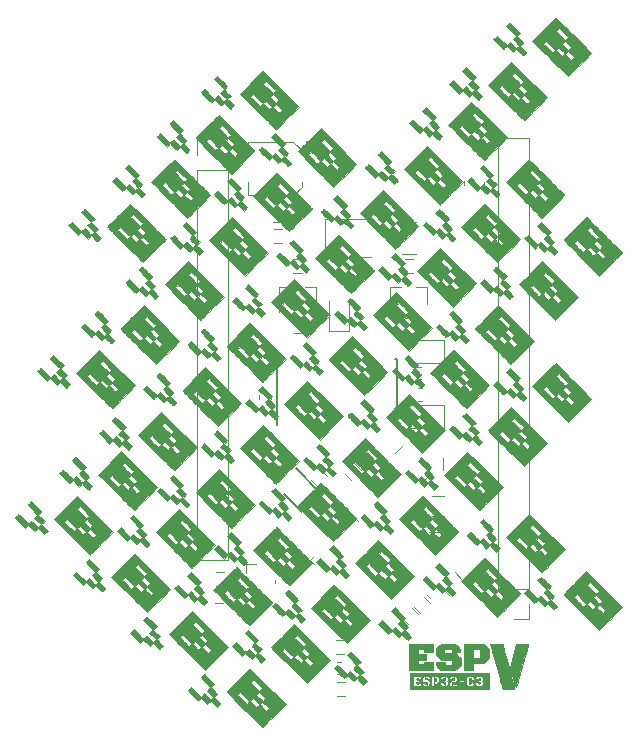
<source format=gbr>
G04 #@! TF.GenerationSoftware,KiCad,Pcbnew,(5.0.0)*
G04 #@! TF.CreationDate,2020-12-16T12:49:41+00:00*
G04 #@! TF.ProjectId,ESP-V,4553502D562E6B696361645F70636200,rev?*
G04 #@! TF.SameCoordinates,Original*
G04 #@! TF.FileFunction,Legend,Top*
G04 #@! TF.FilePolarity,Positive*
%FSLAX46Y46*%
G04 Gerber Fmt 4.6, Leading zero omitted, Abs format (unit mm)*
G04 Created by KiCad (PCBNEW (5.0.0)) date 12/16/20 12:49:41*
%MOMM*%
%LPD*%
G01*
G04 APERTURE LIST*
%ADD10C,0.120000*%
%ADD11C,0.150000*%
%ADD12C,0.010000*%
G04 APERTURE END LIST*
D10*
G04 #@! TO.C,C1*
X97470000Y-77730000D02*
X98240000Y-78490000D01*
X97470000Y-77730000D02*
X93660000Y-77730000D01*
X97470000Y-82300000D02*
X98240000Y-81540000D01*
X97470000Y-82300000D02*
X93660000Y-82300000D01*
X98240000Y-81540000D02*
X98240000Y-81130000D01*
X98240000Y-78490000D02*
X98240000Y-78900000D01*
X93660000Y-77730000D02*
X93660000Y-78900000D01*
X93660000Y-82300000D02*
X93660000Y-81130000D01*
G04 #@! TO.C,U4*
X99294778Y-113535876D02*
X98958903Y-113200000D01*
X98958903Y-113200000D02*
X99294778Y-112864124D01*
X106005222Y-112864124D02*
X106341097Y-113200000D01*
X106341097Y-113200000D02*
X106005222Y-113535876D01*
X102985876Y-109844778D02*
X102650000Y-109508903D01*
X102650000Y-109508903D02*
X102314124Y-109844778D01*
X102314124Y-116555222D02*
X102650000Y-116891097D01*
G04 #@! TO.C,J2*
X117530000Y-77420000D02*
X114870000Y-77420000D01*
X117530000Y-115580000D02*
X117530000Y-77420000D01*
X114870000Y-115580000D02*
X114870000Y-77420000D01*
X117530000Y-115580000D02*
X114870000Y-115580000D01*
X117530000Y-116850000D02*
X117530000Y-118180000D01*
X117530000Y-118180000D02*
X116200000Y-118180000D01*
G04 #@! TO.C,Y1*
X93560000Y-114250000D02*
X93560000Y-113460000D01*
X93740000Y-114890000D02*
X93740000Y-115110000D01*
X95960000Y-114890000D02*
X95960000Y-115110000D01*
X94350000Y-113460000D02*
X93560000Y-113460000D01*
D11*
G04 #@! TO.C,U5*
X96150000Y-100325000D02*
X96150000Y-101700000D01*
X106275000Y-100325000D02*
X106275000Y-96175000D01*
X96125000Y-100325000D02*
X96125000Y-96175000D01*
X106275000Y-100325000D02*
X106170000Y-100325000D01*
X106275000Y-96175000D02*
X106170000Y-96175000D01*
X96125000Y-96175000D02*
X96230000Y-96175000D01*
X96125000Y-100325000D02*
X96150000Y-100325000D01*
D10*
G04 #@! TO.C,C26*
X95610000Y-95853733D02*
X95610000Y-96196267D01*
X94590000Y-95853733D02*
X94590000Y-96196267D01*
G04 #@! TO.C,C25*
X95610000Y-99546267D02*
X95610000Y-99203733D01*
X94590000Y-99546267D02*
X94590000Y-99203733D01*
G04 #@! TO.C,C24*
X109608238Y-115436989D02*
X109850447Y-115679198D01*
X108886989Y-116158238D02*
X109129198Y-116400447D01*
G04 #@! TO.C,C2*
X95850000Y-84550000D02*
X96850000Y-84550000D01*
X96850000Y-82850000D02*
X95850000Y-82850000D01*
G04 #@! TO.C,C3*
X96600000Y-86300000D02*
X95900000Y-86300000D01*
X95900000Y-85100000D02*
X96600000Y-85100000D01*
G04 #@! TO.C,C4*
X97550000Y-87700000D02*
X98250000Y-87700000D01*
X98250000Y-88900000D02*
X97550000Y-88900000D01*
G04 #@! TO.C,C5*
X107710000Y-88900000D02*
X107010000Y-88900000D01*
X107010000Y-87700000D02*
X107710000Y-87700000D01*
G04 #@! TO.C,C6*
X99880026Y-105531498D02*
X100375000Y-106026472D01*
X99526472Y-106875000D02*
X99031498Y-106380026D01*
G04 #@! TO.C,C7*
X98300000Y-93900000D02*
X97600000Y-93900000D01*
X97600000Y-92700000D02*
X98300000Y-92700000D01*
G04 #@! TO.C,C8*
X107700000Y-93900000D02*
X107000000Y-93900000D01*
X107000000Y-92700000D02*
X107700000Y-92700000D01*
G04 #@! TO.C,C9*
X91649999Y-115350000D02*
X90949999Y-115350000D01*
X90949999Y-114150000D02*
X91649999Y-114150000D01*
G04 #@! TO.C,C10*
X90900001Y-115600000D02*
X91600001Y-115600000D01*
X91600001Y-116800000D02*
X90900001Y-116800000D01*
G04 #@! TO.C,C11*
X109995406Y-115397487D02*
X110702513Y-116104594D01*
X111904594Y-114902513D02*
X111197487Y-114195406D01*
G04 #@! TO.C,C12*
X111900000Y-105500000D02*
X111900000Y-104500000D01*
X110200000Y-104500000D02*
X110200000Y-105500000D01*
G04 #@! TO.C,C13*
X107273223Y-118571751D02*
X106778249Y-118076777D01*
X107626777Y-117228249D02*
X108121751Y-117723223D01*
G04 #@! TO.C,C14*
X110300000Y-107750000D02*
X109300000Y-107750000D01*
X109300000Y-109450000D02*
X110300000Y-109450000D01*
G04 #@! TO.C,C16*
X108576777Y-116278249D02*
X109071751Y-116773223D01*
X108223223Y-117621751D02*
X107728249Y-117126777D01*
G04 #@! TO.C,C17*
X103755026Y-104006498D02*
X104250000Y-104501472D01*
X103401472Y-105350000D02*
X102906498Y-104855026D01*
G04 #@! TO.C,C19*
X106323223Y-119521751D02*
X105828249Y-119026777D01*
X106676777Y-118178249D02*
X107171751Y-118673223D01*
G04 #@! TO.C,C20*
X102401472Y-106350000D02*
X101906498Y-105855026D01*
X102755026Y-105006498D02*
X103250000Y-105501472D01*
G04 #@! TO.C,C21*
X101150000Y-119950000D02*
X101850000Y-119950000D01*
X101850000Y-121150000D02*
X101150000Y-121150000D01*
G04 #@! TO.C,C22*
X101900000Y-124650000D02*
X101200000Y-124650000D01*
X101200000Y-123450000D02*
X101900000Y-123450000D01*
G04 #@! TO.C,C23*
X109050000Y-109600000D02*
X109750000Y-109600000D01*
X109750000Y-110800000D02*
X109050000Y-110800000D01*
G04 #@! TO.C,D1*
X104100000Y-84315000D02*
X100215000Y-84315000D01*
X100215000Y-84315000D02*
X100215000Y-87485000D01*
X100215000Y-87485000D02*
X104100000Y-87485000D01*
G04 #@! TO.C,D2*
X110285000Y-94540000D02*
X107425000Y-94540000D01*
X110285000Y-96460000D02*
X110285000Y-94540000D01*
X107425000Y-96460000D02*
X110285000Y-96460000D01*
G04 #@! TO.C,D3*
X107425000Y-101960000D02*
X110285000Y-101960000D01*
X110285000Y-101960000D02*
X110285000Y-100040000D01*
X110285000Y-100040000D02*
X107425000Y-100040000D01*
G04 #@! TO.C,D4*
X100550000Y-93750000D02*
X102250000Y-93750000D01*
X102250000Y-93750000D02*
X102250000Y-91200000D01*
X100550000Y-93750000D02*
X100550000Y-91200000D01*
G04 #@! TO.C,J3*
X89370000Y-113200000D02*
X92030000Y-113200000D01*
X89370000Y-80120000D02*
X89370000Y-113200000D01*
X92030000Y-80120000D02*
X92030000Y-113200000D01*
X89370000Y-80120000D02*
X92030000Y-80120000D01*
X89370000Y-78850000D02*
X89370000Y-77520000D01*
X89370000Y-77520000D02*
X90700000Y-77520000D01*
G04 #@! TO.C,L1*
X106697936Y-84540000D02*
X107902064Y-84540000D01*
X106697936Y-87260000D02*
X107902064Y-87260000D01*
G04 #@! TO.C,L2*
X101600279Y-122810000D02*
X101274721Y-122810000D01*
X101600279Y-121790000D02*
X101274721Y-121790000D01*
G04 #@! TO.C,R1*
X112010000Y-81446267D02*
X112010000Y-81103733D01*
X110990000Y-81446267D02*
X110990000Y-81103733D01*
G04 #@! TO.C,R2*
X112640000Y-81471267D02*
X112640000Y-81128733D01*
X113660000Y-81471267D02*
X113660000Y-81128733D01*
G04 #@! TO.C,R3*
X108371267Y-97860000D02*
X108028733Y-97860000D01*
X108371267Y-96840000D02*
X108028733Y-96840000D01*
G04 #@! TO.C,R4*
X108396267Y-99660000D02*
X108053733Y-99660000D01*
X108396267Y-98640000D02*
X108053733Y-98640000D01*
G04 #@! TO.C,RN1*
X109229361Y-105799462D02*
X108522254Y-106506569D01*
X106853482Y-103423583D02*
X106146375Y-104130690D01*
D11*
G04 #@! TO.C,U1*
X96719365Y-107585355D02*
X98239645Y-109105635D01*
X97726992Y-105411002D02*
X99830635Y-107514645D01*
D10*
G04 #@! TO.C,U2*
X99480000Y-90040000D02*
X98550000Y-90040000D01*
X96320000Y-90040000D02*
X97250000Y-90040000D01*
X96320000Y-90040000D02*
X96320000Y-92200000D01*
X99480000Y-90040000D02*
X99480000Y-91500000D01*
G04 #@! TO.C,U3*
X108880000Y-90040000D02*
X108880000Y-91500000D01*
X105720000Y-90040000D02*
X105720000Y-92200000D01*
X105720000Y-90040000D02*
X106650000Y-90040000D01*
X108880000Y-90040000D02*
X107950000Y-90040000D01*
D12*
G04 #@! TO.C,G\002A\002A\002A*
G36*
X116302383Y-68105842D02*
X116723245Y-68526703D01*
X116588964Y-68663525D01*
X116454684Y-68800347D01*
X116724737Y-69068997D01*
X116994789Y-69337647D01*
X116860781Y-69474191D01*
X116726774Y-69610735D01*
X116995288Y-69880651D01*
X117263802Y-70150568D01*
X117122918Y-70294118D01*
X117047276Y-70368589D01*
X116989690Y-70420479D01*
X116964547Y-70437669D01*
X116936490Y-70416483D01*
X116873287Y-70358883D01*
X116784469Y-70273800D01*
X116685258Y-70175866D01*
X116423455Y-69914062D01*
X116149903Y-70182534D01*
X115612603Y-69642428D01*
X115483129Y-69769497D01*
X115407560Y-69838832D01*
X115347826Y-69884985D01*
X115323473Y-69896566D01*
X115292278Y-69875094D01*
X115224126Y-69815464D01*
X115126747Y-69724856D01*
X115007873Y-69610449D01*
X114887336Y-69491513D01*
X114481382Y-69086459D01*
X114631434Y-68934116D01*
X114781487Y-68781772D01*
X115187697Y-69187080D01*
X115593907Y-69592389D01*
X115736133Y-69452803D01*
X115878360Y-69313218D01*
X116424158Y-69845958D01*
X116542001Y-69728115D01*
X116659844Y-69610273D01*
X116390495Y-69339517D01*
X116121146Y-69068762D01*
X116390551Y-68799357D01*
X115985151Y-68393054D01*
X115579750Y-67986751D01*
X115881521Y-67684980D01*
X116302383Y-68105842D01*
X116302383Y-68105842D01*
G37*
X116302383Y-68105842D02*
X116723245Y-68526703D01*
X116588964Y-68663525D01*
X116454684Y-68800347D01*
X116724737Y-69068997D01*
X116994789Y-69337647D01*
X116860781Y-69474191D01*
X116726774Y-69610735D01*
X116995288Y-69880651D01*
X117263802Y-70150568D01*
X117122918Y-70294118D01*
X117047276Y-70368589D01*
X116989690Y-70420479D01*
X116964547Y-70437669D01*
X116936490Y-70416483D01*
X116873287Y-70358883D01*
X116784469Y-70273800D01*
X116685258Y-70175866D01*
X116423455Y-69914062D01*
X116149903Y-70182534D01*
X115612603Y-69642428D01*
X115483129Y-69769497D01*
X115407560Y-69838832D01*
X115347826Y-69884985D01*
X115323473Y-69896566D01*
X115292278Y-69875094D01*
X115224126Y-69815464D01*
X115126747Y-69724856D01*
X115007873Y-69610449D01*
X114887336Y-69491513D01*
X114481382Y-69086459D01*
X114631434Y-68934116D01*
X114781487Y-68781772D01*
X115187697Y-69187080D01*
X115593907Y-69592389D01*
X115736133Y-69452803D01*
X115878360Y-69313218D01*
X116424158Y-69845958D01*
X116542001Y-69728115D01*
X116659844Y-69610273D01*
X116390495Y-69339517D01*
X116121146Y-69068762D01*
X116390551Y-68799357D01*
X115985151Y-68393054D01*
X115579750Y-67986751D01*
X115881521Y-67684980D01*
X116302383Y-68105842D01*
G36*
X119775904Y-67276656D02*
X119844445Y-67340016D01*
X119950309Y-67441081D01*
X120089709Y-67576143D01*
X120258856Y-67741491D01*
X120453961Y-67933416D01*
X120671235Y-68148207D01*
X120906888Y-68382155D01*
X121157134Y-68631551D01*
X121276331Y-68750667D01*
X122772033Y-70246623D01*
X121801588Y-71217459D01*
X121596413Y-71421994D01*
X121404545Y-71611872D01*
X121230749Y-71782479D01*
X121079792Y-71929199D01*
X120956440Y-72047419D01*
X120865457Y-72132523D01*
X120811610Y-72179896D01*
X120798991Y-72188295D01*
X120771564Y-72166351D01*
X120703023Y-72102991D01*
X120597159Y-72001926D01*
X120457759Y-71866864D01*
X120288612Y-71701516D01*
X120093507Y-71509591D01*
X119876233Y-71294800D01*
X119640580Y-71060852D01*
X119390334Y-70811456D01*
X119271137Y-70692340D01*
X118030013Y-69451005D01*
X118667349Y-69451005D01*
X119063810Y-69848421D01*
X119460272Y-70245836D01*
X119581215Y-70127738D01*
X119702159Y-70009639D01*
X119685560Y-69993040D01*
X119751019Y-69993040D01*
X120003672Y-70247184D01*
X120105693Y-70348535D01*
X120190797Y-70430691D01*
X120249399Y-70484554D01*
X120271472Y-70501328D01*
X120301292Y-70481171D01*
X120359346Y-70430156D01*
X120391580Y-70399595D01*
X120454735Y-70330639D01*
X120489857Y-70278242D01*
X120577331Y-70278242D01*
X121084173Y-70788074D01*
X121211491Y-70660755D01*
X121338809Y-70533437D01*
X120831967Y-70023605D01*
X120704649Y-70150923D01*
X120577331Y-70278242D01*
X120489857Y-70278242D01*
X120492145Y-70274830D01*
X120496541Y-70259645D01*
X120474633Y-70227176D01*
X120416853Y-70164029D01*
X120335123Y-70081580D01*
X120241360Y-69991206D01*
X120147486Y-69904283D01*
X120065418Y-69832189D01*
X120007076Y-69786299D01*
X119990627Y-69776774D01*
X119957827Y-69792727D01*
X119898533Y-69842726D01*
X119859891Y-69880712D01*
X119751019Y-69993040D01*
X119685560Y-69993040D01*
X119148019Y-69455499D01*
X120289649Y-69455499D01*
X120560200Y-69706152D01*
X120830752Y-69956805D01*
X120950533Y-69840242D01*
X121070314Y-69723678D01*
X120807885Y-69459879D01*
X120545457Y-69196080D01*
X120417553Y-69325790D01*
X120289649Y-69455499D01*
X119148019Y-69455499D01*
X118905437Y-69212917D01*
X118667349Y-69451005D01*
X118030013Y-69451005D01*
X117775435Y-69196384D01*
X118620617Y-68350861D01*
X119763412Y-68350861D01*
X120153371Y-68741759D01*
X120281432Y-68869133D01*
X120393929Y-68979141D01*
X120483241Y-69064483D01*
X120541748Y-69117859D01*
X120561436Y-69132656D01*
X120592196Y-69111753D01*
X120650336Y-69058510D01*
X120688127Y-69020625D01*
X120796713Y-68908593D01*
X120004991Y-68114965D01*
X119884201Y-68232913D01*
X119763412Y-68350861D01*
X118620617Y-68350861D01*
X118745880Y-68225548D01*
X118951055Y-68021013D01*
X119142923Y-67831135D01*
X119316719Y-67660528D01*
X119467676Y-67513808D01*
X119591028Y-67395588D01*
X119682011Y-67310484D01*
X119735858Y-67263111D01*
X119748477Y-67254712D01*
X119775904Y-67276656D01*
X119775904Y-67276656D01*
G37*
X119775904Y-67276656D02*
X119844445Y-67340016D01*
X119950309Y-67441081D01*
X120089709Y-67576143D01*
X120258856Y-67741491D01*
X120453961Y-67933416D01*
X120671235Y-68148207D01*
X120906888Y-68382155D01*
X121157134Y-68631551D01*
X121276331Y-68750667D01*
X122772033Y-70246623D01*
X121801588Y-71217459D01*
X121596413Y-71421994D01*
X121404545Y-71611872D01*
X121230749Y-71782479D01*
X121079792Y-71929199D01*
X120956440Y-72047419D01*
X120865457Y-72132523D01*
X120811610Y-72179896D01*
X120798991Y-72188295D01*
X120771564Y-72166351D01*
X120703023Y-72102991D01*
X120597159Y-72001926D01*
X120457759Y-71866864D01*
X120288612Y-71701516D01*
X120093507Y-71509591D01*
X119876233Y-71294800D01*
X119640580Y-71060852D01*
X119390334Y-70811456D01*
X119271137Y-70692340D01*
X118030013Y-69451005D01*
X118667349Y-69451005D01*
X119063810Y-69848421D01*
X119460272Y-70245836D01*
X119581215Y-70127738D01*
X119702159Y-70009639D01*
X119685560Y-69993040D01*
X119751019Y-69993040D01*
X120003672Y-70247184D01*
X120105693Y-70348535D01*
X120190797Y-70430691D01*
X120249399Y-70484554D01*
X120271472Y-70501328D01*
X120301292Y-70481171D01*
X120359346Y-70430156D01*
X120391580Y-70399595D01*
X120454735Y-70330639D01*
X120489857Y-70278242D01*
X120577331Y-70278242D01*
X121084173Y-70788074D01*
X121211491Y-70660755D01*
X121338809Y-70533437D01*
X120831967Y-70023605D01*
X120704649Y-70150923D01*
X120577331Y-70278242D01*
X120489857Y-70278242D01*
X120492145Y-70274830D01*
X120496541Y-70259645D01*
X120474633Y-70227176D01*
X120416853Y-70164029D01*
X120335123Y-70081580D01*
X120241360Y-69991206D01*
X120147486Y-69904283D01*
X120065418Y-69832189D01*
X120007076Y-69786299D01*
X119990627Y-69776774D01*
X119957827Y-69792727D01*
X119898533Y-69842726D01*
X119859891Y-69880712D01*
X119751019Y-69993040D01*
X119685560Y-69993040D01*
X119148019Y-69455499D01*
X120289649Y-69455499D01*
X120560200Y-69706152D01*
X120830752Y-69956805D01*
X120950533Y-69840242D01*
X121070314Y-69723678D01*
X120807885Y-69459879D01*
X120545457Y-69196080D01*
X120417553Y-69325790D01*
X120289649Y-69455499D01*
X119148019Y-69455499D01*
X118905437Y-69212917D01*
X118667349Y-69451005D01*
X118030013Y-69451005D01*
X117775435Y-69196384D01*
X118620617Y-68350861D01*
X119763412Y-68350861D01*
X120153371Y-68741759D01*
X120281432Y-68869133D01*
X120393929Y-68979141D01*
X120483241Y-69064483D01*
X120541748Y-69117859D01*
X120561436Y-69132656D01*
X120592196Y-69111753D01*
X120650336Y-69058510D01*
X120688127Y-69020625D01*
X120796713Y-68908593D01*
X120004991Y-68114965D01*
X119884201Y-68232913D01*
X119763412Y-68350861D01*
X118620617Y-68350861D01*
X118745880Y-68225548D01*
X118951055Y-68021013D01*
X119142923Y-67831135D01*
X119316719Y-67660528D01*
X119467676Y-67513808D01*
X119591028Y-67395588D01*
X119682011Y-67310484D01*
X119735858Y-67263111D01*
X119748477Y-67254712D01*
X119775904Y-67276656D01*
G36*
X112546494Y-71861731D02*
X112967355Y-72282593D01*
X112833075Y-72419415D01*
X112698794Y-72556237D01*
X113238900Y-73093537D01*
X112970884Y-73366625D01*
X113507912Y-73906457D01*
X113367028Y-74050008D01*
X113291387Y-74124479D01*
X113233800Y-74176369D01*
X113208658Y-74193559D01*
X113180600Y-74172373D01*
X113117397Y-74114772D01*
X113028579Y-74029690D01*
X112929368Y-73931755D01*
X112667565Y-73669952D01*
X112530789Y-73804188D01*
X112394013Y-73938423D01*
X112125363Y-73668371D01*
X111856713Y-73398318D01*
X111719891Y-73532599D01*
X111583069Y-73666879D01*
X110741346Y-72825156D01*
X110892231Y-72674270D01*
X111043117Y-72523384D01*
X111449420Y-72928785D01*
X111855722Y-73334186D01*
X112125128Y-73064780D01*
X112395883Y-73334129D01*
X112666639Y-73603478D01*
X112785296Y-73484820D01*
X112903954Y-73366162D01*
X112365256Y-72824652D01*
X112634662Y-72555246D01*
X112229261Y-72148944D01*
X111823860Y-71742641D01*
X112125632Y-71440869D01*
X112546494Y-71861731D01*
X112546494Y-71861731D01*
G37*
X112546494Y-71861731D02*
X112967355Y-72282593D01*
X112833075Y-72419415D01*
X112698794Y-72556237D01*
X113238900Y-73093537D01*
X112970884Y-73366625D01*
X113507912Y-73906457D01*
X113367028Y-74050008D01*
X113291387Y-74124479D01*
X113233800Y-74176369D01*
X113208658Y-74193559D01*
X113180600Y-74172373D01*
X113117397Y-74114772D01*
X113028579Y-74029690D01*
X112929368Y-73931755D01*
X112667565Y-73669952D01*
X112530789Y-73804188D01*
X112394013Y-73938423D01*
X112125363Y-73668371D01*
X111856713Y-73398318D01*
X111719891Y-73532599D01*
X111583069Y-73666879D01*
X110741346Y-72825156D01*
X110892231Y-72674270D01*
X111043117Y-72523384D01*
X111449420Y-72928785D01*
X111855722Y-73334186D01*
X112125128Y-73064780D01*
X112395883Y-73334129D01*
X112666639Y-73603478D01*
X112785296Y-73484820D01*
X112903954Y-73366162D01*
X112365256Y-72824652D01*
X112634662Y-72555246D01*
X112229261Y-72148944D01*
X111823860Y-71742641D01*
X112125632Y-71440869D01*
X112546494Y-71861731D01*
G36*
X91531608Y-72586145D02*
X91663077Y-72718966D01*
X91777318Y-72837522D01*
X91867200Y-72934156D01*
X91925595Y-73001209D01*
X91945413Y-73030623D01*
X91923587Y-73067858D01*
X91867274Y-73130809D01*
X91812360Y-73183839D01*
X91679306Y-73305462D01*
X91955512Y-73582954D01*
X92231718Y-73860445D01*
X92097109Y-73995055D01*
X91962499Y-74129664D01*
X92231446Y-74400016D01*
X92500394Y-74670367D01*
X92359509Y-74813918D01*
X92283868Y-74888388D01*
X92226282Y-74940278D01*
X92201139Y-74957468D01*
X92173081Y-74936283D01*
X92109879Y-74878684D01*
X92021066Y-74793606D01*
X91921936Y-74695751D01*
X91660219Y-74434034D01*
X91538880Y-74552518D01*
X91465487Y-74619115D01*
X91408151Y-74662097D01*
X91387718Y-74671002D01*
X91354630Y-74649763D01*
X91287030Y-74592029D01*
X91194962Y-74506772D01*
X91094954Y-74409427D01*
X90832013Y-74147851D01*
X90695592Y-74281739D01*
X90559171Y-74415626D01*
X90154172Y-74009726D01*
X90024294Y-73877825D01*
X89911687Y-73760146D01*
X89823537Y-73664476D01*
X89767032Y-73598598D01*
X89749173Y-73571109D01*
X89770348Y-73532855D01*
X89825253Y-73467099D01*
X89885276Y-73404816D01*
X90021380Y-73271240D01*
X90433508Y-73684285D01*
X90845637Y-74097331D01*
X90982058Y-73963443D01*
X91118479Y-73829556D01*
X91388800Y-74098472D01*
X91659120Y-74367388D01*
X91777777Y-74248730D01*
X91896435Y-74130072D01*
X91358603Y-73589432D01*
X91499919Y-73445441D01*
X91641236Y-73301450D01*
X91228789Y-72888086D01*
X90816341Y-72474721D01*
X90967073Y-72323990D01*
X91117804Y-72173259D01*
X91531608Y-72586145D01*
X91531608Y-72586145D01*
G37*
X91531608Y-72586145D02*
X91663077Y-72718966D01*
X91777318Y-72837522D01*
X91867200Y-72934156D01*
X91925595Y-73001209D01*
X91945413Y-73030623D01*
X91923587Y-73067858D01*
X91867274Y-73130809D01*
X91812360Y-73183839D01*
X91679306Y-73305462D01*
X91955512Y-73582954D01*
X92231718Y-73860445D01*
X92097109Y-73995055D01*
X91962499Y-74129664D01*
X92231446Y-74400016D01*
X92500394Y-74670367D01*
X92359509Y-74813918D01*
X92283868Y-74888388D01*
X92226282Y-74940278D01*
X92201139Y-74957468D01*
X92173081Y-74936283D01*
X92109879Y-74878684D01*
X92021066Y-74793606D01*
X91921936Y-74695751D01*
X91660219Y-74434034D01*
X91538880Y-74552518D01*
X91465487Y-74619115D01*
X91408151Y-74662097D01*
X91387718Y-74671002D01*
X91354630Y-74649763D01*
X91287030Y-74592029D01*
X91194962Y-74506772D01*
X91094954Y-74409427D01*
X90832013Y-74147851D01*
X90695592Y-74281739D01*
X90559171Y-74415626D01*
X90154172Y-74009726D01*
X90024294Y-73877825D01*
X89911687Y-73760146D01*
X89823537Y-73664476D01*
X89767032Y-73598598D01*
X89749173Y-73571109D01*
X89770348Y-73532855D01*
X89825253Y-73467099D01*
X89885276Y-73404816D01*
X90021380Y-73271240D01*
X90433508Y-73684285D01*
X90845637Y-74097331D01*
X90982058Y-73963443D01*
X91118479Y-73829556D01*
X91388800Y-74098472D01*
X91659120Y-74367388D01*
X91777777Y-74248730D01*
X91896435Y-74130072D01*
X91358603Y-73589432D01*
X91499919Y-73445441D01*
X91641236Y-73301450D01*
X91228789Y-72888086D01*
X90816341Y-72474721D01*
X90967073Y-72323990D01*
X91117804Y-72173259D01*
X91531608Y-72586145D01*
G36*
X117504558Y-72490673D02*
X119016144Y-74002511D01*
X118045699Y-74973348D01*
X117841062Y-75177703D01*
X117650368Y-75367432D01*
X117478294Y-75537933D01*
X117329517Y-75684603D01*
X117208714Y-75802842D01*
X117120563Y-75888045D01*
X117069740Y-75935613D01*
X117059017Y-75944185D01*
X117034339Y-75922265D01*
X116968437Y-75858966D01*
X116865044Y-75757982D01*
X116727892Y-75623005D01*
X116560713Y-75457730D01*
X116367240Y-75265848D01*
X116151205Y-75051052D01*
X115916340Y-74817037D01*
X115666378Y-74567495D01*
X115538925Y-74440079D01*
X114305883Y-73206832D01*
X114911397Y-73206832D01*
X115308320Y-73604712D01*
X115705244Y-74002591D01*
X115959881Y-73747954D01*
X115941826Y-73729855D01*
X116007731Y-73729855D01*
X116269727Y-73993220D01*
X116531724Y-74256584D01*
X116652522Y-74138627D01*
X116773321Y-74020671D01*
X116768955Y-74016282D01*
X116835339Y-74016282D01*
X117081672Y-74264068D01*
X117182707Y-74364116D01*
X117267195Y-74444814D01*
X117325272Y-74496926D01*
X117346380Y-74511854D01*
X117377307Y-74490947D01*
X117435546Y-74437701D01*
X117473209Y-74399958D01*
X117581663Y-74288063D01*
X117329302Y-74034213D01*
X117076942Y-73780364D01*
X116956141Y-73898323D01*
X116835339Y-74016282D01*
X116768955Y-74016282D01*
X116511325Y-73757306D01*
X116249328Y-73493941D01*
X116128529Y-73611898D01*
X116007731Y-73729855D01*
X115941826Y-73729855D01*
X115402022Y-73188752D01*
X116548833Y-73188752D01*
X116810830Y-73452117D01*
X117072826Y-73715482D01*
X117314424Y-73479568D01*
X117052428Y-73216203D01*
X116790431Y-72952839D01*
X116669632Y-73070796D01*
X116548833Y-73188752D01*
X115402022Y-73188752D01*
X115166033Y-72952196D01*
X114911397Y-73206832D01*
X114305883Y-73206832D01*
X114035069Y-72935974D01*
X114864615Y-72106751D01*
X116007522Y-72106751D01*
X116397481Y-72497648D01*
X116525542Y-72625022D01*
X116638039Y-72735030D01*
X116727351Y-72820372D01*
X116785858Y-72873749D01*
X116805546Y-72888546D01*
X116836306Y-72867643D01*
X116894446Y-72814399D01*
X116932238Y-72776514D01*
X117040823Y-72664482D01*
X116644962Y-72267669D01*
X116249101Y-71870855D01*
X116128312Y-71988803D01*
X116007522Y-72106751D01*
X114864615Y-72106751D01*
X115014020Y-71957405D01*
X115992971Y-70978835D01*
X117504558Y-72490673D01*
X117504558Y-72490673D01*
G37*
X117504558Y-72490673D02*
X119016144Y-74002511D01*
X118045699Y-74973348D01*
X117841062Y-75177703D01*
X117650368Y-75367432D01*
X117478294Y-75537933D01*
X117329517Y-75684603D01*
X117208714Y-75802842D01*
X117120563Y-75888045D01*
X117069740Y-75935613D01*
X117059017Y-75944185D01*
X117034339Y-75922265D01*
X116968437Y-75858966D01*
X116865044Y-75757982D01*
X116727892Y-75623005D01*
X116560713Y-75457730D01*
X116367240Y-75265848D01*
X116151205Y-75051052D01*
X115916340Y-74817037D01*
X115666378Y-74567495D01*
X115538925Y-74440079D01*
X114305883Y-73206832D01*
X114911397Y-73206832D01*
X115308320Y-73604712D01*
X115705244Y-74002591D01*
X115959881Y-73747954D01*
X115941826Y-73729855D01*
X116007731Y-73729855D01*
X116269727Y-73993220D01*
X116531724Y-74256584D01*
X116652522Y-74138627D01*
X116773321Y-74020671D01*
X116768955Y-74016282D01*
X116835339Y-74016282D01*
X117081672Y-74264068D01*
X117182707Y-74364116D01*
X117267195Y-74444814D01*
X117325272Y-74496926D01*
X117346380Y-74511854D01*
X117377307Y-74490947D01*
X117435546Y-74437701D01*
X117473209Y-74399958D01*
X117581663Y-74288063D01*
X117329302Y-74034213D01*
X117076942Y-73780364D01*
X116956141Y-73898323D01*
X116835339Y-74016282D01*
X116768955Y-74016282D01*
X116511325Y-73757306D01*
X116249328Y-73493941D01*
X116128529Y-73611898D01*
X116007731Y-73729855D01*
X115941826Y-73729855D01*
X115402022Y-73188752D01*
X116548833Y-73188752D01*
X116810830Y-73452117D01*
X117072826Y-73715482D01*
X117314424Y-73479568D01*
X117052428Y-73216203D01*
X116790431Y-72952839D01*
X116669632Y-73070796D01*
X116548833Y-73188752D01*
X115402022Y-73188752D01*
X115166033Y-72952196D01*
X114911397Y-73206832D01*
X114305883Y-73206832D01*
X114035069Y-72935974D01*
X114864615Y-72106751D01*
X116007522Y-72106751D01*
X116397481Y-72497648D01*
X116525542Y-72625022D01*
X116638039Y-72735030D01*
X116727351Y-72820372D01*
X116785858Y-72873749D01*
X116805546Y-72888546D01*
X116836306Y-72867643D01*
X116894446Y-72814399D01*
X116932238Y-72776514D01*
X117040823Y-72664482D01*
X116644962Y-72267669D01*
X116249101Y-71870855D01*
X116128312Y-71988803D01*
X116007522Y-72106751D01*
X114864615Y-72106751D01*
X115014020Y-71957405D01*
X115992971Y-70978835D01*
X117504558Y-72490673D01*
G36*
X98008710Y-74766337D02*
X97038222Y-75737216D01*
X96833581Y-75941575D01*
X96642882Y-76131309D01*
X96470803Y-76301814D01*
X96322021Y-76448490D01*
X96201213Y-76566734D01*
X96113055Y-76651944D01*
X96062227Y-76699518D01*
X96051498Y-76708095D01*
X96026826Y-76686173D01*
X95960919Y-76622864D01*
X95857501Y-76521850D01*
X95720294Y-76386815D01*
X95553021Y-76221443D01*
X95359403Y-76029416D01*
X95143164Y-75814420D01*
X94908025Y-75580136D01*
X94657709Y-75330249D01*
X94523578Y-75196160D01*
X93266603Y-73938975D01*
X93903940Y-73938975D01*
X94300402Y-74336391D01*
X94696863Y-74733806D01*
X94817807Y-74615708D01*
X94938751Y-74497609D01*
X94934868Y-74493726D01*
X95000252Y-74493726D01*
X95246585Y-74741512D01*
X95347619Y-74841560D01*
X95432108Y-74922257D01*
X95490185Y-74974370D01*
X95511292Y-74989298D01*
X95542219Y-74968391D01*
X95600458Y-74915144D01*
X95638121Y-74877402D01*
X95745830Y-74766274D01*
X95813984Y-74766274D01*
X96067235Y-75021019D01*
X96169717Y-75122565D01*
X96255720Y-75204892D01*
X96315535Y-75258897D01*
X96338861Y-75275764D01*
X96369779Y-75254855D01*
X96428036Y-75201591D01*
X96465937Y-75163613D01*
X96574639Y-75051462D01*
X96051718Y-74528541D01*
X95932851Y-74647407D01*
X95813984Y-74766274D01*
X95745830Y-74766274D01*
X95746575Y-74765506D01*
X95494214Y-74511657D01*
X95241854Y-74257808D01*
X95000252Y-74493726D01*
X94934868Y-74493726D01*
X94540390Y-74099248D01*
X94393765Y-73952623D01*
X95541355Y-73952623D01*
X95787687Y-74200409D01*
X95888722Y-74300457D01*
X95973211Y-74381154D01*
X96031287Y-74433267D01*
X96052395Y-74448195D01*
X96083322Y-74427288D01*
X96141561Y-74374041D01*
X96179224Y-74336299D01*
X96287678Y-74224403D01*
X96035317Y-73970554D01*
X95782957Y-73716705D01*
X95541355Y-73952623D01*
X94393765Y-73952623D01*
X94142028Y-73700887D01*
X93903940Y-73938975D01*
X93266603Y-73938975D01*
X93011894Y-73684224D01*
X93839411Y-72856707D01*
X94986083Y-72856707D01*
X95779931Y-73652465D01*
X95907249Y-73525147D01*
X96034568Y-73397829D01*
X95637644Y-72999950D01*
X95240720Y-72602070D01*
X95113402Y-72729389D01*
X94986083Y-72856707D01*
X93839411Y-72856707D01*
X93990570Y-72705549D01*
X94969246Y-71726873D01*
X98008710Y-74766337D01*
X98008710Y-74766337D01*
G37*
X98008710Y-74766337D02*
X97038222Y-75737216D01*
X96833581Y-75941575D01*
X96642882Y-76131309D01*
X96470803Y-76301814D01*
X96322021Y-76448490D01*
X96201213Y-76566734D01*
X96113055Y-76651944D01*
X96062227Y-76699518D01*
X96051498Y-76708095D01*
X96026826Y-76686173D01*
X95960919Y-76622864D01*
X95857501Y-76521850D01*
X95720294Y-76386815D01*
X95553021Y-76221443D01*
X95359403Y-76029416D01*
X95143164Y-75814420D01*
X94908025Y-75580136D01*
X94657709Y-75330249D01*
X94523578Y-75196160D01*
X93266603Y-73938975D01*
X93903940Y-73938975D01*
X94300402Y-74336391D01*
X94696863Y-74733806D01*
X94817807Y-74615708D01*
X94938751Y-74497609D01*
X94934868Y-74493726D01*
X95000252Y-74493726D01*
X95246585Y-74741512D01*
X95347619Y-74841560D01*
X95432108Y-74922257D01*
X95490185Y-74974370D01*
X95511292Y-74989298D01*
X95542219Y-74968391D01*
X95600458Y-74915144D01*
X95638121Y-74877402D01*
X95745830Y-74766274D01*
X95813984Y-74766274D01*
X96067235Y-75021019D01*
X96169717Y-75122565D01*
X96255720Y-75204892D01*
X96315535Y-75258897D01*
X96338861Y-75275764D01*
X96369779Y-75254855D01*
X96428036Y-75201591D01*
X96465937Y-75163613D01*
X96574639Y-75051462D01*
X96051718Y-74528541D01*
X95932851Y-74647407D01*
X95813984Y-74766274D01*
X95745830Y-74766274D01*
X95746575Y-74765506D01*
X95494214Y-74511657D01*
X95241854Y-74257808D01*
X95000252Y-74493726D01*
X94934868Y-74493726D01*
X94540390Y-74099248D01*
X94393765Y-73952623D01*
X95541355Y-73952623D01*
X95787687Y-74200409D01*
X95888722Y-74300457D01*
X95973211Y-74381154D01*
X96031287Y-74433267D01*
X96052395Y-74448195D01*
X96083322Y-74427288D01*
X96141561Y-74374041D01*
X96179224Y-74336299D01*
X96287678Y-74224403D01*
X96035317Y-73970554D01*
X95782957Y-73716705D01*
X95541355Y-73952623D01*
X94393765Y-73952623D01*
X94142028Y-73700887D01*
X93903940Y-73938975D01*
X93266603Y-73938975D01*
X93011894Y-73684224D01*
X93839411Y-72856707D01*
X94986083Y-72856707D01*
X95779931Y-73652465D01*
X95907249Y-73525147D01*
X96034568Y-73397829D01*
X95637644Y-72999950D01*
X95240720Y-72602070D01*
X95113402Y-72729389D01*
X94986083Y-72856707D01*
X93839411Y-72856707D01*
X93990570Y-72705549D01*
X94969246Y-71726873D01*
X98008710Y-74766337D01*
G36*
X109593421Y-75656528D02*
X109324859Y-75930172D01*
X109864965Y-76467472D01*
X109596949Y-76740560D01*
X109865463Y-77010476D01*
X110133978Y-77280392D01*
X109993093Y-77423943D01*
X109917452Y-77498413D01*
X109859866Y-77550303D01*
X109834723Y-77567493D01*
X109806665Y-77546308D01*
X109743462Y-77488707D01*
X109654645Y-77403625D01*
X109555433Y-77305690D01*
X109293630Y-77043887D01*
X109156854Y-77178123D01*
X109020078Y-77312358D01*
X108751428Y-77042305D01*
X108482778Y-76772253D01*
X108345956Y-76906533D01*
X108209134Y-77040814D01*
X107788273Y-76619952D01*
X107367411Y-76199090D01*
X107669182Y-75897319D01*
X108075485Y-76302720D01*
X108481788Y-76708120D01*
X108751193Y-76438715D01*
X109021948Y-76708064D01*
X109292704Y-76977413D01*
X109411361Y-76858755D01*
X109530019Y-76740097D01*
X108991321Y-76198587D01*
X109260727Y-75929181D01*
X108855326Y-75522878D01*
X108449925Y-75116576D01*
X108751697Y-74814804D01*
X109593421Y-75656528D01*
X109593421Y-75656528D01*
G37*
X109593421Y-75656528D02*
X109324859Y-75930172D01*
X109864965Y-76467472D01*
X109596949Y-76740560D01*
X109865463Y-77010476D01*
X110133978Y-77280392D01*
X109993093Y-77423943D01*
X109917452Y-77498413D01*
X109859866Y-77550303D01*
X109834723Y-77567493D01*
X109806665Y-77546308D01*
X109743462Y-77488707D01*
X109654645Y-77403625D01*
X109555433Y-77305690D01*
X109293630Y-77043887D01*
X109156854Y-77178123D01*
X109020078Y-77312358D01*
X108751428Y-77042305D01*
X108482778Y-76772253D01*
X108345956Y-76906533D01*
X108209134Y-77040814D01*
X107788273Y-76619952D01*
X107367411Y-76199090D01*
X107669182Y-75897319D01*
X108075485Y-76302720D01*
X108481788Y-76708120D01*
X108751193Y-76438715D01*
X109021948Y-76708064D01*
X109292704Y-76977413D01*
X109411361Y-76858755D01*
X109530019Y-76740097D01*
X108991321Y-76198587D01*
X109260727Y-75929181D01*
X108855326Y-75522878D01*
X108449925Y-75116576D01*
X108751697Y-74814804D01*
X109593421Y-75656528D01*
G36*
X88204820Y-76771436D02*
X87935048Y-77041208D01*
X88212477Y-77319928D01*
X88489906Y-77598649D01*
X88355857Y-77735234D01*
X88221808Y-77871820D01*
X88476217Y-78124737D01*
X88578008Y-78228780D01*
X88660413Y-78318430D01*
X88714227Y-78383311D01*
X88730626Y-78411561D01*
X88709431Y-78450470D01*
X88654474Y-78516708D01*
X88594400Y-78579163D01*
X88458173Y-78712859D01*
X88189523Y-78442807D01*
X87920874Y-78172754D01*
X87647746Y-78440808D01*
X87368591Y-78162946D01*
X87089435Y-77885084D01*
X86806719Y-78173150D01*
X86400001Y-77767335D01*
X86269726Y-77635704D01*
X86156742Y-77518402D01*
X86068240Y-77423153D01*
X86011411Y-77357682D01*
X85993283Y-77330436D01*
X86014052Y-77292724D01*
X86067937Y-77226545D01*
X86127675Y-77162416D01*
X86262068Y-77025480D01*
X86677705Y-77440261D01*
X87093341Y-77855042D01*
X87218193Y-77727183D01*
X87292232Y-77656903D01*
X87351533Y-77610463D01*
X87375707Y-77599323D01*
X87410086Y-77620575D01*
X87478625Y-77678258D01*
X87571000Y-77763264D01*
X87664758Y-77854380D01*
X87921147Y-78109437D01*
X88157061Y-77867839D01*
X87887075Y-77599256D01*
X87617090Y-77330673D01*
X87751218Y-77194007D01*
X87885346Y-77057340D01*
X87472899Y-76643976D01*
X87060452Y-76230611D01*
X87211337Y-76079725D01*
X87362223Y-75928839D01*
X88204820Y-76771436D01*
X88204820Y-76771436D01*
G37*
X88204820Y-76771436D02*
X87935048Y-77041208D01*
X88212477Y-77319928D01*
X88489906Y-77598649D01*
X88355857Y-77735234D01*
X88221808Y-77871820D01*
X88476217Y-78124737D01*
X88578008Y-78228780D01*
X88660413Y-78318430D01*
X88714227Y-78383311D01*
X88730626Y-78411561D01*
X88709431Y-78450470D01*
X88654474Y-78516708D01*
X88594400Y-78579163D01*
X88458173Y-78712859D01*
X88189523Y-78442807D01*
X87920874Y-78172754D01*
X87647746Y-78440808D01*
X87368591Y-78162946D01*
X87089435Y-77885084D01*
X86806719Y-78173150D01*
X86400001Y-77767335D01*
X86269726Y-77635704D01*
X86156742Y-77518402D01*
X86068240Y-77423153D01*
X86011411Y-77357682D01*
X85993283Y-77330436D01*
X86014052Y-77292724D01*
X86067937Y-77226545D01*
X86127675Y-77162416D01*
X86262068Y-77025480D01*
X86677705Y-77440261D01*
X87093341Y-77855042D01*
X87218193Y-77727183D01*
X87292232Y-77656903D01*
X87351533Y-77610463D01*
X87375707Y-77599323D01*
X87410086Y-77620575D01*
X87478625Y-77678258D01*
X87571000Y-77763264D01*
X87664758Y-77854380D01*
X87921147Y-78109437D01*
X88157061Y-77867839D01*
X87887075Y-77599256D01*
X87617090Y-77330673D01*
X87751218Y-77194007D01*
X87885346Y-77057340D01*
X87472899Y-76643976D01*
X87060452Y-76230611D01*
X87211337Y-76079725D01*
X87362223Y-75928839D01*
X88204820Y-76771436D01*
G36*
X114130623Y-75864608D02*
X115642210Y-77376446D01*
X114671764Y-78347283D01*
X114467127Y-78551638D01*
X114276433Y-78741367D01*
X114104359Y-78911867D01*
X113955582Y-79058538D01*
X113834779Y-79176776D01*
X113746628Y-79261980D01*
X113695805Y-79309548D01*
X113685082Y-79318120D01*
X113660404Y-79296200D01*
X113594502Y-79232901D01*
X113491109Y-79131917D01*
X113353957Y-78996940D01*
X113186778Y-78831664D01*
X112993305Y-78639782D01*
X112777270Y-78424987D01*
X112542405Y-78190972D01*
X112292443Y-77941430D01*
X112164990Y-77814014D01*
X110932971Y-76581790D01*
X111538522Y-76581790D01*
X111918976Y-76963238D01*
X112045399Y-77088983D01*
X112156187Y-77197267D01*
X112243623Y-77280701D01*
X112299986Y-77331892D01*
X112317341Y-77344686D01*
X112347791Y-77323800D01*
X112406619Y-77270209D01*
X112452686Y-77224421D01*
X112552070Y-77122642D01*
X112620973Y-77122642D01*
X112873737Y-77376897D01*
X112976095Y-77478334D01*
X113061940Y-77560545D01*
X113121563Y-77614420D01*
X113144660Y-77631153D01*
X113175253Y-77610261D01*
X113234188Y-77556653D01*
X113280366Y-77510774D01*
X113397913Y-77390395D01*
X113397735Y-77390217D01*
X113461405Y-77390217D01*
X113707737Y-77638003D01*
X113808772Y-77738051D01*
X113893261Y-77818748D01*
X113951338Y-77870861D01*
X113972445Y-77885789D01*
X114003372Y-77864882D01*
X114061611Y-77811635D01*
X114099274Y-77773893D01*
X114207728Y-77661997D01*
X113955367Y-77408148D01*
X113703007Y-77154299D01*
X113461405Y-77390217D01*
X113397735Y-77390217D01*
X113134548Y-77128399D01*
X112871183Y-76866402D01*
X112620973Y-77122642D01*
X112552070Y-77122642D01*
X112570122Y-77104156D01*
X112179652Y-76714624D01*
X112027350Y-76562687D01*
X113174899Y-76562687D01*
X113436895Y-76826052D01*
X113698892Y-77089417D01*
X113819690Y-76971460D01*
X113940489Y-76853503D01*
X113678493Y-76590138D01*
X113416496Y-76326773D01*
X113295697Y-76444730D01*
X113174899Y-76562687D01*
X112027350Y-76562687D01*
X111789182Y-76325091D01*
X111663852Y-76453440D01*
X111538522Y-76581790D01*
X110932971Y-76581790D01*
X110661134Y-76309908D01*
X111490681Y-75480685D01*
X112633587Y-75480685D01*
X113023120Y-75871156D01*
X113412652Y-76261626D01*
X113654232Y-76025730D01*
X112875166Y-75244790D01*
X112754377Y-75362738D01*
X112633587Y-75480685D01*
X111490681Y-75480685D01*
X111640086Y-75331339D01*
X112619037Y-74352770D01*
X114130623Y-75864608D01*
X114130623Y-75864608D01*
G37*
X114130623Y-75864608D02*
X115642210Y-77376446D01*
X114671764Y-78347283D01*
X114467127Y-78551638D01*
X114276433Y-78741367D01*
X114104359Y-78911867D01*
X113955582Y-79058538D01*
X113834779Y-79176776D01*
X113746628Y-79261980D01*
X113695805Y-79309548D01*
X113685082Y-79318120D01*
X113660404Y-79296200D01*
X113594502Y-79232901D01*
X113491109Y-79131917D01*
X113353957Y-78996940D01*
X113186778Y-78831664D01*
X112993305Y-78639782D01*
X112777270Y-78424987D01*
X112542405Y-78190972D01*
X112292443Y-77941430D01*
X112164990Y-77814014D01*
X110932971Y-76581790D01*
X111538522Y-76581790D01*
X111918976Y-76963238D01*
X112045399Y-77088983D01*
X112156187Y-77197267D01*
X112243623Y-77280701D01*
X112299986Y-77331892D01*
X112317341Y-77344686D01*
X112347791Y-77323800D01*
X112406619Y-77270209D01*
X112452686Y-77224421D01*
X112552070Y-77122642D01*
X112620973Y-77122642D01*
X112873737Y-77376897D01*
X112976095Y-77478334D01*
X113061940Y-77560545D01*
X113121563Y-77614420D01*
X113144660Y-77631153D01*
X113175253Y-77610261D01*
X113234188Y-77556653D01*
X113280366Y-77510774D01*
X113397913Y-77390395D01*
X113397735Y-77390217D01*
X113461405Y-77390217D01*
X113707737Y-77638003D01*
X113808772Y-77738051D01*
X113893261Y-77818748D01*
X113951338Y-77870861D01*
X113972445Y-77885789D01*
X114003372Y-77864882D01*
X114061611Y-77811635D01*
X114099274Y-77773893D01*
X114207728Y-77661997D01*
X113955367Y-77408148D01*
X113703007Y-77154299D01*
X113461405Y-77390217D01*
X113397735Y-77390217D01*
X113134548Y-77128399D01*
X112871183Y-76866402D01*
X112620973Y-77122642D01*
X112552070Y-77122642D01*
X112570122Y-77104156D01*
X112179652Y-76714624D01*
X112027350Y-76562687D01*
X113174899Y-76562687D01*
X113436895Y-76826052D01*
X113698892Y-77089417D01*
X113819690Y-76971460D01*
X113940489Y-76853503D01*
X113678493Y-76590138D01*
X113416496Y-76326773D01*
X113295697Y-76444730D01*
X113174899Y-76562687D01*
X112027350Y-76562687D01*
X111789182Y-76325091D01*
X111663852Y-76453440D01*
X111538522Y-76581790D01*
X110932971Y-76581790D01*
X110661134Y-76309908D01*
X111490681Y-75480685D01*
X112633587Y-75480685D01*
X113023120Y-75871156D01*
X113412652Y-76261626D01*
X113654232Y-76025730D01*
X112875166Y-75244790D01*
X112754377Y-75362738D01*
X112633587Y-75480685D01*
X111490681Y-75480685D01*
X111640086Y-75331339D01*
X112619037Y-74352770D01*
X114130623Y-75864608D01*
G36*
X96401533Y-77456070D02*
X96532991Y-77588846D01*
X96647225Y-77707301D01*
X96737105Y-77803790D01*
X96795506Y-77870668D01*
X96815338Y-77899903D01*
X96794692Y-77938463D01*
X96741745Y-78003911D01*
X96697081Y-78051956D01*
X96578824Y-78173062D01*
X96847253Y-78442892D01*
X97115682Y-78712723D01*
X96833290Y-79000459D01*
X97101804Y-79270376D01*
X97370318Y-79540292D01*
X97229434Y-79683843D01*
X97153793Y-79758313D01*
X97096206Y-79810203D01*
X97071064Y-79827393D01*
X97043005Y-79806208D01*
X96979803Y-79748609D01*
X96890990Y-79663531D01*
X96791860Y-79565676D01*
X96530143Y-79303959D01*
X96408805Y-79422443D01*
X96335121Y-79489077D01*
X96277141Y-79532057D01*
X96256232Y-79540927D01*
X96222515Y-79519575D01*
X96154811Y-79461646D01*
X96063383Y-79376326D01*
X95972081Y-79286518D01*
X95719164Y-79032109D01*
X95445786Y-79300409D01*
X95032442Y-78887982D01*
X94901013Y-78755083D01*
X94786829Y-78636258D01*
X94697031Y-78539214D01*
X94638756Y-78471658D01*
X94619097Y-78441768D01*
X94641025Y-78400751D01*
X94695447Y-78336613D01*
X94765323Y-78266215D01*
X94833611Y-78206420D01*
X94883270Y-78174090D01*
X94891468Y-78172255D01*
X94922961Y-78193772D01*
X94991191Y-78253472D01*
X95088332Y-78344078D01*
X95206558Y-78458313D01*
X95318988Y-78569764D01*
X95715543Y-78967274D01*
X95851974Y-78833377D01*
X95988404Y-78699481D01*
X96258235Y-78967909D01*
X96528065Y-79236338D01*
X96656225Y-79111194D01*
X96784385Y-78986049D01*
X96242567Y-78441709D01*
X96377298Y-78306978D01*
X96512030Y-78172247D01*
X96099148Y-77758446D01*
X95686266Y-77344646D01*
X95836997Y-77193915D01*
X95987729Y-77043184D01*
X96401533Y-77456070D01*
X96401533Y-77456070D01*
G37*
X96401533Y-77456070D02*
X96532991Y-77588846D01*
X96647225Y-77707301D01*
X96737105Y-77803790D01*
X96795506Y-77870668D01*
X96815338Y-77899903D01*
X96794692Y-77938463D01*
X96741745Y-78003911D01*
X96697081Y-78051956D01*
X96578824Y-78173062D01*
X96847253Y-78442892D01*
X97115682Y-78712723D01*
X96833290Y-79000459D01*
X97101804Y-79270376D01*
X97370318Y-79540292D01*
X97229434Y-79683843D01*
X97153793Y-79758313D01*
X97096206Y-79810203D01*
X97071064Y-79827393D01*
X97043005Y-79806208D01*
X96979803Y-79748609D01*
X96890990Y-79663531D01*
X96791860Y-79565676D01*
X96530143Y-79303959D01*
X96408805Y-79422443D01*
X96335121Y-79489077D01*
X96277141Y-79532057D01*
X96256232Y-79540927D01*
X96222515Y-79519575D01*
X96154811Y-79461646D01*
X96063383Y-79376326D01*
X95972081Y-79286518D01*
X95719164Y-79032109D01*
X95445786Y-79300409D01*
X95032442Y-78887982D01*
X94901013Y-78755083D01*
X94786829Y-78636258D01*
X94697031Y-78539214D01*
X94638756Y-78471658D01*
X94619097Y-78441768D01*
X94641025Y-78400751D01*
X94695447Y-78336613D01*
X94765323Y-78266215D01*
X94833611Y-78206420D01*
X94883270Y-78174090D01*
X94891468Y-78172255D01*
X94922961Y-78193772D01*
X94991191Y-78253472D01*
X95088332Y-78344078D01*
X95206558Y-78458313D01*
X95318988Y-78569764D01*
X95715543Y-78967274D01*
X95851974Y-78833377D01*
X95988404Y-78699481D01*
X96258235Y-78967909D01*
X96528065Y-79236338D01*
X96656225Y-79111194D01*
X96784385Y-78986049D01*
X96242567Y-78441709D01*
X96377298Y-78306978D01*
X96512030Y-78172247D01*
X96099148Y-77758446D01*
X95686266Y-77344646D01*
X95836997Y-77193915D01*
X95987729Y-77043184D01*
X96401533Y-77456070D01*
G36*
X91257106Y-75520481D02*
X91325180Y-75583182D01*
X91428858Y-75682130D01*
X91563597Y-75812781D01*
X91724854Y-75970591D01*
X91908085Y-76151018D01*
X92108747Y-76349517D01*
X92322297Y-76561544D01*
X92544190Y-76782557D01*
X92769885Y-77008010D01*
X92994838Y-77233361D01*
X93214504Y-77454065D01*
X93424342Y-77665579D01*
X93619807Y-77863360D01*
X93796357Y-78042863D01*
X93949448Y-78199545D01*
X94074536Y-78328863D01*
X94167079Y-78426271D01*
X94222532Y-78487228D01*
X94237143Y-78506787D01*
X94215481Y-78534146D01*
X94154249Y-78600645D01*
X94059077Y-78700611D01*
X93935595Y-78828369D01*
X93789432Y-78978246D01*
X93626219Y-79144566D01*
X93451586Y-79321657D01*
X93271162Y-79503843D01*
X93090578Y-79685450D01*
X92915463Y-79860804D01*
X92751448Y-80024231D01*
X92604162Y-80170057D01*
X92479235Y-80292607D01*
X92382298Y-80386207D01*
X92318980Y-80445184D01*
X92295220Y-80463985D01*
X92270614Y-80442064D01*
X92204772Y-80378756D01*
X92101415Y-80277745D01*
X91964264Y-80142714D01*
X91797042Y-79977347D01*
X91603469Y-79785326D01*
X91387267Y-79570337D01*
X91152157Y-79336060D01*
X90901860Y-79086181D01*
X90767754Y-78952115D01*
X89510714Y-77694865D01*
X90148050Y-77694865D01*
X90544512Y-78092280D01*
X90940973Y-78489696D01*
X91061917Y-78371597D01*
X91182861Y-78253499D01*
X91178978Y-78249616D01*
X91244362Y-78249616D01*
X91490695Y-78497402D01*
X91591706Y-78597445D01*
X91676142Y-78678140D01*
X91734147Y-78730254D01*
X91755187Y-78745188D01*
X91785778Y-78724296D01*
X91844715Y-78670686D01*
X91890914Y-78624787D01*
X91990166Y-78523143D01*
X92059068Y-78523143D01*
X92311832Y-78777398D01*
X92414190Y-78878835D01*
X92500036Y-78961047D01*
X92559658Y-79014921D01*
X92582756Y-79031654D01*
X92613348Y-79010762D01*
X92672284Y-78957154D01*
X92718461Y-78911275D01*
X92836008Y-78790897D01*
X92572643Y-78528900D01*
X92309279Y-78266904D01*
X92184173Y-78395023D01*
X92059068Y-78523143D01*
X91990166Y-78523143D01*
X92008482Y-78504386D01*
X91754522Y-78251915D01*
X91500561Y-77999444D01*
X91372462Y-78124530D01*
X91244362Y-78249616D01*
X91178978Y-78249616D01*
X90784500Y-77855138D01*
X90623958Y-77694595D01*
X91803458Y-77694595D01*
X92056416Y-77949045D01*
X92309373Y-78203495D01*
X92551447Y-77967117D01*
X92296319Y-77711989D01*
X92041191Y-77456862D01*
X91803458Y-77694595D01*
X90623958Y-77694595D01*
X90386139Y-77456776D01*
X90148050Y-77694865D01*
X89510714Y-77694865D01*
X89256136Y-77440245D01*
X90101318Y-76594721D01*
X91244113Y-76594721D01*
X91634073Y-76985618D01*
X91762134Y-77112992D01*
X91874630Y-77223000D01*
X91963942Y-77308342D01*
X92022450Y-77361719D01*
X92042138Y-77376516D01*
X92072898Y-77355613D01*
X92131038Y-77302369D01*
X92168829Y-77264484D01*
X92277415Y-77152452D01*
X91881554Y-76755639D01*
X91485693Y-76358825D01*
X91244113Y-76594721D01*
X90101318Y-76594721D01*
X90226581Y-76469408D01*
X90431756Y-76264873D01*
X90623625Y-76074995D01*
X90797420Y-75904388D01*
X90948377Y-75757668D01*
X91071730Y-75639448D01*
X91162712Y-75554344D01*
X91216560Y-75506971D01*
X91229179Y-75498571D01*
X91257106Y-75520481D01*
X91257106Y-75520481D01*
G37*
X91257106Y-75520481D02*
X91325180Y-75583182D01*
X91428858Y-75682130D01*
X91563597Y-75812781D01*
X91724854Y-75970591D01*
X91908085Y-76151018D01*
X92108747Y-76349517D01*
X92322297Y-76561544D01*
X92544190Y-76782557D01*
X92769885Y-77008010D01*
X92994838Y-77233361D01*
X93214504Y-77454065D01*
X93424342Y-77665579D01*
X93619807Y-77863360D01*
X93796357Y-78042863D01*
X93949448Y-78199545D01*
X94074536Y-78328863D01*
X94167079Y-78426271D01*
X94222532Y-78487228D01*
X94237143Y-78506787D01*
X94215481Y-78534146D01*
X94154249Y-78600645D01*
X94059077Y-78700611D01*
X93935595Y-78828369D01*
X93789432Y-78978246D01*
X93626219Y-79144566D01*
X93451586Y-79321657D01*
X93271162Y-79503843D01*
X93090578Y-79685450D01*
X92915463Y-79860804D01*
X92751448Y-80024231D01*
X92604162Y-80170057D01*
X92479235Y-80292607D01*
X92382298Y-80386207D01*
X92318980Y-80445184D01*
X92295220Y-80463985D01*
X92270614Y-80442064D01*
X92204772Y-80378756D01*
X92101415Y-80277745D01*
X91964264Y-80142714D01*
X91797042Y-79977347D01*
X91603469Y-79785326D01*
X91387267Y-79570337D01*
X91152157Y-79336060D01*
X90901860Y-79086181D01*
X90767754Y-78952115D01*
X89510714Y-77694865D01*
X90148050Y-77694865D01*
X90544512Y-78092280D01*
X90940973Y-78489696D01*
X91061917Y-78371597D01*
X91182861Y-78253499D01*
X91178978Y-78249616D01*
X91244362Y-78249616D01*
X91490695Y-78497402D01*
X91591706Y-78597445D01*
X91676142Y-78678140D01*
X91734147Y-78730254D01*
X91755187Y-78745188D01*
X91785778Y-78724296D01*
X91844715Y-78670686D01*
X91890914Y-78624787D01*
X91990166Y-78523143D01*
X92059068Y-78523143D01*
X92311832Y-78777398D01*
X92414190Y-78878835D01*
X92500036Y-78961047D01*
X92559658Y-79014921D01*
X92582756Y-79031654D01*
X92613348Y-79010762D01*
X92672284Y-78957154D01*
X92718461Y-78911275D01*
X92836008Y-78790897D01*
X92572643Y-78528900D01*
X92309279Y-78266904D01*
X92184173Y-78395023D01*
X92059068Y-78523143D01*
X91990166Y-78523143D01*
X92008482Y-78504386D01*
X91754522Y-78251915D01*
X91500561Y-77999444D01*
X91372462Y-78124530D01*
X91244362Y-78249616D01*
X91178978Y-78249616D01*
X90784500Y-77855138D01*
X90623958Y-77694595D01*
X91803458Y-77694595D01*
X92056416Y-77949045D01*
X92309373Y-78203495D01*
X92551447Y-77967117D01*
X92296319Y-77711989D01*
X92041191Y-77456862D01*
X91803458Y-77694595D01*
X90623958Y-77694595D01*
X90386139Y-77456776D01*
X90148050Y-77694865D01*
X89510714Y-77694865D01*
X89256136Y-77440245D01*
X90101318Y-76594721D01*
X91244113Y-76594721D01*
X91634073Y-76985618D01*
X91762134Y-77112992D01*
X91874630Y-77223000D01*
X91963942Y-77308342D01*
X92022450Y-77361719D01*
X92042138Y-77376516D01*
X92072898Y-77355613D01*
X92131038Y-77302369D01*
X92168829Y-77264484D01*
X92277415Y-77152452D01*
X91881554Y-76755639D01*
X91485693Y-76358825D01*
X91244113Y-76594721D01*
X90101318Y-76594721D01*
X90226581Y-76469408D01*
X90431756Y-76264873D01*
X90623625Y-76074995D01*
X90797420Y-75904388D01*
X90948377Y-75757668D01*
X91071730Y-75639448D01*
X91162712Y-75554344D01*
X91216560Y-75506971D01*
X91229179Y-75498571D01*
X91257106Y-75520481D01*
G36*
X105409763Y-78952519D02*
X105541147Y-79085230D01*
X105655301Y-79203631D01*
X105745092Y-79300068D01*
X105803390Y-79366890D01*
X105823107Y-79396030D01*
X105802369Y-79434128D01*
X105748835Y-79499965D01*
X105696038Y-79556588D01*
X105568969Y-79686062D01*
X105839022Y-79954712D01*
X106109075Y-80223361D01*
X105841059Y-80496449D01*
X106109574Y-80766366D01*
X106378088Y-81036282D01*
X106237204Y-81179833D01*
X106161562Y-81254303D01*
X106103976Y-81306193D01*
X106078833Y-81323383D01*
X106050776Y-81302198D01*
X105987573Y-81244597D01*
X105898755Y-81159515D01*
X105799544Y-81061580D01*
X105537741Y-80799777D01*
X105400964Y-80934012D01*
X105264188Y-81068248D01*
X104995539Y-80798195D01*
X104726889Y-80528142D01*
X104590222Y-80662271D01*
X104453556Y-80796399D01*
X104040211Y-80383972D01*
X103908782Y-80251073D01*
X103794599Y-80132248D01*
X103704800Y-80035204D01*
X103646526Y-79967648D01*
X103626867Y-79937758D01*
X103648794Y-79896741D01*
X103703217Y-79832603D01*
X103773092Y-79762205D01*
X103841380Y-79702410D01*
X103891039Y-79670080D01*
X103899238Y-79668245D01*
X103930730Y-79689762D01*
X103998960Y-79749462D01*
X104096102Y-79840068D01*
X104214328Y-79954303D01*
X104326758Y-80065754D01*
X104723312Y-80463263D01*
X104996174Y-80195471D01*
X105266494Y-80464386D01*
X105536814Y-80733302D01*
X105655472Y-80614645D01*
X105774129Y-80495987D01*
X105505213Y-80225667D01*
X105236298Y-79955347D01*
X105504090Y-79682485D01*
X105106581Y-79285931D01*
X104977814Y-79155650D01*
X104866441Y-79039490D01*
X104779748Y-78945333D01*
X104725019Y-78881063D01*
X104709072Y-78855739D01*
X104730292Y-78817374D01*
X104785566Y-78750957D01*
X104852745Y-78681097D01*
X104996419Y-78540092D01*
X105409763Y-78952519D01*
X105409763Y-78952519D01*
G37*
X105409763Y-78952519D02*
X105541147Y-79085230D01*
X105655301Y-79203631D01*
X105745092Y-79300068D01*
X105803390Y-79366890D01*
X105823107Y-79396030D01*
X105802369Y-79434128D01*
X105748835Y-79499965D01*
X105696038Y-79556588D01*
X105568969Y-79686062D01*
X105839022Y-79954712D01*
X106109075Y-80223361D01*
X105841059Y-80496449D01*
X106109574Y-80766366D01*
X106378088Y-81036282D01*
X106237204Y-81179833D01*
X106161562Y-81254303D01*
X106103976Y-81306193D01*
X106078833Y-81323383D01*
X106050776Y-81302198D01*
X105987573Y-81244597D01*
X105898755Y-81159515D01*
X105799544Y-81061580D01*
X105537741Y-80799777D01*
X105400964Y-80934012D01*
X105264188Y-81068248D01*
X104995539Y-80798195D01*
X104726889Y-80528142D01*
X104590222Y-80662271D01*
X104453556Y-80796399D01*
X104040211Y-80383972D01*
X103908782Y-80251073D01*
X103794599Y-80132248D01*
X103704800Y-80035204D01*
X103646526Y-79967648D01*
X103626867Y-79937758D01*
X103648794Y-79896741D01*
X103703217Y-79832603D01*
X103773092Y-79762205D01*
X103841380Y-79702410D01*
X103891039Y-79670080D01*
X103899238Y-79668245D01*
X103930730Y-79689762D01*
X103998960Y-79749462D01*
X104096102Y-79840068D01*
X104214328Y-79954303D01*
X104326758Y-80065754D01*
X104723312Y-80463263D01*
X104996174Y-80195471D01*
X105266494Y-80464386D01*
X105536814Y-80733302D01*
X105655472Y-80614645D01*
X105774129Y-80495987D01*
X105505213Y-80225667D01*
X105236298Y-79955347D01*
X105504090Y-79682485D01*
X105106581Y-79285931D01*
X104977814Y-79155650D01*
X104866441Y-79039490D01*
X104779748Y-78945333D01*
X104725019Y-78881063D01*
X104709072Y-78855739D01*
X104730292Y-78817374D01*
X104785566Y-78750957D01*
X104852745Y-78681097D01*
X104996419Y-78540092D01*
X105409763Y-78952519D01*
G36*
X102878551Y-79636346D02*
X101908105Y-80607183D01*
X101703468Y-80811537D01*
X101512774Y-81001266D01*
X101340700Y-81171767D01*
X101191923Y-81318438D01*
X101071120Y-81436676D01*
X100982969Y-81521880D01*
X100932146Y-81569447D01*
X100921423Y-81578020D01*
X100896745Y-81556099D01*
X100830843Y-81492801D01*
X100727450Y-81391817D01*
X100590298Y-81256840D01*
X100423119Y-81091564D01*
X100229646Y-80899682D01*
X100013611Y-80684887D01*
X99778746Y-80450872D01*
X99528784Y-80201330D01*
X99401331Y-80073914D01*
X98150416Y-78822791D01*
X98787722Y-78822791D01*
X99566788Y-79603731D01*
X99687577Y-79485783D01*
X99808367Y-79367835D01*
X99804232Y-79363690D01*
X99870137Y-79363690D01*
X100132133Y-79627054D01*
X100394130Y-79890419D01*
X100514928Y-79772462D01*
X100635727Y-79654505D01*
X100631362Y-79650117D01*
X100697746Y-79650117D01*
X100944078Y-79897903D01*
X101045113Y-79997951D01*
X101129601Y-80078648D01*
X101187678Y-80130760D01*
X101208786Y-80145689D01*
X101239713Y-80124782D01*
X101297952Y-80071535D01*
X101335615Y-80033793D01*
X101444069Y-79921897D01*
X101191708Y-79668048D01*
X100939348Y-79414199D01*
X100697746Y-79650117D01*
X100631362Y-79650117D01*
X100373731Y-79391141D01*
X100111734Y-79127776D01*
X99990935Y-79245733D01*
X99870137Y-79363690D01*
X99804232Y-79363690D01*
X99418834Y-78977365D01*
X99264428Y-78822587D01*
X100411239Y-78822587D01*
X100673668Y-79086386D01*
X100936096Y-79350185D01*
X101191195Y-79095086D01*
X100929592Y-78833482D01*
X100667988Y-78571879D01*
X100539614Y-78697233D01*
X100411239Y-78822587D01*
X99264428Y-78822587D01*
X99029302Y-78586895D01*
X98787722Y-78822791D01*
X98150416Y-78822791D01*
X97897475Y-78569808D01*
X98727021Y-77740585D01*
X99869928Y-77740585D01*
X100259892Y-78131488D01*
X100649856Y-78522390D01*
X100904808Y-78267438D01*
X100515886Y-77878517D01*
X100126965Y-77489595D01*
X99998446Y-77615090D01*
X99869928Y-77740585D01*
X98727021Y-77740585D01*
X99855377Y-76612670D01*
X102878551Y-79636346D01*
X102878551Y-79636346D01*
G37*
X102878551Y-79636346D02*
X101908105Y-80607183D01*
X101703468Y-80811537D01*
X101512774Y-81001266D01*
X101340700Y-81171767D01*
X101191923Y-81318438D01*
X101071120Y-81436676D01*
X100982969Y-81521880D01*
X100932146Y-81569447D01*
X100921423Y-81578020D01*
X100896745Y-81556099D01*
X100830843Y-81492801D01*
X100727450Y-81391817D01*
X100590298Y-81256840D01*
X100423119Y-81091564D01*
X100229646Y-80899682D01*
X100013611Y-80684887D01*
X99778746Y-80450872D01*
X99528784Y-80201330D01*
X99401331Y-80073914D01*
X98150416Y-78822791D01*
X98787722Y-78822791D01*
X99566788Y-79603731D01*
X99687577Y-79485783D01*
X99808367Y-79367835D01*
X99804232Y-79363690D01*
X99870137Y-79363690D01*
X100132133Y-79627054D01*
X100394130Y-79890419D01*
X100514928Y-79772462D01*
X100635727Y-79654505D01*
X100631362Y-79650117D01*
X100697746Y-79650117D01*
X100944078Y-79897903D01*
X101045113Y-79997951D01*
X101129601Y-80078648D01*
X101187678Y-80130760D01*
X101208786Y-80145689D01*
X101239713Y-80124782D01*
X101297952Y-80071535D01*
X101335615Y-80033793D01*
X101444069Y-79921897D01*
X101191708Y-79668048D01*
X100939348Y-79414199D01*
X100697746Y-79650117D01*
X100631362Y-79650117D01*
X100373731Y-79391141D01*
X100111734Y-79127776D01*
X99990935Y-79245733D01*
X99870137Y-79363690D01*
X99804232Y-79363690D01*
X99418834Y-78977365D01*
X99264428Y-78822587D01*
X100411239Y-78822587D01*
X100673668Y-79086386D01*
X100936096Y-79350185D01*
X101191195Y-79095086D01*
X100929592Y-78833482D01*
X100667988Y-78571879D01*
X100539614Y-78697233D01*
X100411239Y-78822587D01*
X99264428Y-78822587D01*
X99029302Y-78586895D01*
X98787722Y-78822791D01*
X98150416Y-78822791D01*
X97897475Y-78569808D01*
X98727021Y-77740585D01*
X99869928Y-77740585D01*
X100259892Y-78131488D01*
X100649856Y-78522390D01*
X100904808Y-78267438D01*
X100515886Y-77878517D01*
X100126965Y-77489595D01*
X99998446Y-77615090D01*
X99869928Y-77740585D01*
X98727021Y-77740585D01*
X99855377Y-76612670D01*
X102878551Y-79636346D01*
G36*
X114464219Y-80527326D02*
X114194447Y-80797098D01*
X114471875Y-81075818D01*
X114749304Y-81354538D01*
X114615256Y-81491124D01*
X114481207Y-81627710D01*
X114735616Y-81880627D01*
X114837410Y-81984687D01*
X114919816Y-82074378D01*
X114973630Y-82139314D01*
X114990025Y-82167618D01*
X114968079Y-82208829D01*
X114913609Y-82273106D01*
X114843663Y-82343577D01*
X114775289Y-82403373D01*
X114725535Y-82435622D01*
X114717385Y-82437418D01*
X114683668Y-82416067D01*
X114615964Y-82358137D01*
X114524536Y-82272818D01*
X114433233Y-82183009D01*
X114180316Y-81928600D01*
X114043731Y-82062649D01*
X113907145Y-82196698D01*
X113628425Y-81919269D01*
X113349704Y-81641840D01*
X113079932Y-81911612D01*
X112658634Y-81490314D01*
X112237336Y-81069015D01*
X112388221Y-80918129D01*
X112539107Y-80767244D01*
X112945410Y-81172644D01*
X113351712Y-81578045D01*
X113486435Y-81443323D01*
X113621157Y-81308601D01*
X114179531Y-81864387D01*
X114298262Y-81745656D01*
X114416993Y-81626924D01*
X114139100Y-81347737D01*
X113861207Y-81068551D01*
X113995929Y-80933828D01*
X114130652Y-80799106D01*
X113725251Y-80392803D01*
X113319850Y-79986501D01*
X113621622Y-79684729D01*
X114464219Y-80527326D01*
X114464219Y-80527326D01*
G37*
X114464219Y-80527326D02*
X114194447Y-80797098D01*
X114471875Y-81075818D01*
X114749304Y-81354538D01*
X114615256Y-81491124D01*
X114481207Y-81627710D01*
X114735616Y-81880627D01*
X114837410Y-81984687D01*
X114919816Y-82074378D01*
X114973630Y-82139314D01*
X114990025Y-82167618D01*
X114968079Y-82208829D01*
X114913609Y-82273106D01*
X114843663Y-82343577D01*
X114775289Y-82403373D01*
X114725535Y-82435622D01*
X114717385Y-82437418D01*
X114683668Y-82416067D01*
X114615964Y-82358137D01*
X114524536Y-82272818D01*
X114433233Y-82183009D01*
X114180316Y-81928600D01*
X114043731Y-82062649D01*
X113907145Y-82196698D01*
X113628425Y-81919269D01*
X113349704Y-81641840D01*
X113079932Y-81911612D01*
X112658634Y-81490314D01*
X112237336Y-81069015D01*
X112388221Y-80918129D01*
X112539107Y-80767244D01*
X112945410Y-81172644D01*
X113351712Y-81578045D01*
X113486435Y-81443323D01*
X113621157Y-81308601D01*
X114179531Y-81864387D01*
X114298262Y-81745656D01*
X114416993Y-81626924D01*
X114139100Y-81347737D01*
X113861207Y-81068551D01*
X113995929Y-80933828D01*
X114130652Y-80799106D01*
X113725251Y-80392803D01*
X113319850Y-79986501D01*
X113621622Y-79684729D01*
X114464219Y-80527326D01*
G36*
X84027632Y-80106027D02*
X84448930Y-80527326D01*
X84179158Y-80797098D01*
X84734016Y-81354538D01*
X84465918Y-81627710D01*
X84720327Y-81880627D01*
X84822122Y-81984687D01*
X84904528Y-82074378D01*
X84958341Y-82139314D01*
X84974737Y-82167618D01*
X84952791Y-82208829D01*
X84898321Y-82273106D01*
X84828375Y-82343577D01*
X84760000Y-82403373D01*
X84710247Y-82435622D01*
X84702096Y-82437418D01*
X84668380Y-82416067D01*
X84600676Y-82358137D01*
X84509248Y-82272818D01*
X84417945Y-82183009D01*
X84165028Y-81928600D01*
X84028442Y-82062649D01*
X83891857Y-82196698D01*
X83613136Y-81919269D01*
X83334416Y-81641840D01*
X83064644Y-81911612D01*
X82222047Y-81069015D01*
X82372933Y-80918129D01*
X82523819Y-80767244D01*
X82937619Y-81180125D01*
X83351419Y-81593007D01*
X83486151Y-81458276D01*
X83620882Y-81323544D01*
X84165222Y-81865362D01*
X84283196Y-81744545D01*
X84401171Y-81623729D01*
X84131185Y-81355146D01*
X83861200Y-81086563D01*
X83995328Y-80949896D01*
X84129456Y-80813230D01*
X83717009Y-80399865D01*
X83304562Y-79986501D01*
X83455448Y-79835615D01*
X83606333Y-79684729D01*
X84027632Y-80106027D01*
X84027632Y-80106027D01*
G37*
X84027632Y-80106027D02*
X84448930Y-80527326D01*
X84179158Y-80797098D01*
X84734016Y-81354538D01*
X84465918Y-81627710D01*
X84720327Y-81880627D01*
X84822122Y-81984687D01*
X84904528Y-82074378D01*
X84958341Y-82139314D01*
X84974737Y-82167618D01*
X84952791Y-82208829D01*
X84898321Y-82273106D01*
X84828375Y-82343577D01*
X84760000Y-82403373D01*
X84710247Y-82435622D01*
X84702096Y-82437418D01*
X84668380Y-82416067D01*
X84600676Y-82358137D01*
X84509248Y-82272818D01*
X84417945Y-82183009D01*
X84165028Y-81928600D01*
X84028442Y-82062649D01*
X83891857Y-82196698D01*
X83613136Y-81919269D01*
X83334416Y-81641840D01*
X83064644Y-81911612D01*
X82222047Y-81069015D01*
X82372933Y-80918129D01*
X82523819Y-80767244D01*
X82937619Y-81180125D01*
X83351419Y-81593007D01*
X83486151Y-81458276D01*
X83620882Y-81323544D01*
X84165222Y-81865362D01*
X84283196Y-81744545D01*
X84401171Y-81623729D01*
X84131185Y-81355146D01*
X83861200Y-81086563D01*
X83995328Y-80949896D01*
X84129456Y-80813230D01*
X83717009Y-80399865D01*
X83304562Y-79986501D01*
X83455448Y-79835615D01*
X83606333Y-79684729D01*
X84027632Y-80106027D01*
G36*
X110374733Y-79620498D02*
X111886320Y-81132336D01*
X110915874Y-82103173D01*
X110711238Y-82307527D01*
X110520544Y-82497256D01*
X110348469Y-82667757D01*
X110199692Y-82814428D01*
X110078889Y-82932666D01*
X109990738Y-83017870D01*
X109939916Y-83065437D01*
X109929193Y-83074010D01*
X109904514Y-83052089D01*
X109838612Y-82988791D01*
X109735219Y-82887806D01*
X109598067Y-82752830D01*
X109430888Y-82587554D01*
X109237415Y-82395672D01*
X109021380Y-82180877D01*
X108786516Y-81946862D01*
X108536553Y-81697320D01*
X108409101Y-81569904D01*
X107158186Y-80318781D01*
X107795492Y-80318781D01*
X108185025Y-80709251D01*
X108574557Y-81099721D01*
X108695347Y-80981773D01*
X108816136Y-80863825D01*
X108812001Y-80859680D01*
X108877906Y-80859680D01*
X109139903Y-81123044D01*
X109401899Y-81386409D01*
X109643497Y-81150495D01*
X109639132Y-81146107D01*
X109705515Y-81146107D01*
X109951848Y-81393893D01*
X110052882Y-81493941D01*
X110137371Y-81574638D01*
X110195448Y-81626750D01*
X110216555Y-81641679D01*
X110247482Y-81620772D01*
X110305721Y-81567525D01*
X110343384Y-81529783D01*
X110451838Y-81417887D01*
X110199478Y-81164038D01*
X109947117Y-80910189D01*
X109705515Y-81146107D01*
X109639132Y-81146107D01*
X109381500Y-80887130D01*
X109119504Y-80623766D01*
X108877906Y-80859680D01*
X108812001Y-80859680D01*
X108426604Y-80473355D01*
X108272198Y-80318577D01*
X109419009Y-80318577D01*
X109681005Y-80581942D01*
X109943002Y-80845306D01*
X110184600Y-80609392D01*
X109922603Y-80346028D01*
X109660607Y-80082663D01*
X109419009Y-80318577D01*
X108272198Y-80318577D01*
X108037071Y-80082885D01*
X107916282Y-80200833D01*
X107795492Y-80318781D01*
X107158186Y-80318781D01*
X106905245Y-80065798D01*
X107734791Y-79236575D01*
X108877697Y-79236575D01*
X109267661Y-79627478D01*
X109657625Y-80018380D01*
X109912577Y-79763428D01*
X109134734Y-78985585D01*
X109006216Y-79111080D01*
X108877697Y-79236575D01*
X107734791Y-79236575D01*
X108863147Y-78108660D01*
X110374733Y-79620498D01*
X110374733Y-79620498D01*
G37*
X110374733Y-79620498D02*
X111886320Y-81132336D01*
X110915874Y-82103173D01*
X110711238Y-82307527D01*
X110520544Y-82497256D01*
X110348469Y-82667757D01*
X110199692Y-82814428D01*
X110078889Y-82932666D01*
X109990738Y-83017870D01*
X109939916Y-83065437D01*
X109929193Y-83074010D01*
X109904514Y-83052089D01*
X109838612Y-82988791D01*
X109735219Y-82887806D01*
X109598067Y-82752830D01*
X109430888Y-82587554D01*
X109237415Y-82395672D01*
X109021380Y-82180877D01*
X108786516Y-81946862D01*
X108536553Y-81697320D01*
X108409101Y-81569904D01*
X107158186Y-80318781D01*
X107795492Y-80318781D01*
X108185025Y-80709251D01*
X108574557Y-81099721D01*
X108695347Y-80981773D01*
X108816136Y-80863825D01*
X108812001Y-80859680D01*
X108877906Y-80859680D01*
X109139903Y-81123044D01*
X109401899Y-81386409D01*
X109643497Y-81150495D01*
X109639132Y-81146107D01*
X109705515Y-81146107D01*
X109951848Y-81393893D01*
X110052882Y-81493941D01*
X110137371Y-81574638D01*
X110195448Y-81626750D01*
X110216555Y-81641679D01*
X110247482Y-81620772D01*
X110305721Y-81567525D01*
X110343384Y-81529783D01*
X110451838Y-81417887D01*
X110199478Y-81164038D01*
X109947117Y-80910189D01*
X109705515Y-81146107D01*
X109639132Y-81146107D01*
X109381500Y-80887130D01*
X109119504Y-80623766D01*
X108877906Y-80859680D01*
X108812001Y-80859680D01*
X108426604Y-80473355D01*
X108272198Y-80318577D01*
X109419009Y-80318577D01*
X109681005Y-80581942D01*
X109943002Y-80845306D01*
X110184600Y-80609392D01*
X109922603Y-80346028D01*
X109660607Y-80082663D01*
X109419009Y-80318577D01*
X108272198Y-80318577D01*
X108037071Y-80082885D01*
X107916282Y-80200833D01*
X107795492Y-80318781D01*
X107158186Y-80318781D01*
X106905245Y-80065798D01*
X107734791Y-79236575D01*
X108877697Y-79236575D01*
X109267661Y-79627478D01*
X109657625Y-80018380D01*
X109912577Y-79763428D01*
X109134734Y-78985585D01*
X109006216Y-79111080D01*
X108877697Y-79236575D01*
X107734791Y-79236575D01*
X108863147Y-78108660D01*
X110374733Y-79620498D01*
G36*
X92661189Y-81227505D02*
X93090522Y-81655955D01*
X92956643Y-81792367D01*
X92822764Y-81928780D01*
X93091711Y-82199132D01*
X93360658Y-82469483D01*
X93226048Y-82604092D01*
X93091439Y-82738702D01*
X93362195Y-83010718D01*
X93632950Y-83282734D01*
X93328208Y-83582894D01*
X93059503Y-83312787D01*
X92790798Y-83042679D01*
X92654254Y-83176687D01*
X92517710Y-83310694D01*
X91977878Y-82773666D01*
X91689896Y-83056298D01*
X91276552Y-82643871D01*
X91145168Y-82511160D01*
X91031015Y-82392759D01*
X90941223Y-82296322D01*
X90882925Y-82229500D01*
X90863208Y-82200361D01*
X90883977Y-82162649D01*
X90937862Y-82096470D01*
X90997600Y-82032340D01*
X91131993Y-81895404D01*
X91547629Y-82310186D01*
X91963266Y-82724967D01*
X92088118Y-82597107D01*
X92162157Y-82526828D01*
X92221458Y-82480388D01*
X92245632Y-82469248D01*
X92280011Y-82490500D01*
X92348549Y-82548183D01*
X92440925Y-82633189D01*
X92534683Y-82724305D01*
X92791071Y-82979362D01*
X93026985Y-82737764D01*
X92487015Y-82200598D01*
X92621143Y-82063931D01*
X92755271Y-81927265D01*
X92342824Y-81513900D01*
X91930377Y-81100536D01*
X92081116Y-80949796D01*
X92231856Y-80799056D01*
X92661189Y-81227505D01*
X92661189Y-81227505D01*
G37*
X92661189Y-81227505D02*
X93090522Y-81655955D01*
X92956643Y-81792367D01*
X92822764Y-81928780D01*
X93091711Y-82199132D01*
X93360658Y-82469483D01*
X93226048Y-82604092D01*
X93091439Y-82738702D01*
X93362195Y-83010718D01*
X93632950Y-83282734D01*
X93328208Y-83582894D01*
X93059503Y-83312787D01*
X92790798Y-83042679D01*
X92654254Y-83176687D01*
X92517710Y-83310694D01*
X91977878Y-82773666D01*
X91689896Y-83056298D01*
X91276552Y-82643871D01*
X91145168Y-82511160D01*
X91031015Y-82392759D01*
X90941223Y-82296322D01*
X90882925Y-82229500D01*
X90863208Y-82200361D01*
X90883977Y-82162649D01*
X90937862Y-82096470D01*
X90997600Y-82032340D01*
X91131993Y-81895404D01*
X91547629Y-82310186D01*
X91963266Y-82724967D01*
X92088118Y-82597107D01*
X92162157Y-82526828D01*
X92221458Y-82480388D01*
X92245632Y-82469248D01*
X92280011Y-82490500D01*
X92348549Y-82548183D01*
X92440925Y-82633189D01*
X92534683Y-82724305D01*
X92791071Y-82979362D01*
X93026985Y-82737764D01*
X92487015Y-82200598D01*
X92621143Y-82063931D01*
X92755271Y-81927265D01*
X92342824Y-81513900D01*
X91930377Y-81100536D01*
X92081116Y-80949796D01*
X92231856Y-80799056D01*
X92661189Y-81227505D01*
G36*
X117517321Y-79276402D02*
X117585761Y-79339192D01*
X117689745Y-79438282D01*
X117824732Y-79569122D01*
X117986182Y-79727162D01*
X118169554Y-79907854D01*
X118370306Y-80106648D01*
X118583899Y-80318994D01*
X118805791Y-80540344D01*
X119031442Y-80766146D01*
X119256310Y-80991853D01*
X119475855Y-81212914D01*
X119685536Y-81424781D01*
X119880813Y-81622903D01*
X120057144Y-81802731D01*
X120209989Y-81959716D01*
X120334806Y-82089309D01*
X120427056Y-82186959D01*
X120482197Y-82248118D01*
X120496541Y-82267760D01*
X120474659Y-82295673D01*
X120412825Y-82362272D01*
X120316759Y-82461899D01*
X120192182Y-82588892D01*
X120044812Y-82737593D01*
X119880371Y-82902342D01*
X119704577Y-83077479D01*
X119523151Y-83257343D01*
X119341813Y-83436277D01*
X119166283Y-83608619D01*
X119002279Y-83768710D01*
X118855523Y-83910890D01*
X118731734Y-84029500D01*
X118636632Y-84118879D01*
X118575937Y-84173368D01*
X118555853Y-84188045D01*
X118531030Y-84166123D01*
X118464988Y-84102821D01*
X118361462Y-84001830D01*
X118224188Y-83866846D01*
X118056899Y-83701561D01*
X117863331Y-83509669D01*
X117647219Y-83294863D01*
X117412296Y-83060836D01*
X117162299Y-82811283D01*
X117034914Y-82683937D01*
X115801874Y-81450692D01*
X116407386Y-81450692D01*
X117201234Y-82246450D01*
X117328553Y-82119132D01*
X117442180Y-82005505D01*
X117503761Y-82005505D01*
X117750093Y-82253291D01*
X117851105Y-82353335D01*
X117935541Y-82434030D01*
X117993545Y-82486144D01*
X118014585Y-82501077D01*
X118045177Y-82480186D01*
X118104114Y-82426576D01*
X118150313Y-82380677D01*
X118267881Y-82260276D01*
X118267747Y-82260142D01*
X118331329Y-82260142D01*
X118577662Y-82507928D01*
X118678697Y-82607976D01*
X118763185Y-82688673D01*
X118821262Y-82740786D01*
X118842370Y-82755714D01*
X118873297Y-82734807D01*
X118931536Y-82681560D01*
X118969199Y-82643818D01*
X119077653Y-82531922D01*
X118825292Y-82278073D01*
X118572932Y-82024224D01*
X118452131Y-82142183D01*
X118331329Y-82260142D01*
X118267747Y-82260142D01*
X118013920Y-82007805D01*
X117759960Y-81755334D01*
X117631860Y-81880419D01*
X117503761Y-82005505D01*
X117442180Y-82005505D01*
X117455871Y-81991814D01*
X117058947Y-81593935D01*
X116915842Y-81450485D01*
X118062856Y-81450485D01*
X118568772Y-81959385D01*
X118689808Y-81841196D01*
X118810845Y-81723007D01*
X118555717Y-81467879D01*
X118300590Y-81212751D01*
X118062856Y-81450485D01*
X116915842Y-81450485D01*
X116662023Y-81196055D01*
X116534705Y-81323374D01*
X116407386Y-81450692D01*
X115801874Y-81450692D01*
X115531056Y-81179830D01*
X116360610Y-80350610D01*
X117503512Y-80350610D01*
X117893471Y-80741508D01*
X118021532Y-80868882D01*
X118134029Y-80978890D01*
X118223341Y-81064232D01*
X118281848Y-81117609D01*
X118301536Y-81132406D01*
X118332296Y-81111503D01*
X118390436Y-81058259D01*
X118428228Y-81020374D01*
X118536813Y-80908342D01*
X117745091Y-80114714D01*
X117624302Y-80232662D01*
X117503512Y-80350610D01*
X116360610Y-80350610D01*
X116494129Y-80217145D01*
X116698536Y-80013540D01*
X116889607Y-79824603D01*
X117062553Y-79654967D01*
X117212590Y-79509263D01*
X117334932Y-79392122D01*
X117424791Y-79308175D01*
X117477384Y-79262055D01*
X117488966Y-79254461D01*
X117517321Y-79276402D01*
X117517321Y-79276402D01*
G37*
X117517321Y-79276402D02*
X117585761Y-79339192D01*
X117689745Y-79438282D01*
X117824732Y-79569122D01*
X117986182Y-79727162D01*
X118169554Y-79907854D01*
X118370306Y-80106648D01*
X118583899Y-80318994D01*
X118805791Y-80540344D01*
X119031442Y-80766146D01*
X119256310Y-80991853D01*
X119475855Y-81212914D01*
X119685536Y-81424781D01*
X119880813Y-81622903D01*
X120057144Y-81802731D01*
X120209989Y-81959716D01*
X120334806Y-82089309D01*
X120427056Y-82186959D01*
X120482197Y-82248118D01*
X120496541Y-82267760D01*
X120474659Y-82295673D01*
X120412825Y-82362272D01*
X120316759Y-82461899D01*
X120192182Y-82588892D01*
X120044812Y-82737593D01*
X119880371Y-82902342D01*
X119704577Y-83077479D01*
X119523151Y-83257343D01*
X119341813Y-83436277D01*
X119166283Y-83608619D01*
X119002279Y-83768710D01*
X118855523Y-83910890D01*
X118731734Y-84029500D01*
X118636632Y-84118879D01*
X118575937Y-84173368D01*
X118555853Y-84188045D01*
X118531030Y-84166123D01*
X118464988Y-84102821D01*
X118361462Y-84001830D01*
X118224188Y-83866846D01*
X118056899Y-83701561D01*
X117863331Y-83509669D01*
X117647219Y-83294863D01*
X117412296Y-83060836D01*
X117162299Y-82811283D01*
X117034914Y-82683937D01*
X115801874Y-81450692D01*
X116407386Y-81450692D01*
X117201234Y-82246450D01*
X117328553Y-82119132D01*
X117442180Y-82005505D01*
X117503761Y-82005505D01*
X117750093Y-82253291D01*
X117851105Y-82353335D01*
X117935541Y-82434030D01*
X117993545Y-82486144D01*
X118014585Y-82501077D01*
X118045177Y-82480186D01*
X118104114Y-82426576D01*
X118150313Y-82380677D01*
X118267881Y-82260276D01*
X118267747Y-82260142D01*
X118331329Y-82260142D01*
X118577662Y-82507928D01*
X118678697Y-82607976D01*
X118763185Y-82688673D01*
X118821262Y-82740786D01*
X118842370Y-82755714D01*
X118873297Y-82734807D01*
X118931536Y-82681560D01*
X118969199Y-82643818D01*
X119077653Y-82531922D01*
X118825292Y-82278073D01*
X118572932Y-82024224D01*
X118452131Y-82142183D01*
X118331329Y-82260142D01*
X118267747Y-82260142D01*
X118013920Y-82007805D01*
X117759960Y-81755334D01*
X117631860Y-81880419D01*
X117503761Y-82005505D01*
X117442180Y-82005505D01*
X117455871Y-81991814D01*
X117058947Y-81593935D01*
X116915842Y-81450485D01*
X118062856Y-81450485D01*
X118568772Y-81959385D01*
X118689808Y-81841196D01*
X118810845Y-81723007D01*
X118555717Y-81467879D01*
X118300590Y-81212751D01*
X118062856Y-81450485D01*
X116915842Y-81450485D01*
X116662023Y-81196055D01*
X116534705Y-81323374D01*
X116407386Y-81450692D01*
X115801874Y-81450692D01*
X115531056Y-81179830D01*
X116360610Y-80350610D01*
X117503512Y-80350610D01*
X117893471Y-80741508D01*
X118021532Y-80868882D01*
X118134029Y-80978890D01*
X118223341Y-81064232D01*
X118281848Y-81117609D01*
X118301536Y-81132406D01*
X118332296Y-81111503D01*
X118390436Y-81058259D01*
X118428228Y-81020374D01*
X118536813Y-80908342D01*
X117745091Y-80114714D01*
X117624302Y-80232662D01*
X117503512Y-80350610D01*
X116360610Y-80350610D01*
X116494129Y-80217145D01*
X116698536Y-80013540D01*
X116889607Y-79824603D01*
X117062553Y-79654967D01*
X117212590Y-79509263D01*
X117334932Y-79392122D01*
X117424791Y-79308175D01*
X117477384Y-79262055D01*
X117488966Y-79254461D01*
X117517321Y-79276402D01*
G36*
X87501565Y-79276371D02*
X87569599Y-79339073D01*
X87673238Y-79438023D01*
X87807938Y-79568677D01*
X87969156Y-79726490D01*
X88152350Y-79906920D01*
X88352976Y-80105422D01*
X88566492Y-80317453D01*
X88788354Y-80538468D01*
X89014021Y-80763924D01*
X89238949Y-80989277D01*
X89458594Y-81209982D01*
X89668416Y-81421497D01*
X89863869Y-81619278D01*
X90040412Y-81798779D01*
X90193502Y-81955459D01*
X90318595Y-82084772D01*
X90411150Y-82182175D01*
X90466622Y-82243124D01*
X90481253Y-82262680D01*
X90459444Y-82291896D01*
X90397828Y-82359903D01*
X90302117Y-82460987D01*
X90178024Y-82589440D01*
X90031262Y-82739549D01*
X89867543Y-82905604D01*
X89692582Y-83081893D01*
X89512091Y-83262706D01*
X89331782Y-83442331D01*
X89157370Y-83615057D01*
X88994566Y-83775173D01*
X88849085Y-83916969D01*
X88726638Y-84034733D01*
X88632939Y-84122753D01*
X88573701Y-84175320D01*
X88555242Y-84188045D01*
X88527896Y-84166100D01*
X88459422Y-84102731D01*
X88353599Y-84001637D01*
X88214202Y-83866519D01*
X88045009Y-83701075D01*
X87849796Y-83509005D01*
X87632341Y-83294008D01*
X87396420Y-83059784D01*
X87145811Y-82810033D01*
X87019625Y-82683937D01*
X85786585Y-81450692D01*
X86392098Y-81450692D01*
X87185946Y-82246450D01*
X87313264Y-82119132D01*
X87440583Y-81991814D01*
X87440357Y-81991587D01*
X87506465Y-81991587D01*
X87759423Y-82246037D01*
X88012381Y-82500488D01*
X88133418Y-82382298D01*
X88254454Y-82264109D01*
X88250487Y-82260142D01*
X88316041Y-82260142D01*
X88562374Y-82507928D01*
X88663409Y-82607976D01*
X88747897Y-82688673D01*
X88805974Y-82740786D01*
X88827082Y-82755714D01*
X88858009Y-82734807D01*
X88916247Y-82681560D01*
X88953910Y-82643818D01*
X89062364Y-82531922D01*
X88810004Y-82278073D01*
X88557643Y-82024224D01*
X88316041Y-82260142D01*
X88250487Y-82260142D01*
X87999326Y-82008982D01*
X87744199Y-81753854D01*
X87625332Y-81872721D01*
X87506465Y-81991587D01*
X87440357Y-81991587D01*
X87043659Y-81593935D01*
X86900554Y-81450485D01*
X88047568Y-81450485D01*
X88553484Y-81959385D01*
X88674520Y-81841196D01*
X88795557Y-81723007D01*
X88540429Y-81467879D01*
X88285302Y-81212751D01*
X88047568Y-81450485D01*
X86900554Y-81450485D01*
X86646735Y-81196055D01*
X86519417Y-81323374D01*
X86392098Y-81450692D01*
X85786585Y-81450692D01*
X85515768Y-81179830D01*
X86345322Y-80350610D01*
X87488224Y-80350610D01*
X87878183Y-80741508D01*
X88006244Y-80868882D01*
X88118741Y-80978890D01*
X88208053Y-81064232D01*
X88266560Y-81117609D01*
X88286248Y-81132406D01*
X88317008Y-81111503D01*
X88375148Y-81058259D01*
X88412940Y-81020374D01*
X88521525Y-80908342D01*
X87729803Y-80114714D01*
X87609013Y-80232662D01*
X87488224Y-80350610D01*
X86345322Y-80350610D01*
X86478841Y-80217145D01*
X86683248Y-80013540D01*
X86874318Y-79824603D01*
X87047265Y-79654967D01*
X87197302Y-79509263D01*
X87319643Y-79392122D01*
X87409503Y-79308175D01*
X87462096Y-79262055D01*
X87473678Y-79254461D01*
X87501565Y-79276371D01*
X87501565Y-79276371D01*
G37*
X87501565Y-79276371D02*
X87569599Y-79339073D01*
X87673238Y-79438023D01*
X87807938Y-79568677D01*
X87969156Y-79726490D01*
X88152350Y-79906920D01*
X88352976Y-80105422D01*
X88566492Y-80317453D01*
X88788354Y-80538468D01*
X89014021Y-80763924D01*
X89238949Y-80989277D01*
X89458594Y-81209982D01*
X89668416Y-81421497D01*
X89863869Y-81619278D01*
X90040412Y-81798779D01*
X90193502Y-81955459D01*
X90318595Y-82084772D01*
X90411150Y-82182175D01*
X90466622Y-82243124D01*
X90481253Y-82262680D01*
X90459444Y-82291896D01*
X90397828Y-82359903D01*
X90302117Y-82460987D01*
X90178024Y-82589440D01*
X90031262Y-82739549D01*
X89867543Y-82905604D01*
X89692582Y-83081893D01*
X89512091Y-83262706D01*
X89331782Y-83442331D01*
X89157370Y-83615057D01*
X88994566Y-83775173D01*
X88849085Y-83916969D01*
X88726638Y-84034733D01*
X88632939Y-84122753D01*
X88573701Y-84175320D01*
X88555242Y-84188045D01*
X88527896Y-84166100D01*
X88459422Y-84102731D01*
X88353599Y-84001637D01*
X88214202Y-83866519D01*
X88045009Y-83701075D01*
X87849796Y-83509005D01*
X87632341Y-83294008D01*
X87396420Y-83059784D01*
X87145811Y-82810033D01*
X87019625Y-82683937D01*
X85786585Y-81450692D01*
X86392098Y-81450692D01*
X87185946Y-82246450D01*
X87313264Y-82119132D01*
X87440583Y-81991814D01*
X87440357Y-81991587D01*
X87506465Y-81991587D01*
X87759423Y-82246037D01*
X88012381Y-82500488D01*
X88133418Y-82382298D01*
X88254454Y-82264109D01*
X88250487Y-82260142D01*
X88316041Y-82260142D01*
X88562374Y-82507928D01*
X88663409Y-82607976D01*
X88747897Y-82688673D01*
X88805974Y-82740786D01*
X88827082Y-82755714D01*
X88858009Y-82734807D01*
X88916247Y-82681560D01*
X88953910Y-82643818D01*
X89062364Y-82531922D01*
X88810004Y-82278073D01*
X88557643Y-82024224D01*
X88316041Y-82260142D01*
X88250487Y-82260142D01*
X87999326Y-82008982D01*
X87744199Y-81753854D01*
X87625332Y-81872721D01*
X87506465Y-81991587D01*
X87440357Y-81991587D01*
X87043659Y-81593935D01*
X86900554Y-81450485D01*
X88047568Y-81450485D01*
X88553484Y-81959385D01*
X88674520Y-81841196D01*
X88795557Y-81723007D01*
X88540429Y-81467879D01*
X88285302Y-81212751D01*
X88047568Y-81450485D01*
X86900554Y-81450485D01*
X86646735Y-81196055D01*
X86519417Y-81323374D01*
X86392098Y-81450692D01*
X85786585Y-81450692D01*
X85515768Y-81179830D01*
X86345322Y-80350610D01*
X87488224Y-80350610D01*
X87878183Y-80741508D01*
X88006244Y-80868882D01*
X88118741Y-80978890D01*
X88208053Y-81064232D01*
X88266560Y-81117609D01*
X88286248Y-81132406D01*
X88317008Y-81111503D01*
X88375148Y-81058259D01*
X88412940Y-81020374D01*
X88521525Y-80908342D01*
X87729803Y-80114714D01*
X87609013Y-80232662D01*
X87488224Y-80350610D01*
X86345322Y-80350610D01*
X86478841Y-80217145D01*
X86683248Y-80013540D01*
X86874318Y-79824603D01*
X87047265Y-79654967D01*
X87197302Y-79509263D01*
X87319643Y-79392122D01*
X87409503Y-79308175D01*
X87462096Y-79262055D01*
X87473678Y-79254461D01*
X87501565Y-79276371D01*
G36*
X101653413Y-82707949D02*
X101784871Y-82840726D01*
X101899104Y-82959181D01*
X101988985Y-83055670D01*
X102047385Y-83122548D01*
X102067218Y-83151782D01*
X102046572Y-83190342D01*
X101993625Y-83255790D01*
X101948961Y-83303835D01*
X101830704Y-83424942D01*
X102099133Y-83694772D01*
X102367561Y-83964603D01*
X102226366Y-84108471D01*
X102085170Y-84252339D01*
X102353684Y-84522255D01*
X102622198Y-84792172D01*
X102481314Y-84935722D01*
X102405672Y-85010193D01*
X102348086Y-85062083D01*
X102322943Y-85079273D01*
X102294885Y-85058088D01*
X102231683Y-85000488D01*
X102142870Y-84915411D01*
X102043740Y-84817556D01*
X101782023Y-84555839D01*
X101660684Y-84674323D01*
X101587001Y-84740957D01*
X101529021Y-84783937D01*
X101508111Y-84792807D01*
X101474395Y-84771455D01*
X101406691Y-84713526D01*
X101315263Y-84628206D01*
X101223960Y-84538398D01*
X100971043Y-84283989D01*
X100834355Y-84418138D01*
X100697666Y-84552288D01*
X100284322Y-84139861D01*
X100152893Y-84006963D01*
X100038709Y-83888138D01*
X99948910Y-83791094D01*
X99890636Y-83723538D01*
X99870977Y-83693648D01*
X99892905Y-83652631D01*
X99947327Y-83588492D01*
X100017202Y-83518094D01*
X100085490Y-83458299D01*
X100135150Y-83425969D01*
X100143348Y-83424135D01*
X100174841Y-83445652D01*
X100243071Y-83505352D01*
X100340212Y-83595958D01*
X100458438Y-83710193D01*
X100570868Y-83821644D01*
X100967423Y-84219153D01*
X101103853Y-84085257D01*
X101240284Y-83951360D01*
X101510114Y-84219789D01*
X101779945Y-84488218D01*
X101908105Y-84363073D01*
X102036264Y-84237929D01*
X101765355Y-83965759D01*
X101494447Y-83693589D01*
X101629178Y-83558858D01*
X101763909Y-83424126D01*
X101351028Y-83010326D01*
X100938146Y-82596526D01*
X101088877Y-82445794D01*
X101239608Y-82295063D01*
X101653413Y-82707949D01*
X101653413Y-82707949D01*
G37*
X101653413Y-82707949D02*
X101784871Y-82840726D01*
X101899104Y-82959181D01*
X101988985Y-83055670D01*
X102047385Y-83122548D01*
X102067218Y-83151782D01*
X102046572Y-83190342D01*
X101993625Y-83255790D01*
X101948961Y-83303835D01*
X101830704Y-83424942D01*
X102099133Y-83694772D01*
X102367561Y-83964603D01*
X102226366Y-84108471D01*
X102085170Y-84252339D01*
X102353684Y-84522255D01*
X102622198Y-84792172D01*
X102481314Y-84935722D01*
X102405672Y-85010193D01*
X102348086Y-85062083D01*
X102322943Y-85079273D01*
X102294885Y-85058088D01*
X102231683Y-85000488D01*
X102142870Y-84915411D01*
X102043740Y-84817556D01*
X101782023Y-84555839D01*
X101660684Y-84674323D01*
X101587001Y-84740957D01*
X101529021Y-84783937D01*
X101508111Y-84792807D01*
X101474395Y-84771455D01*
X101406691Y-84713526D01*
X101315263Y-84628206D01*
X101223960Y-84538398D01*
X100971043Y-84283989D01*
X100834355Y-84418138D01*
X100697666Y-84552288D01*
X100284322Y-84139861D01*
X100152893Y-84006963D01*
X100038709Y-83888138D01*
X99948910Y-83791094D01*
X99890636Y-83723538D01*
X99870977Y-83693648D01*
X99892905Y-83652631D01*
X99947327Y-83588492D01*
X100017202Y-83518094D01*
X100085490Y-83458299D01*
X100135150Y-83425969D01*
X100143348Y-83424135D01*
X100174841Y-83445652D01*
X100243071Y-83505352D01*
X100340212Y-83595958D01*
X100458438Y-83710193D01*
X100570868Y-83821644D01*
X100967423Y-84219153D01*
X101103853Y-84085257D01*
X101240284Y-83951360D01*
X101510114Y-84219789D01*
X101779945Y-84488218D01*
X101908105Y-84363073D01*
X102036264Y-84237929D01*
X101765355Y-83965759D01*
X101494447Y-83693589D01*
X101629178Y-83558858D01*
X101763909Y-83424126D01*
X101351028Y-83010326D01*
X100938146Y-82596526D01*
X101088877Y-82445794D01*
X101239608Y-82295063D01*
X101653413Y-82707949D01*
G36*
X97611110Y-81848604D02*
X97866376Y-82104299D01*
X98107905Y-82347148D01*
X98331986Y-82573363D01*
X98534911Y-82779156D01*
X98712968Y-82960737D01*
X98862449Y-83114318D01*
X98979644Y-83236109D01*
X99060842Y-83322322D01*
X99102335Y-83369168D01*
X99107067Y-83376459D01*
X99085406Y-83403850D01*
X99024176Y-83470381D01*
X98929006Y-83570379D01*
X98805526Y-83698169D01*
X98659366Y-83848075D01*
X98496156Y-84014424D01*
X98321525Y-84191540D01*
X98141104Y-84373749D01*
X97960521Y-84555376D01*
X97785407Y-84730746D01*
X97621392Y-84894184D01*
X97474105Y-85040016D01*
X97349175Y-85162567D01*
X97252234Y-85256161D01*
X97188909Y-85315126D01*
X97165145Y-85333909D01*
X97140534Y-85311990D01*
X97074696Y-85248693D01*
X96971364Y-85147711D01*
X96834268Y-85012738D01*
X96667139Y-84847467D01*
X96473710Y-84655589D01*
X96257710Y-84440799D01*
X96022872Y-84206789D01*
X95772926Y-83957253D01*
X95645441Y-83829804D01*
X94394526Y-82578680D01*
X95031833Y-82578680D01*
X95421365Y-82969151D01*
X95810898Y-83359621D01*
X95931688Y-83241673D01*
X96052477Y-83123725D01*
X96048342Y-83119580D01*
X96114247Y-83119580D01*
X96376675Y-83383378D01*
X96639104Y-83647177D01*
X96766653Y-83519628D01*
X96880274Y-83406007D01*
X96941856Y-83406007D01*
X97188189Y-83653793D01*
X97289200Y-83753836D01*
X97373636Y-83834531D01*
X97431640Y-83886645D01*
X97452680Y-83901579D01*
X97483272Y-83880687D01*
X97542209Y-83827077D01*
X97588408Y-83781178D01*
X97705976Y-83660777D01*
X97452016Y-83408306D01*
X97198055Y-83155835D01*
X97069955Y-83280921D01*
X96941856Y-83406007D01*
X96880274Y-83406007D01*
X96894203Y-83392079D01*
X96370995Y-82868871D01*
X96242621Y-82994225D01*
X96114247Y-83119580D01*
X96048342Y-83119580D01*
X95662945Y-82733255D01*
X95494615Y-82564520D01*
X96673383Y-82564520D01*
X96926634Y-82819265D01*
X97029116Y-82920810D01*
X97115118Y-83003138D01*
X97174933Y-83057143D01*
X97198260Y-83074010D01*
X97229178Y-83053101D01*
X97287435Y-82999837D01*
X97325336Y-82961859D01*
X97434037Y-82849707D01*
X96911116Y-82326786D01*
X96792249Y-82445653D01*
X96673383Y-82564520D01*
X95494615Y-82564520D01*
X95273412Y-82342785D01*
X95152622Y-82460733D01*
X95031833Y-82578680D01*
X94394526Y-82578680D01*
X94141586Y-82325698D01*
X94985048Y-81482564D01*
X96132030Y-81482564D01*
X96512974Y-81864502D01*
X96639496Y-81990336D01*
X96750407Y-82098713D01*
X96837988Y-82182246D01*
X96894522Y-82233549D01*
X96912043Y-82246441D01*
X96942809Y-82225536D01*
X97000968Y-82172281D01*
X97038908Y-82134250D01*
X97147648Y-82022058D01*
X96370092Y-81244502D01*
X96132030Y-81482564D01*
X94985048Y-81482564D01*
X95128369Y-81339299D01*
X96115153Y-80352901D01*
X97611110Y-81848604D01*
X97611110Y-81848604D01*
G37*
X97611110Y-81848604D02*
X97866376Y-82104299D01*
X98107905Y-82347148D01*
X98331986Y-82573363D01*
X98534911Y-82779156D01*
X98712968Y-82960737D01*
X98862449Y-83114318D01*
X98979644Y-83236109D01*
X99060842Y-83322322D01*
X99102335Y-83369168D01*
X99107067Y-83376459D01*
X99085406Y-83403850D01*
X99024176Y-83470381D01*
X98929006Y-83570379D01*
X98805526Y-83698169D01*
X98659366Y-83848075D01*
X98496156Y-84014424D01*
X98321525Y-84191540D01*
X98141104Y-84373749D01*
X97960521Y-84555376D01*
X97785407Y-84730746D01*
X97621392Y-84894184D01*
X97474105Y-85040016D01*
X97349175Y-85162567D01*
X97252234Y-85256161D01*
X97188909Y-85315126D01*
X97165145Y-85333909D01*
X97140534Y-85311990D01*
X97074696Y-85248693D01*
X96971364Y-85147711D01*
X96834268Y-85012738D01*
X96667139Y-84847467D01*
X96473710Y-84655589D01*
X96257710Y-84440799D01*
X96022872Y-84206789D01*
X95772926Y-83957253D01*
X95645441Y-83829804D01*
X94394526Y-82578680D01*
X95031833Y-82578680D01*
X95421365Y-82969151D01*
X95810898Y-83359621D01*
X95931688Y-83241673D01*
X96052477Y-83123725D01*
X96048342Y-83119580D01*
X96114247Y-83119580D01*
X96376675Y-83383378D01*
X96639104Y-83647177D01*
X96766653Y-83519628D01*
X96880274Y-83406007D01*
X96941856Y-83406007D01*
X97188189Y-83653793D01*
X97289200Y-83753836D01*
X97373636Y-83834531D01*
X97431640Y-83886645D01*
X97452680Y-83901579D01*
X97483272Y-83880687D01*
X97542209Y-83827077D01*
X97588408Y-83781178D01*
X97705976Y-83660777D01*
X97452016Y-83408306D01*
X97198055Y-83155835D01*
X97069955Y-83280921D01*
X96941856Y-83406007D01*
X96880274Y-83406007D01*
X96894203Y-83392079D01*
X96370995Y-82868871D01*
X96242621Y-82994225D01*
X96114247Y-83119580D01*
X96048342Y-83119580D01*
X95662945Y-82733255D01*
X95494615Y-82564520D01*
X96673383Y-82564520D01*
X96926634Y-82819265D01*
X97029116Y-82920810D01*
X97115118Y-83003138D01*
X97174933Y-83057143D01*
X97198260Y-83074010D01*
X97229178Y-83053101D01*
X97287435Y-82999837D01*
X97325336Y-82961859D01*
X97434037Y-82849707D01*
X96911116Y-82326786D01*
X96792249Y-82445653D01*
X96673383Y-82564520D01*
X95494615Y-82564520D01*
X95273412Y-82342785D01*
X95152622Y-82460733D01*
X95031833Y-82578680D01*
X94394526Y-82578680D01*
X94141586Y-82325698D01*
X94985048Y-81482564D01*
X96132030Y-81482564D01*
X96512974Y-81864502D01*
X96639496Y-81990336D01*
X96750407Y-82098713D01*
X96837988Y-82182246D01*
X96894522Y-82233549D01*
X96912043Y-82246441D01*
X96942809Y-82225536D01*
X97000968Y-82172281D01*
X97038908Y-82134250D01*
X97147648Y-82022058D01*
X96370092Y-81244502D01*
X96132030Y-81482564D01*
X94985048Y-81482564D01*
X95128369Y-81339299D01*
X96115153Y-80352901D01*
X97611110Y-81848604D01*
G36*
X109913888Y-83477627D02*
X109981903Y-83536604D01*
X110075567Y-83623878D01*
X110185876Y-83730433D01*
X110303825Y-83847253D01*
X110420410Y-83965320D01*
X110526627Y-84075620D01*
X110613472Y-84169134D01*
X110671941Y-84236847D01*
X110693032Y-84269576D01*
X110671839Y-84308345D01*
X110617216Y-84373620D01*
X110565276Y-84427194D01*
X110437519Y-84551945D01*
X110715467Y-84831187D01*
X110993415Y-85110428D01*
X110859388Y-85246992D01*
X110725360Y-85383555D01*
X111265466Y-85920855D01*
X111131770Y-86057082D01*
X111055095Y-86129832D01*
X110992908Y-86179259D01*
X110964167Y-86193308D01*
X110929351Y-86171932D01*
X110860717Y-86113941D01*
X110768644Y-86028539D01*
X110677344Y-85938899D01*
X110424427Y-85684490D01*
X110151255Y-85952588D01*
X109593815Y-85397730D01*
X109324043Y-85667502D01*
X108481446Y-84824905D01*
X108632332Y-84674019D01*
X108783217Y-84523133D01*
X109595823Y-85333935D01*
X109730545Y-85199213D01*
X109865267Y-85064490D01*
X110144454Y-85342383D01*
X110423641Y-85620277D01*
X110542372Y-85501545D01*
X110661104Y-85382814D01*
X110383211Y-85103627D01*
X110105317Y-84824440D01*
X110240040Y-84689718D01*
X110374762Y-84554996D01*
X109969821Y-84149153D01*
X109564879Y-83743311D01*
X109705884Y-83599638D01*
X109784374Y-83524724D01*
X109848327Y-83472747D01*
X109880526Y-83455965D01*
X109913888Y-83477627D01*
X109913888Y-83477627D01*
G37*
X109913888Y-83477627D02*
X109981903Y-83536604D01*
X110075567Y-83623878D01*
X110185876Y-83730433D01*
X110303825Y-83847253D01*
X110420410Y-83965320D01*
X110526627Y-84075620D01*
X110613472Y-84169134D01*
X110671941Y-84236847D01*
X110693032Y-84269576D01*
X110671839Y-84308345D01*
X110617216Y-84373620D01*
X110565276Y-84427194D01*
X110437519Y-84551945D01*
X110715467Y-84831187D01*
X110993415Y-85110428D01*
X110859388Y-85246992D01*
X110725360Y-85383555D01*
X111265466Y-85920855D01*
X111131770Y-86057082D01*
X111055095Y-86129832D01*
X110992908Y-86179259D01*
X110964167Y-86193308D01*
X110929351Y-86171932D01*
X110860717Y-86113941D01*
X110768644Y-86028539D01*
X110677344Y-85938899D01*
X110424427Y-85684490D01*
X110151255Y-85952588D01*
X109593815Y-85397730D01*
X109324043Y-85667502D01*
X108481446Y-84824905D01*
X108632332Y-84674019D01*
X108783217Y-84523133D01*
X109595823Y-85333935D01*
X109730545Y-85199213D01*
X109865267Y-85064490D01*
X110144454Y-85342383D01*
X110423641Y-85620277D01*
X110542372Y-85501545D01*
X110661104Y-85382814D01*
X110383211Y-85103627D01*
X110105317Y-84824440D01*
X110240040Y-84689718D01*
X110374762Y-84554996D01*
X109969821Y-84149153D01*
X109564879Y-83743311D01*
X109705884Y-83599638D01*
X109784374Y-83524724D01*
X109848327Y-83472747D01*
X109880526Y-83455965D01*
X109913888Y-83477627D01*
G36*
X79899188Y-83477490D02*
X79967473Y-83537273D01*
X80064883Y-83628121D01*
X80183694Y-83742843D01*
X80304653Y-83862683D01*
X80710469Y-84269401D01*
X80566435Y-84410759D01*
X80422402Y-84552117D01*
X80700264Y-84831272D01*
X80978126Y-85110428D01*
X80844099Y-85246992D01*
X80710072Y-85383555D01*
X81250178Y-85920855D01*
X81116482Y-86057082D01*
X81039807Y-86129832D01*
X80977620Y-86179259D01*
X80948879Y-86193308D01*
X80914062Y-86171932D01*
X80845429Y-86113941D01*
X80753356Y-86028539D01*
X80662055Y-85938899D01*
X80409139Y-85684490D01*
X80135967Y-85952588D01*
X79857247Y-85675159D01*
X79578526Y-85397730D01*
X79308754Y-85667502D01*
X78887456Y-85246203D01*
X78466158Y-84824905D01*
X78617043Y-84674019D01*
X78767929Y-84523133D01*
X79181294Y-84935581D01*
X79594658Y-85348028D01*
X79731325Y-85213900D01*
X79867991Y-85079772D01*
X80405157Y-85619742D01*
X80646791Y-85383794D01*
X80375448Y-85111188D01*
X80104106Y-84838583D01*
X80248148Y-84697217D01*
X80392189Y-84555851D01*
X79977493Y-84140300D01*
X79562798Y-83724750D01*
X79699734Y-83590357D01*
X79777441Y-83518808D01*
X79839574Y-83470060D01*
X79867754Y-83455965D01*
X79899188Y-83477490D01*
X79899188Y-83477490D01*
G37*
X79899188Y-83477490D02*
X79967473Y-83537273D01*
X80064883Y-83628121D01*
X80183694Y-83742843D01*
X80304653Y-83862683D01*
X80710469Y-84269401D01*
X80566435Y-84410759D01*
X80422402Y-84552117D01*
X80700264Y-84831272D01*
X80978126Y-85110428D01*
X80844099Y-85246992D01*
X80710072Y-85383555D01*
X81250178Y-85920855D01*
X81116482Y-86057082D01*
X81039807Y-86129832D01*
X80977620Y-86179259D01*
X80948879Y-86193308D01*
X80914062Y-86171932D01*
X80845429Y-86113941D01*
X80753356Y-86028539D01*
X80662055Y-85938899D01*
X80409139Y-85684490D01*
X80135967Y-85952588D01*
X79857247Y-85675159D01*
X79578526Y-85397730D01*
X79308754Y-85667502D01*
X78887456Y-85246203D01*
X78466158Y-84824905D01*
X78617043Y-84674019D01*
X78767929Y-84523133D01*
X79181294Y-84935581D01*
X79594658Y-85348028D01*
X79731325Y-85213900D01*
X79867991Y-85079772D01*
X80405157Y-85619742D01*
X80646791Y-85383794D01*
X80375448Y-85111188D01*
X80104106Y-84838583D01*
X80248148Y-84697217D01*
X80392189Y-84555851D01*
X79977493Y-84140300D01*
X79562798Y-83724750D01*
X79699734Y-83590357D01*
X79777441Y-83518808D01*
X79839574Y-83470060D01*
X79867754Y-83455965D01*
X79899188Y-83477490D01*
G36*
X106618844Y-83376388D02*
X108130430Y-84888225D01*
X107159985Y-85859062D01*
X106955348Y-86063417D01*
X106764654Y-86253146D01*
X106592580Y-86423647D01*
X106443802Y-86570317D01*
X106323000Y-86688556D01*
X106234848Y-86773760D01*
X106184026Y-86821327D01*
X106173303Y-86829899D01*
X106148625Y-86807979D01*
X106082723Y-86744680D01*
X105979330Y-86643696D01*
X105842177Y-86508720D01*
X105674999Y-86343444D01*
X105481526Y-86151562D01*
X105265491Y-85936767D01*
X105030626Y-85702752D01*
X104780664Y-85453210D01*
X104653211Y-85325794D01*
X103402295Y-84074670D01*
X104039602Y-84074670D01*
X104429135Y-84465141D01*
X104818668Y-84855611D01*
X104939457Y-84737663D01*
X105060247Y-84619715D01*
X105056112Y-84615570D01*
X105122016Y-84615570D01*
X105384013Y-84878934D01*
X105646009Y-85142299D01*
X105887607Y-84906385D01*
X105883242Y-84901997D01*
X105949625Y-84901997D01*
X106195958Y-85149783D01*
X106296993Y-85249830D01*
X106381481Y-85330528D01*
X106439558Y-85382640D01*
X106460666Y-85397569D01*
X106491593Y-85376661D01*
X106549831Y-85323415D01*
X106587494Y-85285673D01*
X106695948Y-85173777D01*
X106443588Y-84919928D01*
X106191227Y-84666078D01*
X106070426Y-84784037D01*
X105949625Y-84901997D01*
X105883242Y-84901997D01*
X105625611Y-84643020D01*
X105363614Y-84379656D01*
X105122016Y-84615570D01*
X105056112Y-84615570D01*
X104516308Y-84074467D01*
X105663119Y-84074467D01*
X105925548Y-84338266D01*
X106187976Y-84602065D01*
X106443075Y-84346966D01*
X106181471Y-84085362D01*
X105919868Y-83823758D01*
X105791493Y-83949113D01*
X105663119Y-84074467D01*
X104516308Y-84074467D01*
X104281181Y-83838775D01*
X104160392Y-83956723D01*
X104039602Y-84074670D01*
X103402295Y-84074670D01*
X103149355Y-83821688D01*
X103978901Y-82992465D01*
X105121808Y-82992465D01*
X105511772Y-83383367D01*
X105901736Y-83774270D01*
X106029212Y-83646794D01*
X106156687Y-83519318D01*
X105767766Y-83130397D01*
X105378845Y-82741475D01*
X105250326Y-82866970D01*
X105121808Y-82992465D01*
X103978901Y-82992465D01*
X105107257Y-81864550D01*
X106618844Y-83376388D01*
X106618844Y-83376388D01*
G37*
X106618844Y-83376388D02*
X108130430Y-84888225D01*
X107159985Y-85859062D01*
X106955348Y-86063417D01*
X106764654Y-86253146D01*
X106592580Y-86423647D01*
X106443802Y-86570317D01*
X106323000Y-86688556D01*
X106234848Y-86773760D01*
X106184026Y-86821327D01*
X106173303Y-86829899D01*
X106148625Y-86807979D01*
X106082723Y-86744680D01*
X105979330Y-86643696D01*
X105842177Y-86508720D01*
X105674999Y-86343444D01*
X105481526Y-86151562D01*
X105265491Y-85936767D01*
X105030626Y-85702752D01*
X104780664Y-85453210D01*
X104653211Y-85325794D01*
X103402295Y-84074670D01*
X104039602Y-84074670D01*
X104429135Y-84465141D01*
X104818668Y-84855611D01*
X104939457Y-84737663D01*
X105060247Y-84619715D01*
X105056112Y-84615570D01*
X105122016Y-84615570D01*
X105384013Y-84878934D01*
X105646009Y-85142299D01*
X105887607Y-84906385D01*
X105883242Y-84901997D01*
X105949625Y-84901997D01*
X106195958Y-85149783D01*
X106296993Y-85249830D01*
X106381481Y-85330528D01*
X106439558Y-85382640D01*
X106460666Y-85397569D01*
X106491593Y-85376661D01*
X106549831Y-85323415D01*
X106587494Y-85285673D01*
X106695948Y-85173777D01*
X106443588Y-84919928D01*
X106191227Y-84666078D01*
X106070426Y-84784037D01*
X105949625Y-84901997D01*
X105883242Y-84901997D01*
X105625611Y-84643020D01*
X105363614Y-84379656D01*
X105122016Y-84615570D01*
X105056112Y-84615570D01*
X104516308Y-84074467D01*
X105663119Y-84074467D01*
X105925548Y-84338266D01*
X106187976Y-84602065D01*
X106443075Y-84346966D01*
X106181471Y-84085362D01*
X105919868Y-83823758D01*
X105791493Y-83949113D01*
X105663119Y-84074467D01*
X104516308Y-84074467D01*
X104281181Y-83838775D01*
X104160392Y-83956723D01*
X104039602Y-84074670D01*
X103402295Y-84074670D01*
X103149355Y-83821688D01*
X103978901Y-82992465D01*
X105121808Y-82992465D01*
X105511772Y-83383367D01*
X105901736Y-83774270D01*
X106029212Y-83646794D01*
X106156687Y-83519318D01*
X105767766Y-83130397D01*
X105378845Y-82741475D01*
X105250326Y-82866970D01*
X105121808Y-82992465D01*
X103978901Y-82992465D01*
X105107257Y-81864550D01*
X106618844Y-83376388D01*
G36*
X119349920Y-85411844D02*
X119082162Y-85684670D01*
X119351109Y-85955021D01*
X119620056Y-86225373D01*
X119485447Y-86359982D01*
X119350838Y-86494592D01*
X119621593Y-86766608D01*
X119892349Y-87038624D01*
X119739978Y-87188704D01*
X119587606Y-87338784D01*
X119318902Y-87068676D01*
X119050197Y-86798569D01*
X118913653Y-86932576D01*
X118777109Y-87066584D01*
X118507193Y-86798070D01*
X118237276Y-86529556D01*
X118100864Y-86663435D01*
X117964451Y-86797314D01*
X117536002Y-86367981D01*
X117107552Y-85938648D01*
X117258292Y-85787908D01*
X117409032Y-85637169D01*
X117822311Y-86049530D01*
X118235589Y-86461891D01*
X118356818Y-86343514D01*
X118430181Y-86276952D01*
X118487486Y-86234010D01*
X118507870Y-86225138D01*
X118541085Y-86246364D01*
X118608638Y-86303983D01*
X118700325Y-86388902D01*
X118794081Y-86480194D01*
X119050470Y-86735251D01*
X119286384Y-86493653D01*
X119016399Y-86225071D01*
X118746413Y-85956488D01*
X118880541Y-85819821D01*
X119014669Y-85683155D01*
X118189775Y-84856425D01*
X118340515Y-84705686D01*
X118491254Y-84554946D01*
X119349920Y-85411844D01*
X119349920Y-85411844D01*
G37*
X119349920Y-85411844D02*
X119082162Y-85684670D01*
X119351109Y-85955021D01*
X119620056Y-86225373D01*
X119485447Y-86359982D01*
X119350838Y-86494592D01*
X119621593Y-86766608D01*
X119892349Y-87038624D01*
X119739978Y-87188704D01*
X119587606Y-87338784D01*
X119318902Y-87068676D01*
X119050197Y-86798569D01*
X118913653Y-86932576D01*
X118777109Y-87066584D01*
X118507193Y-86798070D01*
X118237276Y-86529556D01*
X118100864Y-86663435D01*
X117964451Y-86797314D01*
X117536002Y-86367981D01*
X117107552Y-85938648D01*
X117258292Y-85787908D01*
X117409032Y-85637169D01*
X117822311Y-86049530D01*
X118235589Y-86461891D01*
X118356818Y-86343514D01*
X118430181Y-86276952D01*
X118487486Y-86234010D01*
X118507870Y-86225138D01*
X118541085Y-86246364D01*
X118608638Y-86303983D01*
X118700325Y-86388902D01*
X118794081Y-86480194D01*
X119050470Y-86735251D01*
X119286384Y-86493653D01*
X119016399Y-86225071D01*
X118746413Y-85956488D01*
X118880541Y-85819821D01*
X119014669Y-85683155D01*
X118189775Y-84856425D01*
X118340515Y-84705686D01*
X118491254Y-84554946D01*
X119349920Y-85411844D01*
G36*
X89334632Y-85411844D02*
X89066874Y-85684670D01*
X89335821Y-85955021D01*
X89604768Y-86225373D01*
X89335549Y-86494592D01*
X89877061Y-87038624D01*
X89724689Y-87188704D01*
X89572318Y-87338784D01*
X89303613Y-87068676D01*
X89034909Y-86798569D01*
X88898365Y-86932576D01*
X88761821Y-87066584D01*
X88491904Y-86798070D01*
X88221988Y-86529556D01*
X88085575Y-86663435D01*
X87949163Y-86797314D01*
X87520713Y-86367981D01*
X87092264Y-85938648D01*
X87243004Y-85787908D01*
X87393744Y-85637169D01*
X87807022Y-86049530D01*
X88220301Y-86461891D01*
X88341530Y-86343514D01*
X88415184Y-86276914D01*
X88473133Y-86233975D01*
X88493993Y-86225138D01*
X88527711Y-86246489D01*
X88595414Y-86304417D01*
X88686838Y-86389733D01*
X88778077Y-86479479D01*
X89030927Y-86733821D01*
X89151748Y-86615842D01*
X89272569Y-86497864D01*
X89017513Y-86241475D01*
X88915926Y-86136876D01*
X88833539Y-86047322D01*
X88779442Y-85983013D01*
X88762456Y-85955263D01*
X88783082Y-85917371D01*
X88835988Y-85852372D01*
X88880833Y-85804212D01*
X88999210Y-85682983D01*
X88586848Y-85269704D01*
X88174487Y-84856425D01*
X88475966Y-84554946D01*
X89334632Y-85411844D01*
X89334632Y-85411844D01*
G37*
X89334632Y-85411844D02*
X89066874Y-85684670D01*
X89335821Y-85955021D01*
X89604768Y-86225373D01*
X89335549Y-86494592D01*
X89877061Y-87038624D01*
X89724689Y-87188704D01*
X89572318Y-87338784D01*
X89303613Y-87068676D01*
X89034909Y-86798569D01*
X88898365Y-86932576D01*
X88761821Y-87066584D01*
X88491904Y-86798070D01*
X88221988Y-86529556D01*
X88085575Y-86663435D01*
X87949163Y-86797314D01*
X87520713Y-86367981D01*
X87092264Y-85938648D01*
X87243004Y-85787908D01*
X87393744Y-85637169D01*
X87807022Y-86049530D01*
X88220301Y-86461891D01*
X88341530Y-86343514D01*
X88415184Y-86276914D01*
X88473133Y-86233975D01*
X88493993Y-86225138D01*
X88527711Y-86246489D01*
X88595414Y-86304417D01*
X88686838Y-86389733D01*
X88778077Y-86479479D01*
X89030927Y-86733821D01*
X89151748Y-86615842D01*
X89272569Y-86497864D01*
X89017513Y-86241475D01*
X88915926Y-86136876D01*
X88833539Y-86047322D01*
X88779442Y-85983013D01*
X88762456Y-85955263D01*
X88783082Y-85917371D01*
X88835988Y-85852372D01*
X88880833Y-85804212D01*
X88999210Y-85682983D01*
X88586848Y-85269704D01*
X88174487Y-84856425D01*
X88475966Y-84554946D01*
X89334632Y-85411844D01*
G36*
X115244658Y-84490423D02*
X116756245Y-86002260D01*
X115785799Y-86973098D01*
X115581162Y-87177452D01*
X115390468Y-87367181D01*
X115218394Y-87537682D01*
X115069617Y-87684353D01*
X114948814Y-87802591D01*
X114860663Y-87887795D01*
X114809841Y-87935362D01*
X114799117Y-87943935D01*
X114774439Y-87922014D01*
X114708537Y-87858715D01*
X114605144Y-87757731D01*
X114467992Y-87622755D01*
X114300813Y-87457479D01*
X114107340Y-87265597D01*
X113891305Y-87050802D01*
X113656440Y-86816787D01*
X113406478Y-86567245D01*
X113279025Y-86439829D01*
X112028111Y-85188706D01*
X112665417Y-85188706D01*
X113055376Y-85579603D01*
X113183437Y-85706977D01*
X113295934Y-85816985D01*
X113385246Y-85902327D01*
X113443753Y-85955704D01*
X113463441Y-85970501D01*
X113494201Y-85949598D01*
X113552341Y-85896354D01*
X113590132Y-85858469D01*
X113697709Y-85747477D01*
X113765864Y-85747477D01*
X114018822Y-86001927D01*
X114271779Y-86256377D01*
X114513853Y-86019999D01*
X114509886Y-86016032D01*
X114575440Y-86016032D01*
X114821772Y-86263818D01*
X114922807Y-86363866D01*
X115007296Y-86444563D01*
X115065373Y-86496675D01*
X115086480Y-86511604D01*
X115117407Y-86490697D01*
X115175646Y-86437450D01*
X115213309Y-86399708D01*
X115321763Y-86287812D01*
X115069402Y-86033963D01*
X114817042Y-85780113D01*
X114696241Y-85898073D01*
X114575440Y-86016032D01*
X114509886Y-86016032D01*
X114258725Y-85764871D01*
X114003597Y-85509744D01*
X113765864Y-85747477D01*
X113697709Y-85747477D01*
X113698718Y-85746437D01*
X113302857Y-85349623D01*
X113159952Y-85206374D01*
X114306967Y-85206374D01*
X114559924Y-85460824D01*
X114812882Y-85715274D01*
X114933919Y-85597085D01*
X115054955Y-85478896D01*
X114544700Y-84968641D01*
X114306967Y-85206374D01*
X113159952Y-85206374D01*
X112906996Y-84952810D01*
X112786206Y-85070758D01*
X112665417Y-85188706D01*
X112028111Y-85188706D01*
X111775170Y-84935723D01*
X112604716Y-84106500D01*
X113747622Y-84106500D01*
X114137581Y-84497398D01*
X114265627Y-84624768D01*
X114378088Y-84734774D01*
X114467350Y-84820115D01*
X114525796Y-84873494D01*
X114545431Y-84888295D01*
X114575870Y-84867410D01*
X114634690Y-84813819D01*
X114680756Y-84768030D01*
X114798192Y-84647765D01*
X114401267Y-84251793D01*
X114004341Y-83855821D01*
X113875982Y-83981160D01*
X113747622Y-84106500D01*
X112604716Y-84106500D01*
X113733072Y-82978585D01*
X115244658Y-84490423D01*
X115244658Y-84490423D01*
G37*
X115244658Y-84490423D02*
X116756245Y-86002260D01*
X115785799Y-86973098D01*
X115581162Y-87177452D01*
X115390468Y-87367181D01*
X115218394Y-87537682D01*
X115069617Y-87684353D01*
X114948814Y-87802591D01*
X114860663Y-87887795D01*
X114809841Y-87935362D01*
X114799117Y-87943935D01*
X114774439Y-87922014D01*
X114708537Y-87858715D01*
X114605144Y-87757731D01*
X114467992Y-87622755D01*
X114300813Y-87457479D01*
X114107340Y-87265597D01*
X113891305Y-87050802D01*
X113656440Y-86816787D01*
X113406478Y-86567245D01*
X113279025Y-86439829D01*
X112028111Y-85188706D01*
X112665417Y-85188706D01*
X113055376Y-85579603D01*
X113183437Y-85706977D01*
X113295934Y-85816985D01*
X113385246Y-85902327D01*
X113443753Y-85955704D01*
X113463441Y-85970501D01*
X113494201Y-85949598D01*
X113552341Y-85896354D01*
X113590132Y-85858469D01*
X113697709Y-85747477D01*
X113765864Y-85747477D01*
X114018822Y-86001927D01*
X114271779Y-86256377D01*
X114513853Y-86019999D01*
X114509886Y-86016032D01*
X114575440Y-86016032D01*
X114821772Y-86263818D01*
X114922807Y-86363866D01*
X115007296Y-86444563D01*
X115065373Y-86496675D01*
X115086480Y-86511604D01*
X115117407Y-86490697D01*
X115175646Y-86437450D01*
X115213309Y-86399708D01*
X115321763Y-86287812D01*
X115069402Y-86033963D01*
X114817042Y-85780113D01*
X114696241Y-85898073D01*
X114575440Y-86016032D01*
X114509886Y-86016032D01*
X114258725Y-85764871D01*
X114003597Y-85509744D01*
X113765864Y-85747477D01*
X113697709Y-85747477D01*
X113698718Y-85746437D01*
X113302857Y-85349623D01*
X113159952Y-85206374D01*
X114306967Y-85206374D01*
X114559924Y-85460824D01*
X114812882Y-85715274D01*
X114933919Y-85597085D01*
X115054955Y-85478896D01*
X114544700Y-84968641D01*
X114306967Y-85206374D01*
X113159952Y-85206374D01*
X112906996Y-84952810D01*
X112786206Y-85070758D01*
X112665417Y-85188706D01*
X112028111Y-85188706D01*
X111775170Y-84935723D01*
X112604716Y-84106500D01*
X113747622Y-84106500D01*
X114137581Y-84497398D01*
X114265627Y-84624768D01*
X114378088Y-84734774D01*
X114467350Y-84820115D01*
X114525796Y-84873494D01*
X114545431Y-84888295D01*
X114575870Y-84867410D01*
X114634690Y-84813819D01*
X114680756Y-84768030D01*
X114798192Y-84647765D01*
X114401267Y-84251793D01*
X114004341Y-83855821D01*
X113875982Y-83981160D01*
X113747622Y-84106500D01*
X112604716Y-84106500D01*
X113733072Y-82978585D01*
X115244658Y-84490423D01*
G36*
X85221575Y-84482626D02*
X85477500Y-84739059D01*
X85719700Y-84982644D01*
X85944477Y-85209602D01*
X86148130Y-85416156D01*
X86326962Y-85598527D01*
X86477274Y-85752938D01*
X86595365Y-85875610D01*
X86677538Y-85962765D01*
X86720094Y-86010625D01*
X86725363Y-86018569D01*
X86703555Y-86047785D01*
X86641938Y-86115792D01*
X86546227Y-86216877D01*
X86422134Y-86345329D01*
X86275372Y-86495439D01*
X86111653Y-86661494D01*
X85936692Y-86837783D01*
X85756200Y-87018596D01*
X85575892Y-87198221D01*
X85401479Y-87370947D01*
X85238676Y-87531064D01*
X85093194Y-87672859D01*
X84970747Y-87790623D01*
X84877048Y-87878643D01*
X84817810Y-87931210D01*
X84799351Y-87943935D01*
X84771979Y-87921992D01*
X84703502Y-87858645D01*
X84597719Y-87757611D01*
X84458427Y-87622612D01*
X84289425Y-87457365D01*
X84094510Y-87265590D01*
X83877481Y-87051007D01*
X83642136Y-86817335D01*
X83392273Y-86568294D01*
X83279685Y-86455776D01*
X83025145Y-86200723D01*
X82784350Y-85958529D01*
X82561019Y-85732994D01*
X82358870Y-85527918D01*
X82181623Y-85347098D01*
X82032995Y-85194334D01*
X82027583Y-85188706D01*
X82650129Y-85188706D01*
X83040088Y-85579603D01*
X83168149Y-85706977D01*
X83280645Y-85816985D01*
X83369957Y-85902327D01*
X83428465Y-85955704D01*
X83448153Y-85970501D01*
X83478913Y-85949598D01*
X83537053Y-85896354D01*
X83574844Y-85858469D01*
X83682421Y-85747477D01*
X83750576Y-85747477D01*
X84003533Y-86001927D01*
X84256491Y-86256377D01*
X84377528Y-86138188D01*
X84498564Y-86019999D01*
X84494598Y-86016032D01*
X84560152Y-86016032D01*
X84806484Y-86263818D01*
X84907519Y-86363866D01*
X84992008Y-86444563D01*
X85050084Y-86496675D01*
X85071192Y-86511604D01*
X85102119Y-86490697D01*
X85160358Y-86437450D01*
X85198021Y-86399708D01*
X85306475Y-86287812D01*
X85054114Y-86033963D01*
X84801754Y-85780113D01*
X84680953Y-85898073D01*
X84560152Y-86016032D01*
X84494598Y-86016032D01*
X84243437Y-85764871D01*
X83988309Y-85509744D01*
X83869442Y-85628610D01*
X83750576Y-85747477D01*
X83682421Y-85747477D01*
X83683430Y-85746437D01*
X83287569Y-85349623D01*
X83144664Y-85206374D01*
X84291679Y-85206374D01*
X84544636Y-85460824D01*
X84797594Y-85715274D01*
X84918631Y-85597085D01*
X85039667Y-85478896D01*
X84784539Y-85223769D01*
X84529412Y-84968641D01*
X84291679Y-85206374D01*
X83144664Y-85206374D01*
X82891708Y-84952810D01*
X82770918Y-85070758D01*
X82650129Y-85188706D01*
X82027583Y-85188706D01*
X81916706Y-85073426D01*
X81836475Y-84988172D01*
X81796020Y-84942372D01*
X81791779Y-84935718D01*
X81813601Y-84907158D01*
X81875979Y-84838545D01*
X81974279Y-84734664D01*
X82103867Y-84600300D01*
X82260110Y-84440238D01*
X82438374Y-84259264D01*
X82590014Y-84106500D01*
X83732334Y-84106500D01*
X84122293Y-84497398D01*
X84250339Y-84624768D01*
X84362800Y-84734774D01*
X84452062Y-84820115D01*
X84510508Y-84873494D01*
X84530142Y-84888295D01*
X84560581Y-84867410D01*
X84619402Y-84813819D01*
X84665468Y-84768030D01*
X84782904Y-84647765D01*
X84385979Y-84251793D01*
X83989053Y-83855821D01*
X83860694Y-83981160D01*
X83732334Y-84106500D01*
X82590014Y-84106500D01*
X82634027Y-84062162D01*
X82754783Y-83941203D01*
X83717787Y-82978588D01*
X85221575Y-84482626D01*
X85221575Y-84482626D01*
G37*
X85221575Y-84482626D02*
X85477500Y-84739059D01*
X85719700Y-84982644D01*
X85944477Y-85209602D01*
X86148130Y-85416156D01*
X86326962Y-85598527D01*
X86477274Y-85752938D01*
X86595365Y-85875610D01*
X86677538Y-85962765D01*
X86720094Y-86010625D01*
X86725363Y-86018569D01*
X86703555Y-86047785D01*
X86641938Y-86115792D01*
X86546227Y-86216877D01*
X86422134Y-86345329D01*
X86275372Y-86495439D01*
X86111653Y-86661494D01*
X85936692Y-86837783D01*
X85756200Y-87018596D01*
X85575892Y-87198221D01*
X85401479Y-87370947D01*
X85238676Y-87531064D01*
X85093194Y-87672859D01*
X84970747Y-87790623D01*
X84877048Y-87878643D01*
X84817810Y-87931210D01*
X84799351Y-87943935D01*
X84771979Y-87921992D01*
X84703502Y-87858645D01*
X84597719Y-87757611D01*
X84458427Y-87622612D01*
X84289425Y-87457365D01*
X84094510Y-87265590D01*
X83877481Y-87051007D01*
X83642136Y-86817335D01*
X83392273Y-86568294D01*
X83279685Y-86455776D01*
X83025145Y-86200723D01*
X82784350Y-85958529D01*
X82561019Y-85732994D01*
X82358870Y-85527918D01*
X82181623Y-85347098D01*
X82032995Y-85194334D01*
X82027583Y-85188706D01*
X82650129Y-85188706D01*
X83040088Y-85579603D01*
X83168149Y-85706977D01*
X83280645Y-85816985D01*
X83369957Y-85902327D01*
X83428465Y-85955704D01*
X83448153Y-85970501D01*
X83478913Y-85949598D01*
X83537053Y-85896354D01*
X83574844Y-85858469D01*
X83682421Y-85747477D01*
X83750576Y-85747477D01*
X84003533Y-86001927D01*
X84256491Y-86256377D01*
X84377528Y-86138188D01*
X84498564Y-86019999D01*
X84494598Y-86016032D01*
X84560152Y-86016032D01*
X84806484Y-86263818D01*
X84907519Y-86363866D01*
X84992008Y-86444563D01*
X85050084Y-86496675D01*
X85071192Y-86511604D01*
X85102119Y-86490697D01*
X85160358Y-86437450D01*
X85198021Y-86399708D01*
X85306475Y-86287812D01*
X85054114Y-86033963D01*
X84801754Y-85780113D01*
X84680953Y-85898073D01*
X84560152Y-86016032D01*
X84494598Y-86016032D01*
X84243437Y-85764871D01*
X83988309Y-85509744D01*
X83869442Y-85628610D01*
X83750576Y-85747477D01*
X83682421Y-85747477D01*
X83683430Y-85746437D01*
X83287569Y-85349623D01*
X83144664Y-85206374D01*
X84291679Y-85206374D01*
X84544636Y-85460824D01*
X84797594Y-85715274D01*
X84918631Y-85597085D01*
X85039667Y-85478896D01*
X84784539Y-85223769D01*
X84529412Y-84968641D01*
X84291679Y-85206374D01*
X83144664Y-85206374D01*
X82891708Y-84952810D01*
X82770918Y-85070758D01*
X82650129Y-85188706D01*
X82027583Y-85188706D01*
X81916706Y-85073426D01*
X81836475Y-84988172D01*
X81796020Y-84942372D01*
X81791779Y-84935718D01*
X81813601Y-84907158D01*
X81875979Y-84838545D01*
X81974279Y-84734664D01*
X82103867Y-84600300D01*
X82260110Y-84440238D01*
X82438374Y-84259264D01*
X82590014Y-84106500D01*
X83732334Y-84106500D01*
X84122293Y-84497398D01*
X84250339Y-84624768D01*
X84362800Y-84734774D01*
X84452062Y-84820115D01*
X84510508Y-84873494D01*
X84530142Y-84888295D01*
X84560581Y-84867410D01*
X84619402Y-84813819D01*
X84665468Y-84768030D01*
X84782904Y-84647765D01*
X84385979Y-84251793D01*
X83989053Y-83855821D01*
X83860694Y-83981160D01*
X83732334Y-84106500D01*
X82590014Y-84106500D01*
X82634027Y-84062162D01*
X82754783Y-83941203D01*
X83717787Y-82978588D01*
X85221575Y-84482626D01*
G36*
X97913068Y-86479385D02*
X98342401Y-86907834D01*
X98074643Y-87180660D01*
X98343590Y-87451011D01*
X98612538Y-87721363D01*
X98477928Y-87855972D01*
X98343319Y-87990582D01*
X98614074Y-88262598D01*
X98884830Y-88534613D01*
X98732459Y-88684694D01*
X98580087Y-88834774D01*
X98311383Y-88564666D01*
X98042678Y-88294559D01*
X97906134Y-88428566D01*
X97769590Y-88562574D01*
X97229758Y-88025546D01*
X96956932Y-88293304D01*
X96100034Y-87434638D01*
X96250773Y-87283898D01*
X96401513Y-87133159D01*
X97228071Y-87957881D01*
X97349299Y-87839504D01*
X97422662Y-87772942D01*
X97479967Y-87730000D01*
X97500351Y-87721128D01*
X97533566Y-87742354D01*
X97601119Y-87799973D01*
X97692807Y-87884891D01*
X97786562Y-87976184D01*
X98042951Y-88231241D01*
X98278865Y-87989643D01*
X98008880Y-87721061D01*
X97738894Y-87452478D01*
X97873022Y-87315811D01*
X98007150Y-87179145D01*
X97182256Y-86352415D01*
X97332996Y-86201676D01*
X97483736Y-86050936D01*
X97913068Y-86479385D01*
X97913068Y-86479385D01*
G37*
X97913068Y-86479385D02*
X98342401Y-86907834D01*
X98074643Y-87180660D01*
X98343590Y-87451011D01*
X98612538Y-87721363D01*
X98477928Y-87855972D01*
X98343319Y-87990582D01*
X98614074Y-88262598D01*
X98884830Y-88534613D01*
X98732459Y-88684694D01*
X98580087Y-88834774D01*
X98311383Y-88564666D01*
X98042678Y-88294559D01*
X97906134Y-88428566D01*
X97769590Y-88562574D01*
X97229758Y-88025546D01*
X96956932Y-88293304D01*
X96100034Y-87434638D01*
X96250773Y-87283898D01*
X96401513Y-87133159D01*
X97228071Y-87957881D01*
X97349299Y-87839504D01*
X97422662Y-87772942D01*
X97479967Y-87730000D01*
X97500351Y-87721128D01*
X97533566Y-87742354D01*
X97601119Y-87799973D01*
X97692807Y-87884891D01*
X97786562Y-87976184D01*
X98042951Y-88231241D01*
X98278865Y-87989643D01*
X98008880Y-87721061D01*
X97738894Y-87452478D01*
X97873022Y-87315811D01*
X98007150Y-87179145D01*
X97182256Y-86352415D01*
X97332996Y-86201676D01*
X97483736Y-86050936D01*
X97913068Y-86479385D01*
G36*
X122386781Y-84146296D02*
X122454814Y-84208998D01*
X122558452Y-84307948D01*
X122693152Y-84438601D01*
X122854369Y-84596415D01*
X123037563Y-84776844D01*
X123238188Y-84975346D01*
X123451704Y-85187377D01*
X123673566Y-85408392D01*
X123899233Y-85633847D01*
X124124160Y-85859200D01*
X124343806Y-86079905D01*
X124553627Y-86291420D01*
X124749081Y-86489200D01*
X124925624Y-86668702D01*
X125078714Y-86825381D01*
X125203807Y-86954694D01*
X125296362Y-87052097D01*
X125351835Y-87113046D01*
X125366466Y-87132602D01*
X125344644Y-87161162D01*
X125282266Y-87229775D01*
X125183966Y-87333657D01*
X125054378Y-87468021D01*
X124898135Y-87628082D01*
X124719871Y-87809056D01*
X124524218Y-88006158D01*
X124403462Y-88127117D01*
X123440458Y-89089732D01*
X121936670Y-87585694D01*
X121680745Y-87329261D01*
X121438545Y-87085676D01*
X121213768Y-86858718D01*
X121010115Y-86652164D01*
X120831283Y-86469793D01*
X120699650Y-86334570D01*
X121291231Y-86334570D01*
X121681195Y-86725473D01*
X122071159Y-87116375D01*
X122326022Y-86861512D01*
X122391679Y-86861512D01*
X122644929Y-87116257D01*
X122747411Y-87217803D01*
X122833414Y-87300131D01*
X122893229Y-87354135D01*
X122916555Y-87371002D01*
X122947474Y-87350093D01*
X123005730Y-87296829D01*
X123043632Y-87258851D01*
X123152333Y-87146700D01*
X123135739Y-87130106D01*
X123201214Y-87130106D01*
X123463211Y-87393470D01*
X123725207Y-87656835D01*
X123966805Y-87420921D01*
X123704809Y-87157557D01*
X123442812Y-86894192D01*
X123201214Y-87130106D01*
X123135739Y-87130106D01*
X122629412Y-86623779D01*
X122391679Y-86861512D01*
X122326022Y-86861512D01*
X122326111Y-86861423D01*
X121785097Y-86320409D01*
X122932781Y-86320409D01*
X123186032Y-86575154D01*
X123288514Y-86676700D01*
X123374517Y-86759028D01*
X123434332Y-86813033D01*
X123457658Y-86829899D01*
X123488576Y-86808990D01*
X123546833Y-86755727D01*
X123584734Y-86717748D01*
X123693436Y-86605597D01*
X123431975Y-86344137D01*
X123170515Y-86082676D01*
X123051648Y-86201543D01*
X122932781Y-86320409D01*
X121785097Y-86320409D01*
X121548268Y-86083580D01*
X121419750Y-86209075D01*
X121291231Y-86334570D01*
X120699650Y-86334570D01*
X120680971Y-86315382D01*
X120562880Y-86192711D01*
X120480707Y-86105555D01*
X120438151Y-86057695D01*
X120432882Y-86049752D01*
X120454690Y-86020535D01*
X120516306Y-85952529D01*
X120612018Y-85851444D01*
X120736111Y-85722991D01*
X120882873Y-85572881D01*
X121046592Y-85406826D01*
X121213695Y-85238454D01*
X122391429Y-85238454D01*
X122772372Y-85620392D01*
X122898894Y-85746225D01*
X123009805Y-85854602D01*
X123097387Y-85938136D01*
X123153920Y-85989439D01*
X123171441Y-86002331D01*
X123202208Y-85981426D01*
X123260367Y-85928171D01*
X123298307Y-85890139D01*
X123407047Y-85777948D01*
X122629491Y-85000392D01*
X122391429Y-85238454D01*
X121213695Y-85238454D01*
X121221553Y-85230537D01*
X121402045Y-85049724D01*
X121582353Y-84870099D01*
X121756766Y-84697373D01*
X121919569Y-84537257D01*
X122065051Y-84395461D01*
X122187498Y-84277697D01*
X122281197Y-84189677D01*
X122340435Y-84137110D01*
X122358894Y-84124386D01*
X122386781Y-84146296D01*
X122386781Y-84146296D01*
G37*
X122386781Y-84146296D02*
X122454814Y-84208998D01*
X122558452Y-84307948D01*
X122693152Y-84438601D01*
X122854369Y-84596415D01*
X123037563Y-84776844D01*
X123238188Y-84975346D01*
X123451704Y-85187377D01*
X123673566Y-85408392D01*
X123899233Y-85633847D01*
X124124160Y-85859200D01*
X124343806Y-86079905D01*
X124553627Y-86291420D01*
X124749081Y-86489200D01*
X124925624Y-86668702D01*
X125078714Y-86825381D01*
X125203807Y-86954694D01*
X125296362Y-87052097D01*
X125351835Y-87113046D01*
X125366466Y-87132602D01*
X125344644Y-87161162D01*
X125282266Y-87229775D01*
X125183966Y-87333657D01*
X125054378Y-87468021D01*
X124898135Y-87628082D01*
X124719871Y-87809056D01*
X124524218Y-88006158D01*
X124403462Y-88127117D01*
X123440458Y-89089732D01*
X121936670Y-87585694D01*
X121680745Y-87329261D01*
X121438545Y-87085676D01*
X121213768Y-86858718D01*
X121010115Y-86652164D01*
X120831283Y-86469793D01*
X120699650Y-86334570D01*
X121291231Y-86334570D01*
X121681195Y-86725473D01*
X122071159Y-87116375D01*
X122326022Y-86861512D01*
X122391679Y-86861512D01*
X122644929Y-87116257D01*
X122747411Y-87217803D01*
X122833414Y-87300131D01*
X122893229Y-87354135D01*
X122916555Y-87371002D01*
X122947474Y-87350093D01*
X123005730Y-87296829D01*
X123043632Y-87258851D01*
X123152333Y-87146700D01*
X123135739Y-87130106D01*
X123201214Y-87130106D01*
X123463211Y-87393470D01*
X123725207Y-87656835D01*
X123966805Y-87420921D01*
X123704809Y-87157557D01*
X123442812Y-86894192D01*
X123201214Y-87130106D01*
X123135739Y-87130106D01*
X122629412Y-86623779D01*
X122391679Y-86861512D01*
X122326022Y-86861512D01*
X122326111Y-86861423D01*
X121785097Y-86320409D01*
X122932781Y-86320409D01*
X123186032Y-86575154D01*
X123288514Y-86676700D01*
X123374517Y-86759028D01*
X123434332Y-86813033D01*
X123457658Y-86829899D01*
X123488576Y-86808990D01*
X123546833Y-86755727D01*
X123584734Y-86717748D01*
X123693436Y-86605597D01*
X123431975Y-86344137D01*
X123170515Y-86082676D01*
X123051648Y-86201543D01*
X122932781Y-86320409D01*
X121785097Y-86320409D01*
X121548268Y-86083580D01*
X121419750Y-86209075D01*
X121291231Y-86334570D01*
X120699650Y-86334570D01*
X120680971Y-86315382D01*
X120562880Y-86192711D01*
X120480707Y-86105555D01*
X120438151Y-86057695D01*
X120432882Y-86049752D01*
X120454690Y-86020535D01*
X120516306Y-85952529D01*
X120612018Y-85851444D01*
X120736111Y-85722991D01*
X120882873Y-85572881D01*
X121046592Y-85406826D01*
X121213695Y-85238454D01*
X122391429Y-85238454D01*
X122772372Y-85620392D01*
X122898894Y-85746225D01*
X123009805Y-85854602D01*
X123097387Y-85938136D01*
X123153920Y-85989439D01*
X123171441Y-86002331D01*
X123202208Y-85981426D01*
X123260367Y-85928171D01*
X123298307Y-85890139D01*
X123407047Y-85777948D01*
X122629491Y-85000392D01*
X122391429Y-85238454D01*
X121213695Y-85238454D01*
X121221553Y-85230537D01*
X121402045Y-85049724D01*
X121582353Y-84870099D01*
X121756766Y-84697373D01*
X121919569Y-84537257D01*
X122065051Y-84395461D01*
X122187498Y-84277697D01*
X122281197Y-84189677D01*
X122340435Y-84137110D01*
X122358894Y-84124386D01*
X122386781Y-84146296D01*
G36*
X93871189Y-85620546D02*
X95383158Y-87132515D01*
X94404166Y-88111125D01*
X93425173Y-89089735D01*
X90656557Y-86320659D01*
X91293935Y-86320659D01*
X91674878Y-86702598D01*
X91801400Y-86828431D01*
X91912312Y-86936808D01*
X91999893Y-87020341D01*
X92056427Y-87071644D01*
X92073947Y-87084536D01*
X92104714Y-87063632D01*
X92162873Y-87010376D01*
X92200813Y-86972345D01*
X92308236Y-86861512D01*
X92376390Y-86861512D01*
X92629641Y-87116257D01*
X92732123Y-87217803D01*
X92818126Y-87300131D01*
X92877941Y-87354135D01*
X92901267Y-87371002D01*
X92932185Y-87350093D01*
X92990442Y-87296829D01*
X93028343Y-87258851D01*
X93137045Y-87146700D01*
X93120451Y-87130106D01*
X93185926Y-87130106D01*
X93447923Y-87393470D01*
X93709919Y-87656835D01*
X93951517Y-87420921D01*
X93689520Y-87157557D01*
X93427524Y-86894192D01*
X93185926Y-87130106D01*
X93120451Y-87130106D01*
X92614124Y-86623779D01*
X92495257Y-86742646D01*
X92376390Y-86861512D01*
X92308236Y-86861512D01*
X92309553Y-86860154D01*
X91920775Y-86471376D01*
X91769809Y-86320409D01*
X92917493Y-86320409D01*
X93170744Y-86575154D01*
X93273226Y-86676700D01*
X93359228Y-86759028D01*
X93419044Y-86813033D01*
X93442370Y-86829899D01*
X93473288Y-86808990D01*
X93531545Y-86755727D01*
X93569446Y-86717748D01*
X93678147Y-86605597D01*
X93155226Y-86082676D01*
X93036360Y-86201543D01*
X92917493Y-86320409D01*
X91769809Y-86320409D01*
X91531997Y-86082597D01*
X91293935Y-86320659D01*
X90656557Y-86320659D01*
X90401869Y-86065929D01*
X91229344Y-85238454D01*
X92376140Y-85238454D01*
X92757084Y-85620392D01*
X92883606Y-85746225D01*
X92994517Y-85854602D01*
X93082099Y-85938136D01*
X93138632Y-85989439D01*
X93156153Y-86002331D01*
X93186920Y-85981426D01*
X93245079Y-85928171D01*
X93283019Y-85890139D01*
X93391759Y-85777948D01*
X93002981Y-85389170D01*
X92614202Y-85000392D01*
X92376140Y-85238454D01*
X91229344Y-85238454D01*
X92359221Y-84108577D01*
X93871189Y-85620546D01*
X93871189Y-85620546D01*
G37*
X93871189Y-85620546D02*
X95383158Y-87132515D01*
X94404166Y-88111125D01*
X93425173Y-89089735D01*
X90656557Y-86320659D01*
X91293935Y-86320659D01*
X91674878Y-86702598D01*
X91801400Y-86828431D01*
X91912312Y-86936808D01*
X91999893Y-87020341D01*
X92056427Y-87071644D01*
X92073947Y-87084536D01*
X92104714Y-87063632D01*
X92162873Y-87010376D01*
X92200813Y-86972345D01*
X92308236Y-86861512D01*
X92376390Y-86861512D01*
X92629641Y-87116257D01*
X92732123Y-87217803D01*
X92818126Y-87300131D01*
X92877941Y-87354135D01*
X92901267Y-87371002D01*
X92932185Y-87350093D01*
X92990442Y-87296829D01*
X93028343Y-87258851D01*
X93137045Y-87146700D01*
X93120451Y-87130106D01*
X93185926Y-87130106D01*
X93447923Y-87393470D01*
X93709919Y-87656835D01*
X93951517Y-87420921D01*
X93689520Y-87157557D01*
X93427524Y-86894192D01*
X93185926Y-87130106D01*
X93120451Y-87130106D01*
X92614124Y-86623779D01*
X92495257Y-86742646D01*
X92376390Y-86861512D01*
X92308236Y-86861512D01*
X92309553Y-86860154D01*
X91920775Y-86471376D01*
X91769809Y-86320409D01*
X92917493Y-86320409D01*
X93170744Y-86575154D01*
X93273226Y-86676700D01*
X93359228Y-86759028D01*
X93419044Y-86813033D01*
X93442370Y-86829899D01*
X93473288Y-86808990D01*
X93531545Y-86755727D01*
X93569446Y-86717748D01*
X93678147Y-86605597D01*
X93155226Y-86082676D01*
X93036360Y-86201543D01*
X92917493Y-86320409D01*
X91769809Y-86320409D01*
X91531997Y-86082597D01*
X91293935Y-86320659D01*
X90656557Y-86320659D01*
X90401869Y-86065929D01*
X91229344Y-85238454D01*
X92376140Y-85238454D01*
X92757084Y-85620392D01*
X92883606Y-85746225D01*
X92994517Y-85854602D01*
X93082099Y-85938136D01*
X93138632Y-85989439D01*
X93156153Y-86002331D01*
X93186920Y-85981426D01*
X93245079Y-85928171D01*
X93283019Y-85890139D01*
X93391759Y-85777948D01*
X93002981Y-85389170D01*
X92614202Y-85000392D01*
X92376140Y-85238454D01*
X91229344Y-85238454D01*
X92359221Y-84108577D01*
X93871189Y-85620546D01*
G36*
X106548016Y-87602537D02*
X106969013Y-88024403D01*
X106834303Y-88159114D01*
X106699592Y-88293825D01*
X106968972Y-88564611D01*
X107238352Y-88835398D01*
X106969133Y-89104617D01*
X107523991Y-89662057D01*
X107383088Y-89805627D01*
X107307361Y-89880115D01*
X107249590Y-89932013D01*
X107224236Y-89949198D01*
X107196127Y-89927936D01*
X107132826Y-89870035D01*
X107043696Y-89784318D01*
X106938104Y-89679612D01*
X106937336Y-89678841D01*
X106668383Y-89408484D01*
X106378333Y-89694172D01*
X106109628Y-89424065D01*
X105840924Y-89153957D01*
X105704102Y-89288238D01*
X105567280Y-89422518D01*
X105146418Y-89001657D01*
X104725556Y-88580795D01*
X105027328Y-88279023D01*
X105433630Y-88684424D01*
X105839933Y-89089825D01*
X105974655Y-88955102D01*
X106109378Y-88820380D01*
X106389054Y-89098761D01*
X106668731Y-89377142D01*
X106793895Y-89248962D01*
X106919058Y-89120783D01*
X106641715Y-88842148D01*
X106364371Y-88563514D01*
X106633834Y-88294051D01*
X106228091Y-87887406D01*
X105822349Y-87480760D01*
X105974683Y-87330716D01*
X106127018Y-87180672D01*
X106548016Y-87602537D01*
X106548016Y-87602537D01*
G37*
X106548016Y-87602537D02*
X106969013Y-88024403D01*
X106834303Y-88159114D01*
X106699592Y-88293825D01*
X106968972Y-88564611D01*
X107238352Y-88835398D01*
X106969133Y-89104617D01*
X107523991Y-89662057D01*
X107383088Y-89805627D01*
X107307361Y-89880115D01*
X107249590Y-89932013D01*
X107224236Y-89949198D01*
X107196127Y-89927936D01*
X107132826Y-89870035D01*
X107043696Y-89784318D01*
X106938104Y-89679612D01*
X106937336Y-89678841D01*
X106668383Y-89408484D01*
X106378333Y-89694172D01*
X106109628Y-89424065D01*
X105840924Y-89153957D01*
X105704102Y-89288238D01*
X105567280Y-89422518D01*
X105146418Y-89001657D01*
X104725556Y-88580795D01*
X105027328Y-88279023D01*
X105433630Y-88684424D01*
X105839933Y-89089825D01*
X105974655Y-88955102D01*
X106109378Y-88820380D01*
X106389054Y-89098761D01*
X106668731Y-89377142D01*
X106793895Y-89248962D01*
X106919058Y-89120783D01*
X106641715Y-88842148D01*
X106364371Y-88563514D01*
X106633834Y-88294051D01*
X106228091Y-87887406D01*
X105822349Y-87480760D01*
X105974683Y-87330716D01*
X106127018Y-87180672D01*
X106548016Y-87602537D01*
G36*
X102862990Y-87100484D02*
X103118256Y-87356178D01*
X103359785Y-87599028D01*
X103583866Y-87825243D01*
X103786790Y-88031036D01*
X103964848Y-88212617D01*
X104114329Y-88366197D01*
X104231524Y-88487989D01*
X104312722Y-88574202D01*
X104354215Y-88621048D01*
X104358947Y-88628339D01*
X104337286Y-88655729D01*
X104276055Y-88722261D01*
X104180885Y-88822259D01*
X104057406Y-88950048D01*
X103911246Y-89099955D01*
X103748036Y-89266304D01*
X103573405Y-89443420D01*
X103392983Y-89625629D01*
X103212401Y-89807255D01*
X103037287Y-89982625D01*
X102873272Y-90146064D01*
X102725984Y-90291896D01*
X102601055Y-90414446D01*
X102504113Y-90508041D01*
X102440789Y-90567005D01*
X102417025Y-90585789D01*
X102392413Y-90563870D01*
X102326576Y-90500573D01*
X102223243Y-90399591D01*
X102086147Y-90264618D01*
X101919019Y-90099346D01*
X101725589Y-89907469D01*
X101509590Y-89692679D01*
X101274752Y-89458669D01*
X101024806Y-89209132D01*
X100897321Y-89081683D01*
X99646406Y-87830560D01*
X100283712Y-87830560D01*
X100673676Y-88221463D01*
X101063640Y-88612365D01*
X101191432Y-88483925D01*
X101303330Y-88371459D01*
X101366127Y-88371459D01*
X101628555Y-88635258D01*
X101890984Y-88899057D01*
X102018533Y-88771508D01*
X102146082Y-88643958D01*
X102128220Y-88626096D01*
X102193696Y-88626096D01*
X102455692Y-88889460D01*
X102717689Y-89152825D01*
X102838487Y-89034868D01*
X102959286Y-88916911D01*
X102697290Y-88653547D01*
X102435293Y-88390182D01*
X102314494Y-88508139D01*
X102193696Y-88626096D01*
X102128220Y-88626096D01*
X101622875Y-88120751D01*
X101366127Y-88371459D01*
X101303330Y-88371459D01*
X101319223Y-88355486D01*
X100925730Y-87971684D01*
X100766525Y-87816399D01*
X101925262Y-87816399D01*
X102178513Y-88071144D01*
X102280995Y-88172690D01*
X102366998Y-88255018D01*
X102426813Y-88309023D01*
X102450139Y-88325889D01*
X102481058Y-88304980D01*
X102539314Y-88251717D01*
X102577216Y-88213738D01*
X102685917Y-88101587D01*
X102424456Y-87840127D01*
X102162996Y-87578666D01*
X102044129Y-87697533D01*
X101925262Y-87816399D01*
X100766525Y-87816399D01*
X100532238Y-87587881D01*
X100407975Y-87709221D01*
X100283712Y-87830560D01*
X99646406Y-87830560D01*
X99393465Y-87577578D01*
X100236928Y-86734444D01*
X101383910Y-86734444D01*
X101764853Y-87116382D01*
X101891375Y-87242215D01*
X102002287Y-87350592D01*
X102089868Y-87434126D01*
X102146402Y-87485429D01*
X102163922Y-87498321D01*
X102194689Y-87477416D01*
X102252848Y-87424161D01*
X102290788Y-87386129D01*
X102399528Y-87273938D01*
X101621972Y-86496382D01*
X101383910Y-86734444D01*
X100236928Y-86734444D01*
X101367033Y-85604780D01*
X102862990Y-87100484D01*
X102862990Y-87100484D01*
G37*
X102862990Y-87100484D02*
X103118256Y-87356178D01*
X103359785Y-87599028D01*
X103583866Y-87825243D01*
X103786790Y-88031036D01*
X103964848Y-88212617D01*
X104114329Y-88366197D01*
X104231524Y-88487989D01*
X104312722Y-88574202D01*
X104354215Y-88621048D01*
X104358947Y-88628339D01*
X104337286Y-88655729D01*
X104276055Y-88722261D01*
X104180885Y-88822259D01*
X104057406Y-88950048D01*
X103911246Y-89099955D01*
X103748036Y-89266304D01*
X103573405Y-89443420D01*
X103392983Y-89625629D01*
X103212401Y-89807255D01*
X103037287Y-89982625D01*
X102873272Y-90146064D01*
X102725984Y-90291896D01*
X102601055Y-90414446D01*
X102504113Y-90508041D01*
X102440789Y-90567005D01*
X102417025Y-90585789D01*
X102392413Y-90563870D01*
X102326576Y-90500573D01*
X102223243Y-90399591D01*
X102086147Y-90264618D01*
X101919019Y-90099346D01*
X101725589Y-89907469D01*
X101509590Y-89692679D01*
X101274752Y-89458669D01*
X101024806Y-89209132D01*
X100897321Y-89081683D01*
X99646406Y-87830560D01*
X100283712Y-87830560D01*
X100673676Y-88221463D01*
X101063640Y-88612365D01*
X101191432Y-88483925D01*
X101303330Y-88371459D01*
X101366127Y-88371459D01*
X101628555Y-88635258D01*
X101890984Y-88899057D01*
X102018533Y-88771508D01*
X102146082Y-88643958D01*
X102128220Y-88626096D01*
X102193696Y-88626096D01*
X102455692Y-88889460D01*
X102717689Y-89152825D01*
X102838487Y-89034868D01*
X102959286Y-88916911D01*
X102697290Y-88653547D01*
X102435293Y-88390182D01*
X102314494Y-88508139D01*
X102193696Y-88626096D01*
X102128220Y-88626096D01*
X101622875Y-88120751D01*
X101366127Y-88371459D01*
X101303330Y-88371459D01*
X101319223Y-88355486D01*
X100925730Y-87971684D01*
X100766525Y-87816399D01*
X101925262Y-87816399D01*
X102178513Y-88071144D01*
X102280995Y-88172690D01*
X102366998Y-88255018D01*
X102426813Y-88309023D01*
X102450139Y-88325889D01*
X102481058Y-88304980D01*
X102539314Y-88251717D01*
X102577216Y-88213738D01*
X102685917Y-88101587D01*
X102424456Y-87840127D01*
X102162996Y-87578666D01*
X102044129Y-87697533D01*
X101925262Y-87816399D01*
X100766525Y-87816399D01*
X100532238Y-87587881D01*
X100407975Y-87709221D01*
X100283712Y-87830560D01*
X99646406Y-87830560D01*
X99393465Y-87577578D01*
X100236928Y-86734444D01*
X101383910Y-86734444D01*
X101764853Y-87116382D01*
X101891375Y-87242215D01*
X102002287Y-87350592D01*
X102089868Y-87434126D01*
X102146402Y-87485429D01*
X102163922Y-87498321D01*
X102194689Y-87477416D01*
X102252848Y-87424161D01*
X102290788Y-87386129D01*
X102399528Y-87273938D01*
X101621972Y-86496382D01*
X101383910Y-86734444D01*
X100236928Y-86734444D01*
X101367033Y-85604780D01*
X102862990Y-87100484D01*
G36*
X114782620Y-88347436D02*
X114851654Y-88407316D01*
X114949831Y-88498391D01*
X115069445Y-88613521D01*
X115196478Y-88739234D01*
X115608905Y-89152578D01*
X115467589Y-89296569D01*
X115326272Y-89440560D01*
X115594787Y-89710476D01*
X115863301Y-89980392D01*
X115595285Y-90253480D01*
X116135391Y-90790780D01*
X116001695Y-90927006D01*
X115925020Y-90999757D01*
X115862833Y-91049183D01*
X115834092Y-91063233D01*
X115799275Y-91041857D01*
X115730642Y-90983866D01*
X115638569Y-90898464D01*
X115547268Y-90808824D01*
X115294352Y-90554415D01*
X115157785Y-90688444D01*
X115021219Y-90822474D01*
X114751389Y-90554045D01*
X114481558Y-90285616D01*
X114360452Y-90403873D01*
X114286891Y-90470428D01*
X114229107Y-90513323D01*
X114208399Y-90522130D01*
X114177083Y-90500598D01*
X114108829Y-90440754D01*
X114011280Y-90349724D01*
X113892081Y-90234637D01*
X113764566Y-90108325D01*
X113351680Y-89694521D01*
X113502411Y-89543789D01*
X113653142Y-89393058D01*
X114066507Y-89805505D01*
X114479871Y-90217952D01*
X114616538Y-90083824D01*
X114753204Y-89949696D01*
X115021787Y-90219682D01*
X115290370Y-90489667D01*
X115531968Y-90253753D01*
X115276911Y-89997365D01*
X115175325Y-89892766D01*
X115092938Y-89803211D01*
X115038841Y-89738903D01*
X115021854Y-89711153D01*
X115042480Y-89673261D01*
X115095386Y-89608262D01*
X115140231Y-89560101D01*
X115258608Y-89438873D01*
X114846706Y-89026054D01*
X114434804Y-88613236D01*
X114575808Y-88469563D01*
X114654295Y-88394649D01*
X114718241Y-88342672D01*
X114750432Y-88325889D01*
X114782620Y-88347436D01*
X114782620Y-88347436D01*
G37*
X114782620Y-88347436D02*
X114851654Y-88407316D01*
X114949831Y-88498391D01*
X115069445Y-88613521D01*
X115196478Y-88739234D01*
X115608905Y-89152578D01*
X115467589Y-89296569D01*
X115326272Y-89440560D01*
X115594787Y-89710476D01*
X115863301Y-89980392D01*
X115595285Y-90253480D01*
X116135391Y-90790780D01*
X116001695Y-90927006D01*
X115925020Y-90999757D01*
X115862833Y-91049183D01*
X115834092Y-91063233D01*
X115799275Y-91041857D01*
X115730642Y-90983866D01*
X115638569Y-90898464D01*
X115547268Y-90808824D01*
X115294352Y-90554415D01*
X115157785Y-90688444D01*
X115021219Y-90822474D01*
X114751389Y-90554045D01*
X114481558Y-90285616D01*
X114360452Y-90403873D01*
X114286891Y-90470428D01*
X114229107Y-90513323D01*
X114208399Y-90522130D01*
X114177083Y-90500598D01*
X114108829Y-90440754D01*
X114011280Y-90349724D01*
X113892081Y-90234637D01*
X113764566Y-90108325D01*
X113351680Y-89694521D01*
X113502411Y-89543789D01*
X113653142Y-89393058D01*
X114066507Y-89805505D01*
X114479871Y-90217952D01*
X114616538Y-90083824D01*
X114753204Y-89949696D01*
X115021787Y-90219682D01*
X115290370Y-90489667D01*
X115531968Y-90253753D01*
X115276911Y-89997365D01*
X115175325Y-89892766D01*
X115092938Y-89803211D01*
X115038841Y-89738903D01*
X115021854Y-89711153D01*
X115042480Y-89673261D01*
X115095386Y-89608262D01*
X115140231Y-89560101D01*
X115258608Y-89438873D01*
X114846706Y-89026054D01*
X114434804Y-88613236D01*
X114575808Y-88469563D01*
X114654295Y-88394649D01*
X114718241Y-88342672D01*
X114750432Y-88325889D01*
X114782620Y-88347436D01*
G36*
X84769043Y-88347422D02*
X84837338Y-88407264D01*
X84934908Y-88498285D01*
X85054104Y-88613352D01*
X85181190Y-88739234D01*
X85593617Y-89152578D01*
X85452300Y-89296569D01*
X85310984Y-89440560D01*
X85579498Y-89710476D01*
X85848013Y-89980392D01*
X85579997Y-90253480D01*
X86120103Y-90790780D01*
X85986406Y-90927006D01*
X85909732Y-90999757D01*
X85847545Y-91049183D01*
X85818804Y-91063233D01*
X85783987Y-91041857D01*
X85715354Y-90983866D01*
X85623280Y-90898464D01*
X85531980Y-90808824D01*
X85279063Y-90554415D01*
X85142497Y-90688444D01*
X85005931Y-90822474D01*
X84736100Y-90554045D01*
X84466270Y-90285616D01*
X84345164Y-90403873D01*
X84271602Y-90470428D01*
X84213819Y-90513323D01*
X84193111Y-90522130D01*
X84161795Y-90500598D01*
X84093541Y-90440754D01*
X83995991Y-90349724D01*
X83876792Y-90234637D01*
X83749278Y-90108325D01*
X83336392Y-89694521D01*
X83487123Y-89543789D01*
X83637854Y-89393058D01*
X84051219Y-89805505D01*
X84464583Y-90217952D01*
X84601250Y-90083824D01*
X84737916Y-89949696D01*
X85006499Y-90219682D01*
X85275082Y-90489667D01*
X85516680Y-90253753D01*
X85261623Y-89997365D01*
X85159979Y-89892468D01*
X85077563Y-89802235D01*
X85023484Y-89736988D01*
X85006566Y-89708313D01*
X85027756Y-89669669D01*
X85082376Y-89604470D01*
X85134426Y-89550800D01*
X85262285Y-89425948D01*
X84432723Y-88594674D01*
X84569659Y-88460282D01*
X84647366Y-88388733D01*
X84709499Y-88339985D01*
X84737679Y-88325889D01*
X84769043Y-88347422D01*
X84769043Y-88347422D01*
G37*
X84769043Y-88347422D02*
X84837338Y-88407264D01*
X84934908Y-88498285D01*
X85054104Y-88613352D01*
X85181190Y-88739234D01*
X85593617Y-89152578D01*
X85452300Y-89296569D01*
X85310984Y-89440560D01*
X85579498Y-89710476D01*
X85848013Y-89980392D01*
X85579997Y-90253480D01*
X86120103Y-90790780D01*
X85986406Y-90927006D01*
X85909732Y-90999757D01*
X85847545Y-91049183D01*
X85818804Y-91063233D01*
X85783987Y-91041857D01*
X85715354Y-90983866D01*
X85623280Y-90898464D01*
X85531980Y-90808824D01*
X85279063Y-90554415D01*
X85142497Y-90688444D01*
X85005931Y-90822474D01*
X84736100Y-90554045D01*
X84466270Y-90285616D01*
X84345164Y-90403873D01*
X84271602Y-90470428D01*
X84213819Y-90513323D01*
X84193111Y-90522130D01*
X84161795Y-90500598D01*
X84093541Y-90440754D01*
X83995991Y-90349724D01*
X83876792Y-90234637D01*
X83749278Y-90108325D01*
X83336392Y-89694521D01*
X83487123Y-89543789D01*
X83637854Y-89393058D01*
X84051219Y-89805505D01*
X84464583Y-90217952D01*
X84601250Y-90083824D01*
X84737916Y-89949696D01*
X85006499Y-90219682D01*
X85275082Y-90489667D01*
X85516680Y-90253753D01*
X85261623Y-89997365D01*
X85159979Y-89892468D01*
X85077563Y-89802235D01*
X85023484Y-89736988D01*
X85006566Y-89708313D01*
X85027756Y-89669669D01*
X85082376Y-89604470D01*
X85134426Y-89550800D01*
X85262285Y-89425948D01*
X84432723Y-88594674D01*
X84569659Y-88460282D01*
X84647366Y-88388733D01*
X84709499Y-88339985D01*
X84737679Y-88325889D01*
X84769043Y-88347422D01*
G36*
X111504689Y-88230404D02*
X113016527Y-89741990D01*
X112037992Y-90720907D01*
X111832483Y-90926136D01*
X111640902Y-91116757D01*
X111467907Y-91288190D01*
X111318155Y-91435850D01*
X111196304Y-91555155D01*
X111107010Y-91641521D01*
X111054930Y-91690366D01*
X111043223Y-91699824D01*
X111018534Y-91677907D01*
X110952642Y-91614630D01*
X110849301Y-91513707D01*
X110712262Y-91378851D01*
X110545279Y-91213773D01*
X110352105Y-91022188D01*
X110136492Y-90807808D01*
X109902193Y-90574347D01*
X109652961Y-90325516D01*
X109539083Y-90211666D01*
X109284543Y-89956613D01*
X109043749Y-89714419D01*
X108820417Y-89488884D01*
X108618269Y-89283807D01*
X108441021Y-89102987D01*
X108292393Y-88950224D01*
X108286980Y-88944595D01*
X108909527Y-88944595D01*
X109299486Y-89335493D01*
X109427547Y-89462867D01*
X109540044Y-89572875D01*
X109629356Y-89658217D01*
X109687863Y-89711593D01*
X109707551Y-89726391D01*
X109738311Y-89705488D01*
X109796451Y-89652244D01*
X109834243Y-89614359D01*
X109941819Y-89503367D01*
X110009974Y-89503367D01*
X110515890Y-90012267D01*
X110636926Y-89894078D01*
X110757963Y-89775889D01*
X110753995Y-89771921D01*
X110819550Y-89771921D01*
X111065883Y-90019707D01*
X111166573Y-90119689D01*
X111250276Y-90200354D01*
X111307268Y-90252490D01*
X111327362Y-90267493D01*
X111357182Y-90247336D01*
X111415236Y-90196322D01*
X111447469Y-90165761D01*
X111510410Y-90097922D01*
X111547668Y-90044545D01*
X111552062Y-90030485D01*
X111530504Y-89995496D01*
X111472531Y-89927254D01*
X111387702Y-89836533D01*
X111312514Y-89760524D01*
X111073336Y-89524106D01*
X110946443Y-89648014D01*
X110819550Y-89771921D01*
X110753995Y-89771921D01*
X110247708Y-89265634D01*
X110128841Y-89384500D01*
X110009974Y-89503367D01*
X109941819Y-89503367D01*
X109942828Y-89502327D01*
X109404000Y-88962201D01*
X110551015Y-88962201D01*
X110804436Y-89217118D01*
X111057857Y-89472034D01*
X111185175Y-89344715D01*
X111312493Y-89217397D01*
X110805651Y-88707565D01*
X110551015Y-88962201D01*
X109404000Y-88962201D01*
X109151106Y-88708699D01*
X109030317Y-88826647D01*
X108909527Y-88944595D01*
X108286980Y-88944595D01*
X108176105Y-88829315D01*
X108095874Y-88744062D01*
X108055419Y-88698262D01*
X108051178Y-88691608D01*
X108073002Y-88663072D01*
X108135400Y-88594460D01*
X108233756Y-88490538D01*
X108363456Y-88356069D01*
X108519886Y-88195819D01*
X108698430Y-88014550D01*
X108849452Y-87862390D01*
X109991733Y-87862390D01*
X110381692Y-88253287D01*
X110509737Y-88380658D01*
X110622199Y-88490663D01*
X110711460Y-88576005D01*
X110769907Y-88629384D01*
X110789541Y-88644185D01*
X110819980Y-88623299D01*
X110878800Y-88569709D01*
X110924867Y-88523920D01*
X111042302Y-88403655D01*
X110645377Y-88007683D01*
X110248452Y-87611710D01*
X110120092Y-87737050D01*
X109991733Y-87862390D01*
X108849452Y-87862390D01*
X108894475Y-87817028D01*
X109022015Y-87689263D01*
X109992852Y-86718817D01*
X111504689Y-88230404D01*
X111504689Y-88230404D01*
G37*
X111504689Y-88230404D02*
X113016527Y-89741990D01*
X112037992Y-90720907D01*
X111832483Y-90926136D01*
X111640902Y-91116757D01*
X111467907Y-91288190D01*
X111318155Y-91435850D01*
X111196304Y-91555155D01*
X111107010Y-91641521D01*
X111054930Y-91690366D01*
X111043223Y-91699824D01*
X111018534Y-91677907D01*
X110952642Y-91614630D01*
X110849301Y-91513707D01*
X110712262Y-91378851D01*
X110545279Y-91213773D01*
X110352105Y-91022188D01*
X110136492Y-90807808D01*
X109902193Y-90574347D01*
X109652961Y-90325516D01*
X109539083Y-90211666D01*
X109284543Y-89956613D01*
X109043749Y-89714419D01*
X108820417Y-89488884D01*
X108618269Y-89283807D01*
X108441021Y-89102987D01*
X108292393Y-88950224D01*
X108286980Y-88944595D01*
X108909527Y-88944595D01*
X109299486Y-89335493D01*
X109427547Y-89462867D01*
X109540044Y-89572875D01*
X109629356Y-89658217D01*
X109687863Y-89711593D01*
X109707551Y-89726391D01*
X109738311Y-89705488D01*
X109796451Y-89652244D01*
X109834243Y-89614359D01*
X109941819Y-89503367D01*
X110009974Y-89503367D01*
X110515890Y-90012267D01*
X110636926Y-89894078D01*
X110757963Y-89775889D01*
X110753995Y-89771921D01*
X110819550Y-89771921D01*
X111065883Y-90019707D01*
X111166573Y-90119689D01*
X111250276Y-90200354D01*
X111307268Y-90252490D01*
X111327362Y-90267493D01*
X111357182Y-90247336D01*
X111415236Y-90196322D01*
X111447469Y-90165761D01*
X111510410Y-90097922D01*
X111547668Y-90044545D01*
X111552062Y-90030485D01*
X111530504Y-89995496D01*
X111472531Y-89927254D01*
X111387702Y-89836533D01*
X111312514Y-89760524D01*
X111073336Y-89524106D01*
X110946443Y-89648014D01*
X110819550Y-89771921D01*
X110753995Y-89771921D01*
X110247708Y-89265634D01*
X110128841Y-89384500D01*
X110009974Y-89503367D01*
X109941819Y-89503367D01*
X109942828Y-89502327D01*
X109404000Y-88962201D01*
X110551015Y-88962201D01*
X110804436Y-89217118D01*
X111057857Y-89472034D01*
X111185175Y-89344715D01*
X111312493Y-89217397D01*
X110805651Y-88707565D01*
X110551015Y-88962201D01*
X109404000Y-88962201D01*
X109151106Y-88708699D01*
X109030317Y-88826647D01*
X108909527Y-88944595D01*
X108286980Y-88944595D01*
X108176105Y-88829315D01*
X108095874Y-88744062D01*
X108055419Y-88698262D01*
X108051178Y-88691608D01*
X108073002Y-88663072D01*
X108135400Y-88594460D01*
X108233756Y-88490538D01*
X108363456Y-88356069D01*
X108519886Y-88195819D01*
X108698430Y-88014550D01*
X108849452Y-87862390D01*
X109991733Y-87862390D01*
X110381692Y-88253287D01*
X110509737Y-88380658D01*
X110622199Y-88490663D01*
X110711460Y-88576005D01*
X110769907Y-88629384D01*
X110789541Y-88644185D01*
X110819980Y-88623299D01*
X110878800Y-88569709D01*
X110924867Y-88523920D01*
X111042302Y-88403655D01*
X110645377Y-88007683D01*
X110248452Y-87611710D01*
X110120092Y-87737050D01*
X109991733Y-87862390D01*
X108849452Y-87862390D01*
X108894475Y-87817028D01*
X109022015Y-87689263D01*
X109992852Y-86718817D01*
X111504689Y-88230404D01*
G36*
X94586512Y-90663724D02*
X94318754Y-90936550D01*
X94587701Y-91206901D01*
X94856648Y-91477253D01*
X94722038Y-91611862D01*
X94587429Y-91746471D01*
X94858185Y-92018487D01*
X95128940Y-92290503D01*
X94976569Y-92440583D01*
X94824198Y-92590664D01*
X94286788Y-92050448D01*
X94013700Y-92318464D01*
X93743870Y-92050035D01*
X93474039Y-91781606D01*
X93352933Y-91899863D01*
X93279372Y-91966418D01*
X93221588Y-92009313D01*
X93200880Y-92018120D01*
X93169565Y-91996588D01*
X93101310Y-91936744D01*
X93003761Y-91845714D01*
X92884562Y-91730627D01*
X92757047Y-91604315D01*
X92344161Y-91190511D01*
X92494892Y-91039779D01*
X92645623Y-90889048D01*
X93472353Y-91713942D01*
X93609019Y-91579814D01*
X93745686Y-91445686D01*
X94014269Y-91715672D01*
X94282851Y-91985657D01*
X94524449Y-91749743D01*
X94269392Y-91493354D01*
X94167806Y-91388756D01*
X94085419Y-91299201D01*
X94031322Y-91234893D01*
X94014336Y-91207143D01*
X94034961Y-91169251D01*
X94087867Y-91104252D01*
X94132712Y-91056091D01*
X94251089Y-90934863D01*
X93838728Y-90521584D01*
X93426366Y-90108305D01*
X93577106Y-89957565D01*
X93727846Y-89806826D01*
X94586512Y-90663724D01*
X94586512Y-90663724D01*
G37*
X94586512Y-90663724D02*
X94318754Y-90936550D01*
X94587701Y-91206901D01*
X94856648Y-91477253D01*
X94722038Y-91611862D01*
X94587429Y-91746471D01*
X94858185Y-92018487D01*
X95128940Y-92290503D01*
X94976569Y-92440583D01*
X94824198Y-92590664D01*
X94286788Y-92050448D01*
X94013700Y-92318464D01*
X93743870Y-92050035D01*
X93474039Y-91781606D01*
X93352933Y-91899863D01*
X93279372Y-91966418D01*
X93221588Y-92009313D01*
X93200880Y-92018120D01*
X93169565Y-91996588D01*
X93101310Y-91936744D01*
X93003761Y-91845714D01*
X92884562Y-91730627D01*
X92757047Y-91604315D01*
X92344161Y-91190511D01*
X92494892Y-91039779D01*
X92645623Y-90889048D01*
X93472353Y-91713942D01*
X93609019Y-91579814D01*
X93745686Y-91445686D01*
X94014269Y-91715672D01*
X94282851Y-91985657D01*
X94524449Y-91749743D01*
X94269392Y-91493354D01*
X94167806Y-91388756D01*
X94085419Y-91299201D01*
X94031322Y-91234893D01*
X94014336Y-91207143D01*
X94034961Y-91169251D01*
X94087867Y-91104252D01*
X94132712Y-91056091D01*
X94251089Y-90934863D01*
X93838728Y-90521584D01*
X93426366Y-90108305D01*
X93577106Y-89957565D01*
X93727846Y-89806826D01*
X94586512Y-90663724D01*
G36*
X118630349Y-87902220D02*
X118698823Y-87965589D01*
X118804646Y-88066683D01*
X118944043Y-88201801D01*
X119113236Y-88367245D01*
X119308449Y-88559315D01*
X119525904Y-88774312D01*
X119761825Y-89008536D01*
X120012434Y-89258288D01*
X120138620Y-89384383D01*
X121642477Y-90888490D01*
X120679404Y-91851175D01*
X120474997Y-92054780D01*
X120283927Y-92243717D01*
X120110980Y-92413353D01*
X119960943Y-92559057D01*
X119838602Y-92676198D01*
X119748742Y-92760145D01*
X119696149Y-92806265D01*
X119684567Y-92813859D01*
X119657195Y-92791917D01*
X119588717Y-92728569D01*
X119482934Y-92627536D01*
X119343641Y-92492536D01*
X119174639Y-92327289D01*
X118979724Y-92135515D01*
X118762694Y-91920932D01*
X118527349Y-91687260D01*
X118277486Y-91438218D01*
X118164898Y-91325701D01*
X117910358Y-91070648D01*
X117669563Y-90828454D01*
X117446232Y-90602919D01*
X117244083Y-90397842D01*
X117066835Y-90217021D01*
X116930168Y-90076549D01*
X117553333Y-90076549D01*
X117934277Y-90458487D01*
X118060799Y-90584321D01*
X118171710Y-90692698D01*
X118259292Y-90776231D01*
X118315825Y-90827534D01*
X118333346Y-90840426D01*
X118364113Y-90819521D01*
X118422272Y-90766266D01*
X118460212Y-90728235D01*
X118567634Y-90617402D01*
X118635789Y-90617402D01*
X118888747Y-90871852D01*
X119141704Y-91126302D01*
X119262741Y-91008113D01*
X119383777Y-90889924D01*
X119379850Y-90885996D01*
X119445325Y-90885996D01*
X119707321Y-91149360D01*
X119969318Y-91412725D01*
X120090116Y-91294768D01*
X120210915Y-91176811D01*
X119948919Y-90913446D01*
X119686922Y-90650082D01*
X119566123Y-90768039D01*
X119445325Y-90885996D01*
X119379850Y-90885996D01*
X119128650Y-90634796D01*
X118873522Y-90379669D01*
X118754655Y-90498535D01*
X118635789Y-90617402D01*
X118567634Y-90617402D01*
X118568952Y-90616043D01*
X118180174Y-90227265D01*
X118029208Y-90076299D01*
X119176892Y-90076299D01*
X119429849Y-90330749D01*
X119682807Y-90585199D01*
X119803844Y-90467010D01*
X119924880Y-90348821D01*
X119669753Y-90093693D01*
X119414625Y-89838566D01*
X119295758Y-89957432D01*
X119176892Y-90076299D01*
X118029208Y-90076299D01*
X117791395Y-89838487D01*
X117553333Y-90076549D01*
X116930168Y-90076549D01*
X116918208Y-90064257D01*
X116801919Y-89943349D01*
X116721688Y-89858094D01*
X116681233Y-89812294D01*
X116676992Y-89805640D01*
X116698800Y-89776424D01*
X116760417Y-89708418D01*
X116856128Y-89607333D01*
X116980221Y-89478880D01*
X117126983Y-89328771D01*
X117290702Y-89162716D01*
X117456833Y-88995324D01*
X118636517Y-88995324D01*
X119016971Y-89376772D01*
X119143394Y-89502516D01*
X119254182Y-89610801D01*
X119341618Y-89694234D01*
X119397981Y-89745425D01*
X119415336Y-89758220D01*
X119445786Y-89737334D01*
X119504614Y-89683743D01*
X119550681Y-89637955D01*
X119668117Y-89517690D01*
X119277647Y-89128157D01*
X118887177Y-88738625D01*
X118761847Y-88866974D01*
X118636517Y-88995324D01*
X117456833Y-88995324D01*
X117465663Y-88986427D01*
X117646154Y-88805615D01*
X117826463Y-88625990D01*
X118000875Y-88453263D01*
X118163679Y-88293147D01*
X118309160Y-88151351D01*
X118431607Y-88033588D01*
X118525306Y-87945567D01*
X118584544Y-87893000D01*
X118603003Y-87880275D01*
X118630349Y-87902220D01*
X118630349Y-87902220D01*
G37*
X118630349Y-87902220D02*
X118698823Y-87965589D01*
X118804646Y-88066683D01*
X118944043Y-88201801D01*
X119113236Y-88367245D01*
X119308449Y-88559315D01*
X119525904Y-88774312D01*
X119761825Y-89008536D01*
X120012434Y-89258288D01*
X120138620Y-89384383D01*
X121642477Y-90888490D01*
X120679404Y-91851175D01*
X120474997Y-92054780D01*
X120283927Y-92243717D01*
X120110980Y-92413353D01*
X119960943Y-92559057D01*
X119838602Y-92676198D01*
X119748742Y-92760145D01*
X119696149Y-92806265D01*
X119684567Y-92813859D01*
X119657195Y-92791917D01*
X119588717Y-92728569D01*
X119482934Y-92627536D01*
X119343641Y-92492536D01*
X119174639Y-92327289D01*
X118979724Y-92135515D01*
X118762694Y-91920932D01*
X118527349Y-91687260D01*
X118277486Y-91438218D01*
X118164898Y-91325701D01*
X117910358Y-91070648D01*
X117669563Y-90828454D01*
X117446232Y-90602919D01*
X117244083Y-90397842D01*
X117066835Y-90217021D01*
X116930168Y-90076549D01*
X117553333Y-90076549D01*
X117934277Y-90458487D01*
X118060799Y-90584321D01*
X118171710Y-90692698D01*
X118259292Y-90776231D01*
X118315825Y-90827534D01*
X118333346Y-90840426D01*
X118364113Y-90819521D01*
X118422272Y-90766266D01*
X118460212Y-90728235D01*
X118567634Y-90617402D01*
X118635789Y-90617402D01*
X118888747Y-90871852D01*
X119141704Y-91126302D01*
X119262741Y-91008113D01*
X119383777Y-90889924D01*
X119379850Y-90885996D01*
X119445325Y-90885996D01*
X119707321Y-91149360D01*
X119969318Y-91412725D01*
X120090116Y-91294768D01*
X120210915Y-91176811D01*
X119948919Y-90913446D01*
X119686922Y-90650082D01*
X119566123Y-90768039D01*
X119445325Y-90885996D01*
X119379850Y-90885996D01*
X119128650Y-90634796D01*
X118873522Y-90379669D01*
X118754655Y-90498535D01*
X118635789Y-90617402D01*
X118567634Y-90617402D01*
X118568952Y-90616043D01*
X118180174Y-90227265D01*
X118029208Y-90076299D01*
X119176892Y-90076299D01*
X119429849Y-90330749D01*
X119682807Y-90585199D01*
X119803844Y-90467010D01*
X119924880Y-90348821D01*
X119669753Y-90093693D01*
X119414625Y-89838566D01*
X119295758Y-89957432D01*
X119176892Y-90076299D01*
X118029208Y-90076299D01*
X117791395Y-89838487D01*
X117553333Y-90076549D01*
X116930168Y-90076549D01*
X116918208Y-90064257D01*
X116801919Y-89943349D01*
X116721688Y-89858094D01*
X116681233Y-89812294D01*
X116676992Y-89805640D01*
X116698800Y-89776424D01*
X116760417Y-89708418D01*
X116856128Y-89607333D01*
X116980221Y-89478880D01*
X117126983Y-89328771D01*
X117290702Y-89162716D01*
X117456833Y-88995324D01*
X118636517Y-88995324D01*
X119016971Y-89376772D01*
X119143394Y-89502516D01*
X119254182Y-89610801D01*
X119341618Y-89694234D01*
X119397981Y-89745425D01*
X119415336Y-89758220D01*
X119445786Y-89737334D01*
X119504614Y-89683743D01*
X119550681Y-89637955D01*
X119668117Y-89517690D01*
X119277647Y-89128157D01*
X118887177Y-88738625D01*
X118761847Y-88866974D01*
X118636517Y-88995324D01*
X117456833Y-88995324D01*
X117465663Y-88986427D01*
X117646154Y-88805615D01*
X117826463Y-88625990D01*
X118000875Y-88453263D01*
X118163679Y-88293147D01*
X118309160Y-88151351D01*
X118431607Y-88033588D01*
X118525306Y-87945567D01*
X118584544Y-87893000D01*
X118603003Y-87880275D01*
X118630349Y-87902220D01*
G36*
X90115149Y-89376201D02*
X91627051Y-90887852D01*
X90664435Y-91850856D01*
X90460104Y-92054540D01*
X90269089Y-92243549D01*
X90096176Y-92413248D01*
X89946153Y-92559003D01*
X89823805Y-92676182D01*
X89733919Y-92760150D01*
X89681281Y-92806273D01*
X89669667Y-92813859D01*
X89642240Y-92791915D01*
X89573700Y-92728555D01*
X89467835Y-92627489D01*
X89328435Y-92492427D01*
X89159287Y-92327078D01*
X88964181Y-92135152D01*
X88746906Y-91920359D01*
X88511250Y-91686409D01*
X88261001Y-91437010D01*
X88141748Y-91317838D01*
X86900670Y-90076549D01*
X87538045Y-90076549D01*
X87918989Y-90458487D01*
X88045511Y-90584321D01*
X88156422Y-90692698D01*
X88244003Y-90776231D01*
X88300537Y-90827534D01*
X88318058Y-90840426D01*
X88348824Y-90819521D01*
X88406984Y-90766266D01*
X88444923Y-90728235D01*
X88552345Y-90617402D01*
X88620501Y-90617402D01*
X88873752Y-90872147D01*
X88976233Y-90973693D01*
X89062236Y-91056020D01*
X89122051Y-91110025D01*
X89145377Y-91126892D01*
X89176296Y-91105983D01*
X89234553Y-91052719D01*
X89272454Y-91014741D01*
X89381155Y-90902590D01*
X89364561Y-90885996D01*
X89430036Y-90885996D01*
X89692033Y-91149360D01*
X89954029Y-91412725D01*
X90195627Y-91176811D01*
X89933631Y-90913446D01*
X89671634Y-90650082D01*
X89430036Y-90885996D01*
X89364561Y-90885996D01*
X88858234Y-90379669D01*
X88739367Y-90498535D01*
X88620501Y-90617402D01*
X88552345Y-90617402D01*
X88553663Y-90616043D01*
X88013919Y-90076299D01*
X89161603Y-90076299D01*
X89414854Y-90331044D01*
X89517336Y-90432590D01*
X89603339Y-90514917D01*
X89663154Y-90568922D01*
X89686480Y-90585789D01*
X89717398Y-90564880D01*
X89775655Y-90511616D01*
X89813556Y-90473638D01*
X89922258Y-90361487D01*
X89399337Y-89838566D01*
X89280470Y-89957432D01*
X89161603Y-90076299D01*
X88013919Y-90076299D01*
X87776107Y-89838487D01*
X87538045Y-90076549D01*
X86900670Y-90076549D01*
X86645981Y-89821817D01*
X87472474Y-88995324D01*
X88621229Y-88995324D01*
X89001683Y-89376772D01*
X89128106Y-89502516D01*
X89238894Y-89610801D01*
X89326330Y-89694234D01*
X89382693Y-89745425D01*
X89400047Y-89758220D01*
X89430498Y-89737334D01*
X89489326Y-89683743D01*
X89535393Y-89637955D01*
X89652829Y-89517690D01*
X89262359Y-89128157D01*
X88871888Y-88738625D01*
X88746558Y-88866974D01*
X88621229Y-88995324D01*
X87472474Y-88995324D01*
X88603247Y-87864551D01*
X90115149Y-89376201D01*
X90115149Y-89376201D01*
G37*
X90115149Y-89376201D02*
X91627051Y-90887852D01*
X90664435Y-91850856D01*
X90460104Y-92054540D01*
X90269089Y-92243549D01*
X90096176Y-92413248D01*
X89946153Y-92559003D01*
X89823805Y-92676182D01*
X89733919Y-92760150D01*
X89681281Y-92806273D01*
X89669667Y-92813859D01*
X89642240Y-92791915D01*
X89573700Y-92728555D01*
X89467835Y-92627489D01*
X89328435Y-92492427D01*
X89159287Y-92327078D01*
X88964181Y-92135152D01*
X88746906Y-91920359D01*
X88511250Y-91686409D01*
X88261001Y-91437010D01*
X88141748Y-91317838D01*
X86900670Y-90076549D01*
X87538045Y-90076549D01*
X87918989Y-90458487D01*
X88045511Y-90584321D01*
X88156422Y-90692698D01*
X88244003Y-90776231D01*
X88300537Y-90827534D01*
X88318058Y-90840426D01*
X88348824Y-90819521D01*
X88406984Y-90766266D01*
X88444923Y-90728235D01*
X88552345Y-90617402D01*
X88620501Y-90617402D01*
X88873752Y-90872147D01*
X88976233Y-90973693D01*
X89062236Y-91056020D01*
X89122051Y-91110025D01*
X89145377Y-91126892D01*
X89176296Y-91105983D01*
X89234553Y-91052719D01*
X89272454Y-91014741D01*
X89381155Y-90902590D01*
X89364561Y-90885996D01*
X89430036Y-90885996D01*
X89692033Y-91149360D01*
X89954029Y-91412725D01*
X90195627Y-91176811D01*
X89933631Y-90913446D01*
X89671634Y-90650082D01*
X89430036Y-90885996D01*
X89364561Y-90885996D01*
X88858234Y-90379669D01*
X88739367Y-90498535D01*
X88620501Y-90617402D01*
X88552345Y-90617402D01*
X88553663Y-90616043D01*
X88013919Y-90076299D01*
X89161603Y-90076299D01*
X89414854Y-90331044D01*
X89517336Y-90432590D01*
X89603339Y-90514917D01*
X89663154Y-90568922D01*
X89686480Y-90585789D01*
X89717398Y-90564880D01*
X89775655Y-90511616D01*
X89813556Y-90473638D01*
X89922258Y-90361487D01*
X89399337Y-89838566D01*
X89280470Y-89957432D01*
X89161603Y-90076299D01*
X88013919Y-90076299D01*
X87776107Y-89838487D01*
X87538045Y-90076549D01*
X86900670Y-90076549D01*
X86645981Y-89821817D01*
X87472474Y-88995324D01*
X88621229Y-88995324D01*
X89001683Y-89376772D01*
X89128106Y-89502516D01*
X89238894Y-89610801D01*
X89326330Y-89694234D01*
X89382693Y-89745425D01*
X89400047Y-89758220D01*
X89430498Y-89737334D01*
X89489326Y-89683743D01*
X89535393Y-89637955D01*
X89652829Y-89517690D01*
X89262359Y-89128157D01*
X88871888Y-88738625D01*
X88746558Y-88866974D01*
X88621229Y-88995324D01*
X87472474Y-88995324D01*
X88603247Y-87864551D01*
X90115149Y-89376201D01*
G36*
X102792126Y-91358427D02*
X103213124Y-91780293D01*
X103078413Y-91915004D01*
X102943702Y-92049714D01*
X103482462Y-92591288D01*
X103213244Y-92860506D01*
X103490672Y-93139227D01*
X103768101Y-93417947D01*
X103627198Y-93561517D01*
X103551471Y-93636005D01*
X103493700Y-93687903D01*
X103468346Y-93705087D01*
X103440237Y-93683826D01*
X103376936Y-93625925D01*
X103287809Y-93540212D01*
X103182223Y-93435511D01*
X103181501Y-93434785D01*
X102912603Y-93164483D01*
X102639515Y-93432499D01*
X102369599Y-93163985D01*
X102099682Y-92895471D01*
X101963270Y-93029349D01*
X101826857Y-93163228D01*
X101405479Y-92740982D01*
X100984101Y-92318735D01*
X101121037Y-92184342D01*
X101198575Y-92112816D01*
X101260330Y-92064071D01*
X101288138Y-92049950D01*
X101319500Y-92071402D01*
X101387623Y-92130874D01*
X101484590Y-92221035D01*
X101602485Y-92334555D01*
X101708159Y-92438869D01*
X102098014Y-92827788D01*
X102219233Y-92709420D01*
X102292594Y-92642860D01*
X102349896Y-92599922D01*
X102370276Y-92591052D01*
X102403357Y-92612292D01*
X102470960Y-92670033D01*
X102563051Y-92755311D01*
X102663444Y-92853030D01*
X102926789Y-93115007D01*
X103045447Y-92996349D01*
X103164104Y-92877691D01*
X102902127Y-92614346D01*
X102799080Y-92508343D01*
X102715102Y-92417353D01*
X102659161Y-92351412D01*
X102640150Y-92321178D01*
X102660776Y-92283286D01*
X102713682Y-92218287D01*
X102758527Y-92170127D01*
X102876904Y-92048898D01*
X102471681Y-91642774D01*
X102066459Y-91236650D01*
X102218794Y-91086606D01*
X102371129Y-90936561D01*
X102792126Y-91358427D01*
X102792126Y-91358427D01*
G37*
X102792126Y-91358427D02*
X103213124Y-91780293D01*
X103078413Y-91915004D01*
X102943702Y-92049714D01*
X103482462Y-92591288D01*
X103213244Y-92860506D01*
X103490672Y-93139227D01*
X103768101Y-93417947D01*
X103627198Y-93561517D01*
X103551471Y-93636005D01*
X103493700Y-93687903D01*
X103468346Y-93705087D01*
X103440237Y-93683826D01*
X103376936Y-93625925D01*
X103287809Y-93540212D01*
X103182223Y-93435511D01*
X103181501Y-93434785D01*
X102912603Y-93164483D01*
X102639515Y-93432499D01*
X102369599Y-93163985D01*
X102099682Y-92895471D01*
X101963270Y-93029349D01*
X101826857Y-93163228D01*
X101405479Y-92740982D01*
X100984101Y-92318735D01*
X101121037Y-92184342D01*
X101198575Y-92112816D01*
X101260330Y-92064071D01*
X101288138Y-92049950D01*
X101319500Y-92071402D01*
X101387623Y-92130874D01*
X101484590Y-92221035D01*
X101602485Y-92334555D01*
X101708159Y-92438869D01*
X102098014Y-92827788D01*
X102219233Y-92709420D01*
X102292594Y-92642860D01*
X102349896Y-92599922D01*
X102370276Y-92591052D01*
X102403357Y-92612292D01*
X102470960Y-92670033D01*
X102563051Y-92755311D01*
X102663444Y-92853030D01*
X102926789Y-93115007D01*
X103045447Y-92996349D01*
X103164104Y-92877691D01*
X102902127Y-92614346D01*
X102799080Y-92508343D01*
X102715102Y-92417353D01*
X102659161Y-92351412D01*
X102640150Y-92321178D01*
X102660776Y-92283286D01*
X102713682Y-92218287D01*
X102758527Y-92170127D01*
X102876904Y-92048898D01*
X102471681Y-91642774D01*
X102066459Y-91236650D01*
X102218794Y-91086606D01*
X102371129Y-90936561D01*
X102792126Y-91358427D01*
G36*
X99123069Y-90872426D02*
X100635038Y-92384394D01*
X99656045Y-93363005D01*
X98677053Y-94341615D01*
X97165401Y-92829712D01*
X95908438Y-91572539D01*
X96545815Y-91572539D01*
X96926758Y-91954477D01*
X97053280Y-92080311D01*
X97164191Y-92188688D01*
X97251773Y-92272221D01*
X97308306Y-92323524D01*
X97325827Y-92336416D01*
X97356594Y-92315511D01*
X97414753Y-92262256D01*
X97452693Y-92224225D01*
X97560115Y-92113392D01*
X97628270Y-92113392D01*
X97881521Y-92368137D01*
X97984003Y-92469683D01*
X98070005Y-92552010D01*
X98129820Y-92606015D01*
X98153147Y-92622882D01*
X98184065Y-92601973D01*
X98242322Y-92548709D01*
X98280223Y-92510731D01*
X98388924Y-92398580D01*
X98372331Y-92381986D01*
X98437806Y-92381986D01*
X98699802Y-92645350D01*
X98961799Y-92908715D01*
X99203397Y-92672801D01*
X98941400Y-92409436D01*
X98679404Y-92146072D01*
X98437806Y-92381986D01*
X98372331Y-92381986D01*
X98127464Y-92137119D01*
X97866003Y-91875659D01*
X97628270Y-92113392D01*
X97560115Y-92113392D01*
X97561433Y-92112033D01*
X97021689Y-91572289D01*
X98169373Y-91572289D01*
X98422624Y-91827034D01*
X98525106Y-91928580D01*
X98611108Y-92010907D01*
X98670923Y-92064912D01*
X98694250Y-92081779D01*
X98725168Y-92060870D01*
X98783425Y-92007606D01*
X98821326Y-91969628D01*
X98930027Y-91857477D01*
X98668567Y-91596016D01*
X98407106Y-91334556D01*
X98288239Y-91453422D01*
X98169373Y-91572289D01*
X97021689Y-91572289D01*
X96783877Y-91334477D01*
X96545815Y-91572539D01*
X95908438Y-91572539D01*
X95653749Y-91317808D01*
X96481224Y-90490333D01*
X97628020Y-90490333D01*
X98008963Y-90872272D01*
X98135486Y-90998105D01*
X98246397Y-91106482D01*
X98333978Y-91190016D01*
X98390512Y-91241319D01*
X98408033Y-91254210D01*
X98438799Y-91233306D01*
X98496958Y-91180050D01*
X98534898Y-91142019D01*
X98643638Y-91029828D01*
X97866082Y-90252272D01*
X97747051Y-90371303D01*
X97628020Y-90490333D01*
X96481224Y-90490333D01*
X96632425Y-90339133D01*
X97611100Y-89360457D01*
X99123069Y-90872426D01*
X99123069Y-90872426D01*
G37*
X99123069Y-90872426D02*
X100635038Y-92384394D01*
X99656045Y-93363005D01*
X98677053Y-94341615D01*
X97165401Y-92829712D01*
X95908438Y-91572539D01*
X96545815Y-91572539D01*
X96926758Y-91954477D01*
X97053280Y-92080311D01*
X97164191Y-92188688D01*
X97251773Y-92272221D01*
X97308306Y-92323524D01*
X97325827Y-92336416D01*
X97356594Y-92315511D01*
X97414753Y-92262256D01*
X97452693Y-92224225D01*
X97560115Y-92113392D01*
X97628270Y-92113392D01*
X97881521Y-92368137D01*
X97984003Y-92469683D01*
X98070005Y-92552010D01*
X98129820Y-92606015D01*
X98153147Y-92622882D01*
X98184065Y-92601973D01*
X98242322Y-92548709D01*
X98280223Y-92510731D01*
X98388924Y-92398580D01*
X98372331Y-92381986D01*
X98437806Y-92381986D01*
X98699802Y-92645350D01*
X98961799Y-92908715D01*
X99203397Y-92672801D01*
X98941400Y-92409436D01*
X98679404Y-92146072D01*
X98437806Y-92381986D01*
X98372331Y-92381986D01*
X98127464Y-92137119D01*
X97866003Y-91875659D01*
X97628270Y-92113392D01*
X97560115Y-92113392D01*
X97561433Y-92112033D01*
X97021689Y-91572289D01*
X98169373Y-91572289D01*
X98422624Y-91827034D01*
X98525106Y-91928580D01*
X98611108Y-92010907D01*
X98670923Y-92064912D01*
X98694250Y-92081779D01*
X98725168Y-92060870D01*
X98783425Y-92007606D01*
X98821326Y-91969628D01*
X98930027Y-91857477D01*
X98668567Y-91596016D01*
X98407106Y-91334556D01*
X98288239Y-91453422D01*
X98169373Y-91572289D01*
X97021689Y-91572289D01*
X96783877Y-91334477D01*
X96545815Y-91572539D01*
X95908438Y-91572539D01*
X95653749Y-91317808D01*
X96481224Y-90490333D01*
X97628020Y-90490333D01*
X98008963Y-90872272D01*
X98135486Y-90998105D01*
X98246397Y-91106482D01*
X98333978Y-91190016D01*
X98390512Y-91241319D01*
X98408033Y-91254210D01*
X98438799Y-91233306D01*
X98496958Y-91180050D01*
X98534898Y-91142019D01*
X98643638Y-91029828D01*
X97866082Y-90252272D01*
X97747051Y-90371303D01*
X97628020Y-90490333D01*
X96481224Y-90490333D01*
X96632425Y-90339133D01*
X97611100Y-89360457D01*
X99123069Y-90872426D01*
G36*
X111026730Y-92103326D02*
X111095765Y-92163206D01*
X111193941Y-92254281D01*
X111313556Y-92369411D01*
X111440588Y-92495124D01*
X111853015Y-92908468D01*
X111718865Y-93045157D01*
X111584715Y-93181845D01*
X111839124Y-93434762D01*
X111940861Y-93538523D01*
X112023239Y-93627530D01*
X112077070Y-93691521D01*
X112093534Y-93718913D01*
X112072882Y-93757643D01*
X112019923Y-93823207D01*
X111975276Y-93871254D01*
X111857019Y-93992360D01*
X112125448Y-94262191D01*
X112393877Y-94532021D01*
X112252993Y-94675572D01*
X112177351Y-94750043D01*
X112119765Y-94801933D01*
X112094623Y-94819123D01*
X112066565Y-94797937D01*
X112003362Y-94740336D01*
X111914544Y-94655254D01*
X111815333Y-94557319D01*
X111553530Y-94295516D01*
X111265330Y-94578364D01*
X110725668Y-94041506D01*
X110604562Y-94159763D01*
X110531001Y-94226318D01*
X110473217Y-94269212D01*
X110452509Y-94278020D01*
X110421194Y-94256488D01*
X110352939Y-94196643D01*
X110255390Y-94105614D01*
X110136191Y-93990527D01*
X110008676Y-93864215D01*
X109595790Y-93450410D01*
X109897252Y-93148948D01*
X110311053Y-93561830D01*
X110724853Y-93974711D01*
X110859584Y-93839980D01*
X110994316Y-93705249D01*
X111266486Y-93976158D01*
X111538656Y-94247066D01*
X111663800Y-94118907D01*
X111788945Y-93990747D01*
X111520516Y-93720916D01*
X111252087Y-93451086D01*
X111385974Y-93314665D01*
X111519862Y-93178243D01*
X110693772Y-92353987D01*
X110827347Y-92217883D01*
X110903938Y-92145176D01*
X110965975Y-92095793D01*
X110994542Y-92081779D01*
X111026730Y-92103326D01*
X111026730Y-92103326D01*
G37*
X111026730Y-92103326D02*
X111095765Y-92163206D01*
X111193941Y-92254281D01*
X111313556Y-92369411D01*
X111440588Y-92495124D01*
X111853015Y-92908468D01*
X111718865Y-93045157D01*
X111584715Y-93181845D01*
X111839124Y-93434762D01*
X111940861Y-93538523D01*
X112023239Y-93627530D01*
X112077070Y-93691521D01*
X112093534Y-93718913D01*
X112072882Y-93757643D01*
X112019923Y-93823207D01*
X111975276Y-93871254D01*
X111857019Y-93992360D01*
X112125448Y-94262191D01*
X112393877Y-94532021D01*
X112252993Y-94675572D01*
X112177351Y-94750043D01*
X112119765Y-94801933D01*
X112094623Y-94819123D01*
X112066565Y-94797937D01*
X112003362Y-94740336D01*
X111914544Y-94655254D01*
X111815333Y-94557319D01*
X111553530Y-94295516D01*
X111265330Y-94578364D01*
X110725668Y-94041506D01*
X110604562Y-94159763D01*
X110531001Y-94226318D01*
X110473217Y-94269212D01*
X110452509Y-94278020D01*
X110421194Y-94256488D01*
X110352939Y-94196643D01*
X110255390Y-94105614D01*
X110136191Y-93990527D01*
X110008676Y-93864215D01*
X109595790Y-93450410D01*
X109897252Y-93148948D01*
X110311053Y-93561830D01*
X110724853Y-93974711D01*
X110859584Y-93839980D01*
X110994316Y-93705249D01*
X111266486Y-93976158D01*
X111538656Y-94247066D01*
X111663800Y-94118907D01*
X111788945Y-93990747D01*
X111520516Y-93720916D01*
X111252087Y-93451086D01*
X111385974Y-93314665D01*
X111519862Y-93178243D01*
X110693772Y-92353987D01*
X110827347Y-92217883D01*
X110903938Y-92145176D01*
X110965975Y-92095793D01*
X110994542Y-92081779D01*
X111026730Y-92103326D01*
G36*
X81013246Y-92103311D02*
X81081500Y-92163151D01*
X81179039Y-92254169D01*
X81298211Y-92369232D01*
X81425300Y-92495124D01*
X81837727Y-92908468D01*
X81703577Y-93045157D01*
X81569427Y-93181845D01*
X81823836Y-93434762D01*
X81925572Y-93538523D01*
X82007950Y-93627530D01*
X82061782Y-93691521D01*
X82078245Y-93718913D01*
X82057594Y-93757643D01*
X82004635Y-93823207D01*
X81959988Y-93871254D01*
X81841731Y-93992360D01*
X82110160Y-94262191D01*
X82378589Y-94532021D01*
X82237705Y-94675572D01*
X82162063Y-94750043D01*
X82104477Y-94801933D01*
X82079334Y-94819123D01*
X82051277Y-94797937D01*
X81988074Y-94740336D01*
X81899256Y-94655254D01*
X81800045Y-94557319D01*
X81538242Y-94295516D01*
X81401466Y-94429752D01*
X81264690Y-94563987D01*
X80996040Y-94293935D01*
X80727390Y-94023882D01*
X80597916Y-94150951D01*
X80522172Y-94220309D01*
X80462049Y-94266463D01*
X80437358Y-94278020D01*
X80405998Y-94256487D01*
X80337704Y-94196641D01*
X80240122Y-94105608D01*
X80120900Y-93990518D01*
X79993388Y-93864215D01*
X79580502Y-93450410D01*
X79881964Y-93148948D01*
X80295329Y-93561395D01*
X80708693Y-93973842D01*
X80996675Y-93691210D01*
X81537315Y-94229042D01*
X81774631Y-93991726D01*
X81236799Y-93451086D01*
X81370695Y-93314655D01*
X81504592Y-93178225D01*
X81107083Y-92781670D01*
X80978312Y-92651378D01*
X80866938Y-92535190D01*
X80780244Y-92440994D01*
X80725517Y-92376677D01*
X80709574Y-92351311D01*
X80731500Y-92310290D01*
X80785919Y-92246147D01*
X80855791Y-92175743D01*
X80924074Y-92115944D01*
X80973730Y-92083613D01*
X80981926Y-92081779D01*
X81013246Y-92103311D01*
X81013246Y-92103311D01*
G37*
X81013246Y-92103311D02*
X81081500Y-92163151D01*
X81179039Y-92254169D01*
X81298211Y-92369232D01*
X81425300Y-92495124D01*
X81837727Y-92908468D01*
X81703577Y-93045157D01*
X81569427Y-93181845D01*
X81823836Y-93434762D01*
X81925572Y-93538523D01*
X82007950Y-93627530D01*
X82061782Y-93691521D01*
X82078245Y-93718913D01*
X82057594Y-93757643D01*
X82004635Y-93823207D01*
X81959988Y-93871254D01*
X81841731Y-93992360D01*
X82110160Y-94262191D01*
X82378589Y-94532021D01*
X82237705Y-94675572D01*
X82162063Y-94750043D01*
X82104477Y-94801933D01*
X82079334Y-94819123D01*
X82051277Y-94797937D01*
X81988074Y-94740336D01*
X81899256Y-94655254D01*
X81800045Y-94557319D01*
X81538242Y-94295516D01*
X81401466Y-94429752D01*
X81264690Y-94563987D01*
X80996040Y-94293935D01*
X80727390Y-94023882D01*
X80597916Y-94150951D01*
X80522172Y-94220309D01*
X80462049Y-94266463D01*
X80437358Y-94278020D01*
X80405998Y-94256487D01*
X80337704Y-94196641D01*
X80240122Y-94105608D01*
X80120900Y-93990518D01*
X79993388Y-93864215D01*
X79580502Y-93450410D01*
X79881964Y-93148948D01*
X80295329Y-93561395D01*
X80708693Y-93973842D01*
X80996675Y-93691210D01*
X81537315Y-94229042D01*
X81774631Y-93991726D01*
X81236799Y-93451086D01*
X81370695Y-93314655D01*
X81504592Y-93178225D01*
X81107083Y-92781670D01*
X80978312Y-92651378D01*
X80866938Y-92535190D01*
X80780244Y-92440994D01*
X80725517Y-92376677D01*
X80709574Y-92351311D01*
X80731500Y-92310290D01*
X80785919Y-92246147D01*
X80855791Y-92175743D01*
X80924074Y-92115944D01*
X80973730Y-92083613D01*
X80981926Y-92081779D01*
X81013246Y-92103311D01*
G36*
X109260852Y-93498429D02*
X108281860Y-94477040D01*
X107302867Y-95455650D01*
X104548160Y-92700485D01*
X105153637Y-92700485D01*
X105543596Y-93091383D01*
X105671642Y-93218753D01*
X105784103Y-93328759D01*
X105873365Y-93414100D01*
X105931812Y-93467479D01*
X105951446Y-93482280D01*
X105981885Y-93461395D01*
X106040705Y-93407804D01*
X106086772Y-93362015D01*
X106187173Y-93259194D01*
X106254022Y-93259194D01*
X106760864Y-93769026D01*
X106888183Y-93641708D01*
X107015501Y-93514389D01*
X107015008Y-93513893D01*
X107081653Y-93513893D01*
X107587569Y-94022793D01*
X107708605Y-93904604D01*
X107829642Y-93786415D01*
X107319387Y-93276160D01*
X107200520Y-93395026D01*
X107081653Y-93513893D01*
X107015008Y-93513893D01*
X106508659Y-93004557D01*
X106381341Y-93131876D01*
X106254022Y-93259194D01*
X106187173Y-93259194D01*
X106204207Y-93241750D01*
X105807282Y-92845778D01*
X105661396Y-92700242D01*
X106809024Y-92700242D01*
X107055356Y-92948028D01*
X107156391Y-93048076D01*
X107240880Y-93128774D01*
X107298957Y-93180886D01*
X107320064Y-93195814D01*
X107350991Y-93174907D01*
X107409230Y-93121660D01*
X107446893Y-93083918D01*
X107555347Y-92972022D01*
X107302986Y-92718173D01*
X107050626Y-92464324D01*
X106809024Y-92700242D01*
X105661396Y-92700242D01*
X105410356Y-92449805D01*
X105281997Y-92575145D01*
X105153637Y-92700485D01*
X104548160Y-92700485D01*
X104279563Y-92431844D01*
X105107019Y-91604388D01*
X106253815Y-91604388D01*
X106650276Y-92001804D01*
X107046738Y-92399220D01*
X107167682Y-92281121D01*
X107288625Y-92163023D01*
X106890264Y-91764662D01*
X106491903Y-91366300D01*
X106253815Y-91604388D01*
X105107019Y-91604388D01*
X106236915Y-90474492D01*
X109260852Y-93498429D01*
X109260852Y-93498429D01*
G37*
X109260852Y-93498429D02*
X108281860Y-94477040D01*
X107302867Y-95455650D01*
X104548160Y-92700485D01*
X105153637Y-92700485D01*
X105543596Y-93091383D01*
X105671642Y-93218753D01*
X105784103Y-93328759D01*
X105873365Y-93414100D01*
X105931812Y-93467479D01*
X105951446Y-93482280D01*
X105981885Y-93461395D01*
X106040705Y-93407804D01*
X106086772Y-93362015D01*
X106187173Y-93259194D01*
X106254022Y-93259194D01*
X106760864Y-93769026D01*
X106888183Y-93641708D01*
X107015501Y-93514389D01*
X107015008Y-93513893D01*
X107081653Y-93513893D01*
X107587569Y-94022793D01*
X107708605Y-93904604D01*
X107829642Y-93786415D01*
X107319387Y-93276160D01*
X107200520Y-93395026D01*
X107081653Y-93513893D01*
X107015008Y-93513893D01*
X106508659Y-93004557D01*
X106381341Y-93131876D01*
X106254022Y-93259194D01*
X106187173Y-93259194D01*
X106204207Y-93241750D01*
X105807282Y-92845778D01*
X105661396Y-92700242D01*
X106809024Y-92700242D01*
X107055356Y-92948028D01*
X107156391Y-93048076D01*
X107240880Y-93128774D01*
X107298957Y-93180886D01*
X107320064Y-93195814D01*
X107350991Y-93174907D01*
X107409230Y-93121660D01*
X107446893Y-93083918D01*
X107555347Y-92972022D01*
X107302986Y-92718173D01*
X107050626Y-92464324D01*
X106809024Y-92700242D01*
X105661396Y-92700242D01*
X105410356Y-92449805D01*
X105281997Y-92575145D01*
X105153637Y-92700485D01*
X104548160Y-92700485D01*
X104279563Y-92431844D01*
X105107019Y-91604388D01*
X106253815Y-91604388D01*
X106650276Y-92001804D01*
X107046738Y-92399220D01*
X107167682Y-92281121D01*
X107288625Y-92163023D01*
X106890264Y-91764662D01*
X106491903Y-91366300D01*
X106253815Y-91604388D01*
X105107019Y-91604388D01*
X106236915Y-90474492D01*
X109260852Y-93498429D01*
G36*
X90019212Y-93599316D02*
X90088246Y-93659196D01*
X90186422Y-93750271D01*
X90306037Y-93865401D01*
X90433069Y-93991114D01*
X90845496Y-94404458D01*
X90711346Y-94541147D01*
X90577197Y-94677835D01*
X90831606Y-94930752D01*
X90933400Y-95034813D01*
X91015806Y-95124503D01*
X91069619Y-95189440D01*
X91086015Y-95217743D01*
X91064800Y-95257204D01*
X91010129Y-95322965D01*
X90958258Y-95376568D01*
X90830502Y-95501319D01*
X91373186Y-96046529D01*
X91236353Y-96180821D01*
X91158620Y-96252348D01*
X91096395Y-96301061D01*
X91068148Y-96315113D01*
X91034375Y-96293760D01*
X90966624Y-96235827D01*
X90875163Y-96150503D01*
X90783860Y-96060703D01*
X90530943Y-95806294D01*
X90257811Y-96074354D01*
X89987980Y-95805925D01*
X89718150Y-95537496D01*
X89597043Y-95655753D01*
X89523482Y-95722308D01*
X89465698Y-95765202D01*
X89444990Y-95774010D01*
X89413675Y-95752478D01*
X89345420Y-95692633D01*
X89247871Y-95601604D01*
X89128672Y-95486517D01*
X89001157Y-95360205D01*
X88588271Y-94946400D01*
X88739002Y-94795669D01*
X88889734Y-94644938D01*
X89303534Y-95057820D01*
X89717334Y-95470701D01*
X89852066Y-95335970D01*
X89986797Y-95201239D01*
X90258967Y-95472148D01*
X90531137Y-95743056D01*
X90656281Y-95614897D01*
X90781426Y-95486737D01*
X90512997Y-95216906D01*
X90244568Y-94947076D01*
X90378456Y-94810655D01*
X90512343Y-94674233D01*
X89686253Y-93849977D01*
X89819829Y-93713873D01*
X89896419Y-93641166D01*
X89958456Y-93591783D01*
X89987023Y-93577769D01*
X90019212Y-93599316D01*
X90019212Y-93599316D01*
G37*
X90019212Y-93599316D02*
X90088246Y-93659196D01*
X90186422Y-93750271D01*
X90306037Y-93865401D01*
X90433069Y-93991114D01*
X90845496Y-94404458D01*
X90711346Y-94541147D01*
X90577197Y-94677835D01*
X90831606Y-94930752D01*
X90933400Y-95034813D01*
X91015806Y-95124503D01*
X91069619Y-95189440D01*
X91086015Y-95217743D01*
X91064800Y-95257204D01*
X91010129Y-95322965D01*
X90958258Y-95376568D01*
X90830502Y-95501319D01*
X91373186Y-96046529D01*
X91236353Y-96180821D01*
X91158620Y-96252348D01*
X91096395Y-96301061D01*
X91068148Y-96315113D01*
X91034375Y-96293760D01*
X90966624Y-96235827D01*
X90875163Y-96150503D01*
X90783860Y-96060703D01*
X90530943Y-95806294D01*
X90257811Y-96074354D01*
X89987980Y-95805925D01*
X89718150Y-95537496D01*
X89597043Y-95655753D01*
X89523482Y-95722308D01*
X89465698Y-95765202D01*
X89444990Y-95774010D01*
X89413675Y-95752478D01*
X89345420Y-95692633D01*
X89247871Y-95601604D01*
X89128672Y-95486517D01*
X89001157Y-95360205D01*
X88588271Y-94946400D01*
X88739002Y-94795669D01*
X88889734Y-94644938D01*
X89303534Y-95057820D01*
X89717334Y-95470701D01*
X89852066Y-95335970D01*
X89986797Y-95201239D01*
X90258967Y-95472148D01*
X90531137Y-95743056D01*
X90656281Y-95614897D01*
X90781426Y-95486737D01*
X90512997Y-95216906D01*
X90244568Y-94947076D01*
X90378456Y-94810655D01*
X90512343Y-94674233D01*
X89686253Y-93849977D01*
X89819829Y-93713873D01*
X89896419Y-93641166D01*
X89958456Y-93591783D01*
X89987023Y-93577769D01*
X90019212Y-93599316D01*
G36*
X117902193Y-94627991D02*
X116931706Y-95598870D01*
X116726526Y-95803410D01*
X116534653Y-95993292D01*
X116360853Y-96163904D01*
X116209891Y-96310630D01*
X116086533Y-96428855D01*
X115995544Y-96513965D01*
X115941691Y-96561345D01*
X115929066Y-96569749D01*
X115901626Y-96547806D01*
X115833084Y-96484457D01*
X115727239Y-96383421D01*
X115587891Y-96248417D01*
X115418837Y-96083166D01*
X115223879Y-95891387D01*
X115006814Y-95676799D01*
X114771443Y-95443121D01*
X114521564Y-95194075D01*
X114409008Y-95081591D01*
X114154468Y-94826538D01*
X113913673Y-94584344D01*
X113690342Y-94358809D01*
X113488193Y-94153732D01*
X113310946Y-93972912D01*
X113174276Y-93832439D01*
X113797444Y-93832439D01*
X114178387Y-94214377D01*
X114304909Y-94340210D01*
X114415820Y-94448587D01*
X114503402Y-94532121D01*
X114559936Y-94583424D01*
X114577456Y-94596316D01*
X114608223Y-94575411D01*
X114666382Y-94522156D01*
X114704322Y-94484124D01*
X114811744Y-94373292D01*
X114879899Y-94373292D01*
X115132857Y-94627742D01*
X115385814Y-94882192D01*
X115627888Y-94645814D01*
X115623959Y-94641885D01*
X115689435Y-94641885D01*
X115951863Y-94905684D01*
X116214292Y-95169483D01*
X116469391Y-94914384D01*
X116207787Y-94652781D01*
X115946183Y-94391177D01*
X115689435Y-94641885D01*
X115623959Y-94641885D01*
X115117632Y-94135558D01*
X114998766Y-94254425D01*
X114879899Y-94373292D01*
X114811744Y-94373292D01*
X114813062Y-94371933D01*
X114273255Y-93832126D01*
X115420940Y-93832126D01*
X115927782Y-94341958D01*
X116182418Y-94087322D01*
X115675576Y-93577490D01*
X115420940Y-93832126D01*
X114273255Y-93832126D01*
X114035506Y-93594377D01*
X113797444Y-93832439D01*
X113174276Y-93832439D01*
X113162318Y-93820149D01*
X113046030Y-93699240D01*
X112965798Y-93613987D01*
X112925344Y-93568186D01*
X112921102Y-93561533D01*
X112942927Y-93532997D01*
X113005325Y-93464385D01*
X113103681Y-93360463D01*
X113233382Y-93225994D01*
X113389813Y-93065742D01*
X113568358Y-92884471D01*
X113719376Y-92732315D01*
X114893487Y-92732315D01*
X115283020Y-93122785D01*
X115672552Y-93513255D01*
X115793342Y-93395307D01*
X115914131Y-93277359D01*
X115524599Y-92886889D01*
X115135066Y-92496419D01*
X115014277Y-92614367D01*
X114893487Y-92732315D01*
X113719376Y-92732315D01*
X113764405Y-92686947D01*
X113891981Y-92559146D01*
X114862860Y-91588658D01*
X117902193Y-94627991D01*
X117902193Y-94627991D01*
G37*
X117902193Y-94627991D02*
X116931706Y-95598870D01*
X116726526Y-95803410D01*
X116534653Y-95993292D01*
X116360853Y-96163904D01*
X116209891Y-96310630D01*
X116086533Y-96428855D01*
X115995544Y-96513965D01*
X115941691Y-96561345D01*
X115929066Y-96569749D01*
X115901626Y-96547806D01*
X115833084Y-96484457D01*
X115727239Y-96383421D01*
X115587891Y-96248417D01*
X115418837Y-96083166D01*
X115223879Y-95891387D01*
X115006814Y-95676799D01*
X114771443Y-95443121D01*
X114521564Y-95194075D01*
X114409008Y-95081591D01*
X114154468Y-94826538D01*
X113913673Y-94584344D01*
X113690342Y-94358809D01*
X113488193Y-94153732D01*
X113310946Y-93972912D01*
X113174276Y-93832439D01*
X113797444Y-93832439D01*
X114178387Y-94214377D01*
X114304909Y-94340210D01*
X114415820Y-94448587D01*
X114503402Y-94532121D01*
X114559936Y-94583424D01*
X114577456Y-94596316D01*
X114608223Y-94575411D01*
X114666382Y-94522156D01*
X114704322Y-94484124D01*
X114811744Y-94373292D01*
X114879899Y-94373292D01*
X115132857Y-94627742D01*
X115385814Y-94882192D01*
X115627888Y-94645814D01*
X115623959Y-94641885D01*
X115689435Y-94641885D01*
X115951863Y-94905684D01*
X116214292Y-95169483D01*
X116469391Y-94914384D01*
X116207787Y-94652781D01*
X115946183Y-94391177D01*
X115689435Y-94641885D01*
X115623959Y-94641885D01*
X115117632Y-94135558D01*
X114998766Y-94254425D01*
X114879899Y-94373292D01*
X114811744Y-94373292D01*
X114813062Y-94371933D01*
X114273255Y-93832126D01*
X115420940Y-93832126D01*
X115927782Y-94341958D01*
X116182418Y-94087322D01*
X115675576Y-93577490D01*
X115420940Y-93832126D01*
X114273255Y-93832126D01*
X114035506Y-93594377D01*
X113797444Y-93832439D01*
X113174276Y-93832439D01*
X113162318Y-93820149D01*
X113046030Y-93699240D01*
X112965798Y-93613987D01*
X112925344Y-93568186D01*
X112921102Y-93561533D01*
X112942927Y-93532997D01*
X113005325Y-93464385D01*
X113103681Y-93360463D01*
X113233382Y-93225994D01*
X113389813Y-93065742D01*
X113568358Y-92884471D01*
X113719376Y-92732315D01*
X114893487Y-92732315D01*
X115283020Y-93122785D01*
X115672552Y-93513255D01*
X115793342Y-93395307D01*
X115914131Y-93277359D01*
X115524599Y-92886889D01*
X115135066Y-92496419D01*
X115014277Y-92614367D01*
X114893487Y-92732315D01*
X113719376Y-92732315D01*
X113764405Y-92686947D01*
X113891981Y-92559146D01*
X114862860Y-91588658D01*
X117902193Y-94627991D01*
G36*
X87886905Y-94627991D02*
X86916418Y-95598870D01*
X86711238Y-95803410D01*
X86519365Y-95993292D01*
X86345565Y-96163904D01*
X86194603Y-96310630D01*
X86071245Y-96428855D01*
X85980256Y-96513965D01*
X85926403Y-96561345D01*
X85913778Y-96569749D01*
X85886338Y-96547806D01*
X85817796Y-96484457D01*
X85711951Y-96383421D01*
X85572602Y-96248417D01*
X85403549Y-96083166D01*
X85208591Y-95891387D01*
X84991526Y-95676799D01*
X84756155Y-95443121D01*
X84506276Y-95194075D01*
X84393720Y-95081591D01*
X84139277Y-94826788D01*
X83898566Y-94585124D01*
X83675303Y-94360366D01*
X83473202Y-94156283D01*
X83295976Y-93976644D01*
X83154428Y-93832439D01*
X83782155Y-93832439D01*
X84163099Y-94214377D01*
X84289621Y-94340210D01*
X84400532Y-94448587D01*
X84488114Y-94532121D01*
X84544647Y-94583424D01*
X84562168Y-94596316D01*
X84592935Y-94575411D01*
X84651094Y-94522156D01*
X84689034Y-94484124D01*
X84795507Y-94374271D01*
X84865584Y-94374271D01*
X85118348Y-94628526D01*
X85220707Y-94729963D01*
X85306552Y-94812174D01*
X85366175Y-94866049D01*
X85389272Y-94882782D01*
X85419864Y-94861890D01*
X85478800Y-94808282D01*
X85524978Y-94762403D01*
X85642524Y-94642024D01*
X85642385Y-94641885D01*
X85674147Y-94641885D01*
X85936575Y-94905684D01*
X86199004Y-95169483D01*
X86326553Y-95041934D01*
X86454102Y-94914384D01*
X85930895Y-94391177D01*
X85674147Y-94641885D01*
X85642385Y-94641885D01*
X85379160Y-94380028D01*
X85115795Y-94118031D01*
X84990690Y-94246151D01*
X84865584Y-94374271D01*
X84795507Y-94374271D01*
X84797774Y-94371933D01*
X84408996Y-93983155D01*
X84240157Y-93814316D01*
X85419510Y-93814316D01*
X85681507Y-94077681D01*
X85943503Y-94341046D01*
X86185101Y-94105132D01*
X85923104Y-93841767D01*
X85661108Y-93578402D01*
X85419510Y-93814316D01*
X84240157Y-93814316D01*
X84020217Y-93594377D01*
X83782155Y-93832439D01*
X83154428Y-93832439D01*
X83147341Y-93825219D01*
X83031011Y-93705774D01*
X82950700Y-93622080D01*
X82910123Y-93577905D01*
X82905814Y-93571959D01*
X82927688Y-93545729D01*
X82990235Y-93479437D01*
X83088845Y-93377761D01*
X83218907Y-93245379D01*
X83375811Y-93086972D01*
X83554946Y-92907218D01*
X83730145Y-92732315D01*
X84878199Y-92732315D01*
X85267731Y-93122785D01*
X85657264Y-93513255D01*
X85778054Y-93395307D01*
X85898843Y-93277359D01*
X85509311Y-92886889D01*
X85119778Y-92496419D01*
X84998988Y-92614367D01*
X84878199Y-92732315D01*
X83730145Y-92732315D01*
X83751702Y-92710795D01*
X83884574Y-92578668D01*
X84863333Y-91606851D01*
X87886905Y-94627991D01*
X87886905Y-94627991D01*
G37*
X87886905Y-94627991D02*
X86916418Y-95598870D01*
X86711238Y-95803410D01*
X86519365Y-95993292D01*
X86345565Y-96163904D01*
X86194603Y-96310630D01*
X86071245Y-96428855D01*
X85980256Y-96513965D01*
X85926403Y-96561345D01*
X85913778Y-96569749D01*
X85886338Y-96547806D01*
X85817796Y-96484457D01*
X85711951Y-96383421D01*
X85572602Y-96248417D01*
X85403549Y-96083166D01*
X85208591Y-95891387D01*
X84991526Y-95676799D01*
X84756155Y-95443121D01*
X84506276Y-95194075D01*
X84393720Y-95081591D01*
X84139277Y-94826788D01*
X83898566Y-94585124D01*
X83675303Y-94360366D01*
X83473202Y-94156283D01*
X83295976Y-93976644D01*
X83154428Y-93832439D01*
X83782155Y-93832439D01*
X84163099Y-94214377D01*
X84289621Y-94340210D01*
X84400532Y-94448587D01*
X84488114Y-94532121D01*
X84544647Y-94583424D01*
X84562168Y-94596316D01*
X84592935Y-94575411D01*
X84651094Y-94522156D01*
X84689034Y-94484124D01*
X84795507Y-94374271D01*
X84865584Y-94374271D01*
X85118348Y-94628526D01*
X85220707Y-94729963D01*
X85306552Y-94812174D01*
X85366175Y-94866049D01*
X85389272Y-94882782D01*
X85419864Y-94861890D01*
X85478800Y-94808282D01*
X85524978Y-94762403D01*
X85642524Y-94642024D01*
X85642385Y-94641885D01*
X85674147Y-94641885D01*
X85936575Y-94905684D01*
X86199004Y-95169483D01*
X86326553Y-95041934D01*
X86454102Y-94914384D01*
X85930895Y-94391177D01*
X85674147Y-94641885D01*
X85642385Y-94641885D01*
X85379160Y-94380028D01*
X85115795Y-94118031D01*
X84990690Y-94246151D01*
X84865584Y-94374271D01*
X84795507Y-94374271D01*
X84797774Y-94371933D01*
X84408996Y-93983155D01*
X84240157Y-93814316D01*
X85419510Y-93814316D01*
X85681507Y-94077681D01*
X85943503Y-94341046D01*
X86185101Y-94105132D01*
X85923104Y-93841767D01*
X85661108Y-93578402D01*
X85419510Y-93814316D01*
X84240157Y-93814316D01*
X84020217Y-93594377D01*
X83782155Y-93832439D01*
X83154428Y-93832439D01*
X83147341Y-93825219D01*
X83031011Y-93705774D01*
X82950700Y-93622080D01*
X82910123Y-93577905D01*
X82905814Y-93571959D01*
X82927688Y-93545729D01*
X82990235Y-93479437D01*
X83088845Y-93377761D01*
X83218907Y-93245379D01*
X83375811Y-93086972D01*
X83554946Y-92907218D01*
X83730145Y-92732315D01*
X84878199Y-92732315D01*
X85267731Y-93122785D01*
X85657264Y-93513255D01*
X85778054Y-93395307D01*
X85898843Y-93277359D01*
X85509311Y-92886889D01*
X85119778Y-92496419D01*
X84998988Y-92614367D01*
X84878199Y-92732315D01*
X83730145Y-92732315D01*
X83751702Y-92710795D01*
X83884574Y-92578668D01*
X84863333Y-91606851D01*
X87886905Y-94627991D01*
G36*
X99471616Y-95518182D02*
X99188678Y-95806474D01*
X99457626Y-96076826D01*
X99726573Y-96347177D01*
X99457354Y-96616396D01*
X99734783Y-96895116D01*
X100012212Y-97173837D01*
X99871308Y-97317407D01*
X99795582Y-97391895D01*
X99737810Y-97443793D01*
X99712457Y-97460977D01*
X99684347Y-97439716D01*
X99621046Y-97381815D01*
X99531919Y-97296102D01*
X99426333Y-97191401D01*
X99425611Y-97190675D01*
X99156713Y-96920373D01*
X98883625Y-97188389D01*
X98613274Y-96919442D01*
X98342922Y-96650494D01*
X98208212Y-96785205D01*
X98073501Y-96919916D01*
X97651635Y-96498918D01*
X97229769Y-96077921D01*
X97379814Y-95925586D01*
X97529858Y-95773251D01*
X97935982Y-96178473D01*
X98342106Y-96583696D01*
X98463335Y-96465319D01*
X98536697Y-96398756D01*
X98594002Y-96355814D01*
X98614386Y-96346942D01*
X98647467Y-96368182D01*
X98715070Y-96425923D01*
X98807161Y-96511201D01*
X98907554Y-96608919D01*
X99170899Y-96870896D01*
X99289557Y-96752239D01*
X99408215Y-96633581D01*
X99146237Y-96370236D01*
X99043190Y-96264232D01*
X98959212Y-96173243D01*
X98903271Y-96107302D01*
X98884260Y-96077068D01*
X98904886Y-96039175D01*
X98957792Y-95974177D01*
X99002628Y-95926026D01*
X99120996Y-95804806D01*
X98732077Y-95414951D01*
X98604937Y-95285700D01*
X98495220Y-95170715D01*
X98410264Y-95077969D01*
X98357405Y-95015433D01*
X98343158Y-94992395D01*
X98364363Y-94954547D01*
X98419609Y-94888498D01*
X98486986Y-94818538D01*
X98630815Y-94677381D01*
X99471616Y-95518182D01*
X99471616Y-95518182D01*
G37*
X99471616Y-95518182D02*
X99188678Y-95806474D01*
X99457626Y-96076826D01*
X99726573Y-96347177D01*
X99457354Y-96616396D01*
X99734783Y-96895116D01*
X100012212Y-97173837D01*
X99871308Y-97317407D01*
X99795582Y-97391895D01*
X99737810Y-97443793D01*
X99712457Y-97460977D01*
X99684347Y-97439716D01*
X99621046Y-97381815D01*
X99531919Y-97296102D01*
X99426333Y-97191401D01*
X99425611Y-97190675D01*
X99156713Y-96920373D01*
X98883625Y-97188389D01*
X98613274Y-96919442D01*
X98342922Y-96650494D01*
X98208212Y-96785205D01*
X98073501Y-96919916D01*
X97651635Y-96498918D01*
X97229769Y-96077921D01*
X97379814Y-95925586D01*
X97529858Y-95773251D01*
X97935982Y-96178473D01*
X98342106Y-96583696D01*
X98463335Y-96465319D01*
X98536697Y-96398756D01*
X98594002Y-96355814D01*
X98614386Y-96346942D01*
X98647467Y-96368182D01*
X98715070Y-96425923D01*
X98807161Y-96511201D01*
X98907554Y-96608919D01*
X99170899Y-96870896D01*
X99289557Y-96752239D01*
X99408215Y-96633581D01*
X99146237Y-96370236D01*
X99043190Y-96264232D01*
X98959212Y-96173243D01*
X98903271Y-96107302D01*
X98884260Y-96077068D01*
X98904886Y-96039175D01*
X98957792Y-95974177D01*
X99002628Y-95926026D01*
X99120996Y-95804806D01*
X98732077Y-95414951D01*
X98604937Y-95285700D01*
X98495220Y-95170715D01*
X98410264Y-95077969D01*
X98357405Y-95015433D01*
X98343158Y-94992395D01*
X98364363Y-94954547D01*
X98419609Y-94888498D01*
X98486986Y-94818538D01*
X98630815Y-94677381D01*
X99471616Y-95518182D01*
G36*
X95369590Y-94630642D02*
X96878930Y-96139732D01*
X95916315Y-97102735D01*
X95711984Y-97306420D01*
X95520969Y-97495428D01*
X95348056Y-97665127D01*
X95198033Y-97810883D01*
X95075685Y-97928062D01*
X94985799Y-98012029D01*
X94933161Y-98058153D01*
X94921547Y-98065739D01*
X94894114Y-98043795D01*
X94825573Y-97980441D01*
X94719718Y-97879390D01*
X94580343Y-97744357D01*
X94411242Y-97579056D01*
X94216210Y-97387203D01*
X93999039Y-97172512D01*
X93763524Y-96938697D01*
X93513460Y-96689474D01*
X93397542Y-96573633D01*
X93142925Y-96318300D01*
X92902366Y-96075759D01*
X92679546Y-95849803D01*
X92478144Y-95644228D01*
X92301841Y-95462829D01*
X92172616Y-95328429D01*
X92789925Y-95328429D01*
X93170868Y-95710367D01*
X93297390Y-95836200D01*
X93408302Y-95944577D01*
X93495883Y-96028111D01*
X93552417Y-96079414D01*
X93569937Y-96092305D01*
X93600704Y-96071401D01*
X93658863Y-96018146D01*
X93696803Y-95980114D01*
X93804225Y-95869282D01*
X93872380Y-95869282D01*
X94125631Y-96124027D01*
X94228113Y-96225572D01*
X94314116Y-96307900D01*
X94373931Y-96361905D01*
X94397257Y-96378772D01*
X94428175Y-96357863D01*
X94486432Y-96304599D01*
X94524333Y-96266620D01*
X94633035Y-96154469D01*
X94616441Y-96137875D01*
X94681916Y-96137875D01*
X94943913Y-96401240D01*
X95205909Y-96664605D01*
X95447507Y-96428691D01*
X95185510Y-96165326D01*
X94923514Y-95901961D01*
X94681916Y-96137875D01*
X94616441Y-96137875D01*
X94371574Y-95893009D01*
X94110114Y-95631548D01*
X93872380Y-95869282D01*
X93804225Y-95869282D01*
X93805543Y-95867923D01*
X93266778Y-95329158D01*
X94414456Y-95329158D01*
X94667221Y-95583413D01*
X94769579Y-95684850D01*
X94855424Y-95767062D01*
X94915047Y-95820936D01*
X94938144Y-95837669D01*
X94968736Y-95816778D01*
X95027672Y-95763169D01*
X95073850Y-95717290D01*
X95191396Y-95596912D01*
X94928032Y-95334915D01*
X94664667Y-95072919D01*
X94539562Y-95201038D01*
X94414456Y-95329158D01*
X93266778Y-95329158D01*
X93027987Y-95090367D01*
X92789925Y-95328429D01*
X92172616Y-95328429D01*
X92154317Y-95309398D01*
X92039251Y-95187732D01*
X91960324Y-95101624D01*
X91921216Y-95054870D01*
X91917594Y-95047666D01*
X91942191Y-95018845D01*
X92007605Y-94950363D01*
X92109068Y-94847000D01*
X92241816Y-94713534D01*
X92401083Y-94554745D01*
X92582104Y-94375410D01*
X92712220Y-94247204D01*
X93873108Y-94247204D01*
X94253563Y-94628652D01*
X94379985Y-94754396D01*
X94490774Y-94862681D01*
X94578209Y-94946114D01*
X94634572Y-94997305D01*
X94651927Y-95010100D01*
X94682378Y-94989214D01*
X94741206Y-94935623D01*
X94787273Y-94889835D01*
X94904708Y-94769570D01*
X94514238Y-94380037D01*
X94123768Y-93990505D01*
X93998438Y-94118854D01*
X93873108Y-94247204D01*
X92712220Y-94247204D01*
X92780112Y-94180310D01*
X92894874Y-94067679D01*
X93860250Y-93121553D01*
X95369590Y-94630642D01*
X95369590Y-94630642D01*
G37*
X95369590Y-94630642D02*
X96878930Y-96139732D01*
X95916315Y-97102735D01*
X95711984Y-97306420D01*
X95520969Y-97495428D01*
X95348056Y-97665127D01*
X95198033Y-97810883D01*
X95075685Y-97928062D01*
X94985799Y-98012029D01*
X94933161Y-98058153D01*
X94921547Y-98065739D01*
X94894114Y-98043795D01*
X94825573Y-97980441D01*
X94719718Y-97879390D01*
X94580343Y-97744357D01*
X94411242Y-97579056D01*
X94216210Y-97387203D01*
X93999039Y-97172512D01*
X93763524Y-96938697D01*
X93513460Y-96689474D01*
X93397542Y-96573633D01*
X93142925Y-96318300D01*
X92902366Y-96075759D01*
X92679546Y-95849803D01*
X92478144Y-95644228D01*
X92301841Y-95462829D01*
X92172616Y-95328429D01*
X92789925Y-95328429D01*
X93170868Y-95710367D01*
X93297390Y-95836200D01*
X93408302Y-95944577D01*
X93495883Y-96028111D01*
X93552417Y-96079414D01*
X93569937Y-96092305D01*
X93600704Y-96071401D01*
X93658863Y-96018146D01*
X93696803Y-95980114D01*
X93804225Y-95869282D01*
X93872380Y-95869282D01*
X94125631Y-96124027D01*
X94228113Y-96225572D01*
X94314116Y-96307900D01*
X94373931Y-96361905D01*
X94397257Y-96378772D01*
X94428175Y-96357863D01*
X94486432Y-96304599D01*
X94524333Y-96266620D01*
X94633035Y-96154469D01*
X94616441Y-96137875D01*
X94681916Y-96137875D01*
X94943913Y-96401240D01*
X95205909Y-96664605D01*
X95447507Y-96428691D01*
X95185510Y-96165326D01*
X94923514Y-95901961D01*
X94681916Y-96137875D01*
X94616441Y-96137875D01*
X94371574Y-95893009D01*
X94110114Y-95631548D01*
X93872380Y-95869282D01*
X93804225Y-95869282D01*
X93805543Y-95867923D01*
X93266778Y-95329158D01*
X94414456Y-95329158D01*
X94667221Y-95583413D01*
X94769579Y-95684850D01*
X94855424Y-95767062D01*
X94915047Y-95820936D01*
X94938144Y-95837669D01*
X94968736Y-95816778D01*
X95027672Y-95763169D01*
X95073850Y-95717290D01*
X95191396Y-95596912D01*
X94928032Y-95334915D01*
X94664667Y-95072919D01*
X94539562Y-95201038D01*
X94414456Y-95329158D01*
X93266778Y-95329158D01*
X93027987Y-95090367D01*
X92789925Y-95328429D01*
X92172616Y-95328429D01*
X92154317Y-95309398D01*
X92039251Y-95187732D01*
X91960324Y-95101624D01*
X91921216Y-95054870D01*
X91917594Y-95047666D01*
X91942191Y-95018845D01*
X92007605Y-94950363D01*
X92109068Y-94847000D01*
X92241816Y-94713534D01*
X92401083Y-94554745D01*
X92582104Y-94375410D01*
X92712220Y-94247204D01*
X93873108Y-94247204D01*
X94253563Y-94628652D01*
X94379985Y-94754396D01*
X94490774Y-94862681D01*
X94578209Y-94946114D01*
X94634572Y-94997305D01*
X94651927Y-95010100D01*
X94682378Y-94989214D01*
X94741206Y-94935623D01*
X94787273Y-94889835D01*
X94904708Y-94769570D01*
X94514238Y-94380037D01*
X94123768Y-93990505D01*
X93998438Y-94118854D01*
X93873108Y-94247204D01*
X92712220Y-94247204D01*
X92780112Y-94180310D01*
X92894874Y-94067679D01*
X93860250Y-93121553D01*
X95369590Y-94630642D01*
G36*
X107669152Y-96235468D02*
X108097142Y-96664341D01*
X107828826Y-96937735D01*
X108083235Y-97190652D01*
X108184971Y-97294413D01*
X108267349Y-97383420D01*
X108321181Y-97447411D01*
X108337644Y-97474803D01*
X108316993Y-97513532D01*
X108264034Y-97579097D01*
X108219387Y-97627144D01*
X108101130Y-97748250D01*
X108369559Y-98018080D01*
X108637988Y-98287911D01*
X108497103Y-98431462D01*
X108421462Y-98505932D01*
X108363876Y-98557822D01*
X108338733Y-98575012D01*
X108310675Y-98553827D01*
X108247472Y-98496226D01*
X108158655Y-98411144D01*
X108059444Y-98313209D01*
X107797640Y-98051406D01*
X107660864Y-98185641D01*
X107524088Y-98319877D01*
X107255438Y-98049824D01*
X106986788Y-97779772D01*
X106713438Y-98048044D01*
X106284566Y-97620055D01*
X105855693Y-97192065D01*
X105989261Y-97055970D01*
X106065853Y-96983265D01*
X106127895Y-96933885D01*
X106156465Y-96919874D01*
X106188843Y-96941407D01*
X106257865Y-97001148D01*
X106355648Y-97091813D01*
X106474309Y-97206117D01*
X106586657Y-97317383D01*
X106983212Y-97714893D01*
X107119643Y-97580996D01*
X107256073Y-97447100D01*
X107526394Y-97716016D01*
X107796714Y-97984931D01*
X108034029Y-97747616D01*
X107496197Y-97206976D01*
X107630094Y-97070545D01*
X107763990Y-96934114D01*
X107366481Y-96537560D01*
X107237714Y-96407279D01*
X107126341Y-96291119D01*
X107039648Y-96196962D01*
X106984919Y-96132692D01*
X106968972Y-96107368D01*
X106990163Y-96068601D01*
X107045103Y-96002476D01*
X107105067Y-95940163D01*
X107241163Y-95806596D01*
X107669152Y-96235468D01*
X107669152Y-96235468D01*
G37*
X107669152Y-96235468D02*
X108097142Y-96664341D01*
X107828826Y-96937735D01*
X108083235Y-97190652D01*
X108184971Y-97294413D01*
X108267349Y-97383420D01*
X108321181Y-97447411D01*
X108337644Y-97474803D01*
X108316993Y-97513532D01*
X108264034Y-97579097D01*
X108219387Y-97627144D01*
X108101130Y-97748250D01*
X108369559Y-98018080D01*
X108637988Y-98287911D01*
X108497103Y-98431462D01*
X108421462Y-98505932D01*
X108363876Y-98557822D01*
X108338733Y-98575012D01*
X108310675Y-98553827D01*
X108247472Y-98496226D01*
X108158655Y-98411144D01*
X108059444Y-98313209D01*
X107797640Y-98051406D01*
X107660864Y-98185641D01*
X107524088Y-98319877D01*
X107255438Y-98049824D01*
X106986788Y-97779772D01*
X106713438Y-98048044D01*
X106284566Y-97620055D01*
X105855693Y-97192065D01*
X105989261Y-97055970D01*
X106065853Y-96983265D01*
X106127895Y-96933885D01*
X106156465Y-96919874D01*
X106188843Y-96941407D01*
X106257865Y-97001148D01*
X106355648Y-97091813D01*
X106474309Y-97206117D01*
X106586657Y-97317383D01*
X106983212Y-97714893D01*
X107119643Y-97580996D01*
X107256073Y-97447100D01*
X107526394Y-97716016D01*
X107796714Y-97984931D01*
X108034029Y-97747616D01*
X107496197Y-97206976D01*
X107630094Y-97070545D01*
X107763990Y-96934114D01*
X107366481Y-96537560D01*
X107237714Y-96407279D01*
X107126341Y-96291119D01*
X107039648Y-96196962D01*
X106984919Y-96132692D01*
X106968972Y-96107368D01*
X106990163Y-96068601D01*
X107045103Y-96002476D01*
X107105067Y-95940163D01*
X107241163Y-95806596D01*
X107669152Y-96235468D01*
G36*
X77653864Y-96235468D02*
X78081854Y-96664341D01*
X77947717Y-96801016D01*
X77813581Y-96937691D01*
X78083634Y-97206341D01*
X78353686Y-97474990D01*
X78219679Y-97611534D01*
X78085671Y-97748078D01*
X78354185Y-98017995D01*
X78622699Y-98287911D01*
X78481815Y-98431462D01*
X78406173Y-98505932D01*
X78348587Y-98557822D01*
X78323445Y-98575012D01*
X78295387Y-98553827D01*
X78232184Y-98496226D01*
X78143366Y-98411144D01*
X78044155Y-98313209D01*
X77782352Y-98051406D01*
X77645576Y-98185641D01*
X77508800Y-98319877D01*
X77240150Y-98049824D01*
X76971500Y-97779772D01*
X76698150Y-98048044D01*
X76269278Y-97620055D01*
X75840405Y-97192065D01*
X75973972Y-97055970D01*
X76050564Y-96983265D01*
X76112606Y-96933885D01*
X76141177Y-96919874D01*
X76173554Y-96941407D01*
X76242577Y-97001148D01*
X76340360Y-97091813D01*
X76459021Y-97206117D01*
X76571369Y-97317383D01*
X76967924Y-97714893D01*
X77104355Y-97580996D01*
X77240785Y-97447100D01*
X77511105Y-97716016D01*
X77781425Y-97984931D01*
X77900083Y-97866274D01*
X78018741Y-97747616D01*
X77480909Y-97206976D01*
X77614806Y-97070545D01*
X77748702Y-96934114D01*
X77351193Y-96537560D01*
X77222426Y-96407279D01*
X77111053Y-96291119D01*
X77024360Y-96196962D01*
X76969631Y-96132692D01*
X76953684Y-96107368D01*
X76974875Y-96068601D01*
X77029815Y-96002476D01*
X77089779Y-95940163D01*
X77225874Y-95806596D01*
X77653864Y-96235468D01*
X77653864Y-96235468D01*
G37*
X77653864Y-96235468D02*
X78081854Y-96664341D01*
X77947717Y-96801016D01*
X77813581Y-96937691D01*
X78083634Y-97206341D01*
X78353686Y-97474990D01*
X78219679Y-97611534D01*
X78085671Y-97748078D01*
X78354185Y-98017995D01*
X78622699Y-98287911D01*
X78481815Y-98431462D01*
X78406173Y-98505932D01*
X78348587Y-98557822D01*
X78323445Y-98575012D01*
X78295387Y-98553827D01*
X78232184Y-98496226D01*
X78143366Y-98411144D01*
X78044155Y-98313209D01*
X77782352Y-98051406D01*
X77645576Y-98185641D01*
X77508800Y-98319877D01*
X77240150Y-98049824D01*
X76971500Y-97779772D01*
X76698150Y-98048044D01*
X76269278Y-97620055D01*
X75840405Y-97192065D01*
X75973972Y-97055970D01*
X76050564Y-96983265D01*
X76112606Y-96933885D01*
X76141177Y-96919874D01*
X76173554Y-96941407D01*
X76242577Y-97001148D01*
X76340360Y-97091813D01*
X76459021Y-97206117D01*
X76571369Y-97317383D01*
X76967924Y-97714893D01*
X77104355Y-97580996D01*
X77240785Y-97447100D01*
X77511105Y-97716016D01*
X77781425Y-97984931D01*
X77900083Y-97866274D01*
X78018741Y-97747616D01*
X77480909Y-97206976D01*
X77614806Y-97070545D01*
X77748702Y-96934114D01*
X77351193Y-96537560D01*
X77222426Y-96407279D01*
X77111053Y-96291119D01*
X77024360Y-96196962D01*
X76969631Y-96132692D01*
X76953684Y-96107368D01*
X76974875Y-96068601D01*
X77029815Y-96002476D01*
X77089779Y-95940163D01*
X77225874Y-95806596D01*
X77653864Y-96235468D01*
G36*
X103992994Y-95742350D02*
X105504963Y-97254319D01*
X104525970Y-98232930D01*
X103546978Y-99211540D01*
X102035326Y-97699637D01*
X100778383Y-96442484D01*
X101415720Y-96442484D01*
X101812181Y-96839899D01*
X102208642Y-97237315D01*
X102329586Y-97119217D01*
X102450530Y-97001118D01*
X102446647Y-96997235D01*
X102512031Y-96997235D01*
X102758364Y-97245021D01*
X102859399Y-97345069D01*
X102943887Y-97425766D01*
X103001964Y-97477878D01*
X103023072Y-97492807D01*
X103053999Y-97471900D01*
X103112237Y-97418653D01*
X103149900Y-97380911D01*
X103257609Y-97269783D01*
X103325764Y-97269783D01*
X103578721Y-97524233D01*
X103831679Y-97778683D01*
X103952716Y-97660494D01*
X104073752Y-97542305D01*
X103818625Y-97287177D01*
X103563497Y-97032050D01*
X103444630Y-97150916D01*
X103325764Y-97269783D01*
X103257609Y-97269783D01*
X103258354Y-97269015D01*
X103005994Y-97015166D01*
X102753633Y-96761316D01*
X102632832Y-96879276D01*
X102512031Y-96997235D01*
X102446647Y-96997235D01*
X101905544Y-96456132D01*
X103053134Y-96456132D01*
X103299467Y-96703918D01*
X103400501Y-96803966D01*
X103484990Y-96884663D01*
X103543067Y-96936776D01*
X103564174Y-96951704D01*
X103595101Y-96930797D01*
X103653340Y-96877550D01*
X103691003Y-96839808D01*
X103799457Y-96727912D01*
X103547097Y-96474063D01*
X103294736Y-96220214D01*
X103053134Y-96456132D01*
X101905544Y-96456132D01*
X101653808Y-96204396D01*
X101415720Y-96442484D01*
X100778383Y-96442484D01*
X100523674Y-96187733D01*
X101351191Y-95360216D01*
X102497863Y-95360216D01*
X103291711Y-96155974D01*
X103546347Y-95901338D01*
X103149423Y-95503458D01*
X102752499Y-95105579D01*
X102625181Y-95232897D01*
X102497863Y-95360216D01*
X101351191Y-95360216D01*
X102481025Y-94230382D01*
X103992994Y-95742350D01*
X103992994Y-95742350D01*
G37*
X103992994Y-95742350D02*
X105504963Y-97254319D01*
X104525970Y-98232930D01*
X103546978Y-99211540D01*
X102035326Y-97699637D01*
X100778383Y-96442484D01*
X101415720Y-96442484D01*
X101812181Y-96839899D01*
X102208642Y-97237315D01*
X102329586Y-97119217D01*
X102450530Y-97001118D01*
X102446647Y-96997235D01*
X102512031Y-96997235D01*
X102758364Y-97245021D01*
X102859399Y-97345069D01*
X102943887Y-97425766D01*
X103001964Y-97477878D01*
X103023072Y-97492807D01*
X103053999Y-97471900D01*
X103112237Y-97418653D01*
X103149900Y-97380911D01*
X103257609Y-97269783D01*
X103325764Y-97269783D01*
X103578721Y-97524233D01*
X103831679Y-97778683D01*
X103952716Y-97660494D01*
X104073752Y-97542305D01*
X103818625Y-97287177D01*
X103563497Y-97032050D01*
X103444630Y-97150916D01*
X103325764Y-97269783D01*
X103257609Y-97269783D01*
X103258354Y-97269015D01*
X103005994Y-97015166D01*
X102753633Y-96761316D01*
X102632832Y-96879276D01*
X102512031Y-96997235D01*
X102446647Y-96997235D01*
X101905544Y-96456132D01*
X103053134Y-96456132D01*
X103299467Y-96703918D01*
X103400501Y-96803966D01*
X103484990Y-96884663D01*
X103543067Y-96936776D01*
X103564174Y-96951704D01*
X103595101Y-96930797D01*
X103653340Y-96877550D01*
X103691003Y-96839808D01*
X103799457Y-96727912D01*
X103547097Y-96474063D01*
X103294736Y-96220214D01*
X103053134Y-96456132D01*
X101905544Y-96456132D01*
X101653808Y-96204396D01*
X101415720Y-96442484D01*
X100778383Y-96442484D01*
X100523674Y-96187733D01*
X101351191Y-95360216D01*
X102497863Y-95360216D01*
X103291711Y-96155974D01*
X103546347Y-95901338D01*
X103149423Y-95503458D01*
X102752499Y-95105579D01*
X102625181Y-95232897D01*
X102497863Y-95360216D01*
X101351191Y-95360216D01*
X102481025Y-94230382D01*
X103992994Y-95742350D01*
G36*
X116723245Y-97778082D02*
X116588964Y-97914904D01*
X116454684Y-98051726D01*
X116724737Y-98320376D01*
X116994789Y-98589026D01*
X116860781Y-98725569D01*
X116726774Y-98862113D01*
X116988349Y-99125055D01*
X11709137
... [248177 chars truncated]
</source>
